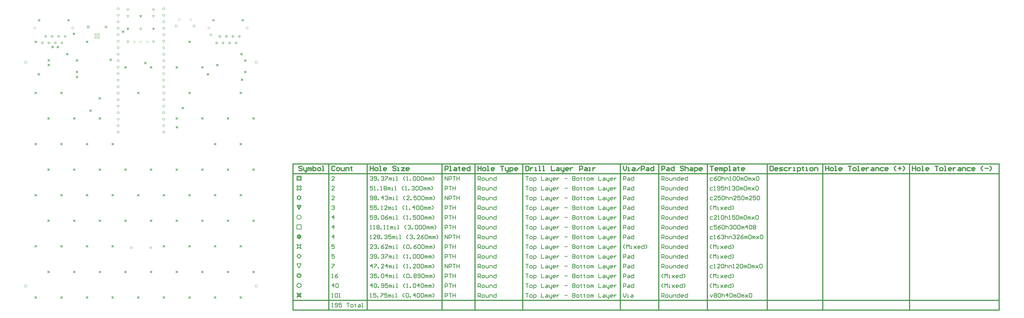
<source format=gbr>
%TF.GenerationSoftware,Altium Limited,Altium Designer,22.10.1 (41)*%
G04 Layer_Color=2752767*
%FSLAX45Y45*%
%MOMM*%
%TF.SameCoordinates,CC01BCFA-2ECF-4BF2-A349-93AF2CE8EC74*%
%TF.FilePolarity,Positive*%
%TF.FileFunction,Drawing*%
%TF.Part,Single*%
G01*
G75*
%TA.AperFunction,NonConductor*%
%ADD85C,0.25400*%
%ADD86C,0.08467*%
%ADD87C,0.38100*%
%ADD88C,0.40640*%
D85*
X6254454Y3689668D02*
G03*
X6254454Y3689668I-84667J0D01*
G01*
X6220588Y1403668D02*
G03*
X6220588Y1403668I-50800J0D01*
G01*
X6254454D02*
G03*
X6254454Y1403668I-84667J0D01*
G01*
X6118988Y5162868D02*
X6220588D01*
Y5264468D01*
X6118988D02*
X6220588D01*
X6118988Y5162868D02*
Y5264468D01*
X6085121Y5129001D02*
X6254454D01*
Y5298334D01*
X6085121D02*
X6254454D01*
X6085121Y5129001D02*
Y5298334D01*
Y4748001D02*
Y4790335D01*
X6127455Y4832668D01*
X6085121Y4875001D02*
X6127455Y4832668D01*
X6085121Y4875001D02*
Y4917334D01*
X6127455D01*
X6169788Y4875001D01*
X6212121Y4917334D01*
X6254454D01*
Y4875001D02*
Y4917334D01*
X6212121Y4832668D02*
X6254454Y4875001D01*
X6212121Y4832668D02*
X6254454Y4790335D01*
Y4748001D02*
Y4790335D01*
X6212121Y4748001D02*
X6254454D01*
X6169788Y4790335D02*
X6212121Y4748001D01*
X6127455D02*
X6169788Y4790335D01*
X6085121Y4748001D02*
X6127455D01*
Y4409335D02*
X6169788Y4367001D01*
X6085121Y4409335D02*
X6127455D01*
X6085121D02*
X6127455Y4451668D01*
X6085121Y4494001D02*
X6127455Y4451668D01*
X6085121Y4494001D02*
X6127455D01*
X6169788Y4536334D01*
X6212121Y4494001D01*
X6254454D01*
X6212121Y4451668D02*
X6254454Y4494001D01*
X6212121Y4451668D02*
X6254454Y4409335D01*
X6212121D02*
X6254454D01*
X6169788Y4367001D02*
X6212121Y4409335D01*
X6169788Y4019868D02*
X6220588Y4121468D01*
X6118988D02*
X6220588D01*
X6118988D02*
X6169788Y4019868D01*
Y3986001D02*
X6254454Y4155334D01*
X6085121D02*
X6254454D01*
X6085121D02*
X6169788Y3986001D01*
X6085121Y3224001D02*
X6254454D01*
Y3393334D01*
X6085121D02*
X6254454D01*
X6085121Y3224001D02*
Y3393334D01*
X6144388Y2902268D02*
X6169788Y2876868D01*
X6118988Y2902268D02*
X6144388D01*
X6118988D02*
X6144388Y2927668D01*
X6118988Y2953068D02*
X6144388Y2927668D01*
X6118988Y2953068D02*
X6144388D01*
X6169788Y2978468D01*
X6195188Y2953068D01*
X6220588D01*
X6195188Y2927668D02*
X6220588Y2953068D01*
X6195188Y2927668D02*
X6220588Y2902268D01*
X6195188D02*
X6220588D01*
X6169788Y2876868D02*
X6195188Y2902268D01*
X6127455Y2885335D02*
X6169788Y2843001D01*
X6085121Y2885335D02*
X6127455D01*
X6085121D02*
X6127455Y2927668D01*
X6085121Y2970001D02*
X6127455Y2927668D01*
X6085121Y2970001D02*
X6127455D01*
X6169788Y3012334D01*
X6212121Y2970001D01*
X6254454D01*
X6212121Y2927668D02*
X6254454Y2970001D01*
X6212121Y2927668D02*
X6254454Y2885335D01*
X6212121D02*
X6254454D01*
X6169788Y2843001D02*
X6212121Y2885335D01*
X6085121Y2462001D02*
X6169788Y2504335D01*
X6254454Y2462001D01*
X6212121Y2546668D02*
X6254454Y2462001D01*
X6212121Y2546668D02*
X6254454Y2631334D01*
X6169788Y2589001D02*
X6254454Y2631334D01*
X6085121D02*
X6169788Y2589001D01*
X6085121Y2631334D02*
X6127455Y2546668D01*
X6085121Y2462001D02*
X6127455Y2546668D01*
X6085121Y2165668D02*
X6169788Y2081001D01*
X6254454Y2165668D01*
X6169788Y2250334D02*
X6254454Y2165668D01*
X6085121D02*
X6169788Y2250334D01*
Y1700001D02*
X6254454Y1869334D01*
X6085121D02*
X6254454D01*
X6085121D02*
X6169788Y1700001D01*
X6085121Y980335D02*
X6127455D01*
X6085121D02*
Y1065001D01*
X6127455D01*
Y1107334D01*
X6212121D01*
Y1065001D02*
Y1107334D01*
Y1065001D02*
X6254454D01*
Y980335D02*
Y1065001D01*
X6212121Y980335D02*
X6254454D01*
X6212121Y938001D02*
Y980335D01*
X6127455Y938001D02*
X6212121D01*
X6127455D02*
Y980335D01*
X6118988Y590868D02*
X6169788Y616268D01*
X6220588Y590868D01*
X6195188Y641668D02*
X6220588Y590868D01*
X6195188Y641668D02*
X6220588Y692468D01*
X6169788Y667068D02*
X6220588Y692468D01*
X6118988D02*
X6169788Y667068D01*
X6118988Y692468D02*
X6144388Y641668D01*
X6118988Y590868D02*
X6144388Y641668D01*
X6085121Y557001D02*
X6169788Y599335D01*
X6254454Y557001D01*
X6212121Y641668D02*
X6254454Y557001D01*
X6212121Y641668D02*
X6254454Y726334D01*
X6169788Y684001D02*
X6254454Y726334D01*
X6085121D02*
X6169788Y684001D01*
X6085121Y726334D02*
X6127455Y641668D01*
X6085121Y557001D02*
X6127455Y641668D01*
X22316875Y5230568D02*
X22240700D01*
X22215308Y5205177D01*
Y5154393D01*
X22240700Y5129001D01*
X22316875D01*
X22469226Y5281352D02*
X22418442Y5255960D01*
X22367659Y5205177D01*
Y5154393D01*
X22393050Y5129001D01*
X22443834D01*
X22469226Y5154393D01*
Y5179785D01*
X22443834Y5205177D01*
X22367659D01*
X22520009Y5255960D02*
X22545401Y5281352D01*
X22596185D01*
X22621577Y5255960D01*
Y5154393D01*
X22596185Y5129001D01*
X22545401D01*
X22520009Y5154393D01*
Y5255960D01*
X22672360Y5281352D02*
Y5129001D01*
Y5205177D01*
X22697752Y5230568D01*
X22748535D01*
X22773927Y5205177D01*
Y5129001D01*
X22824712D02*
Y5230568D01*
X22900887D01*
X22926279Y5205177D01*
Y5129001D01*
X22977061D02*
X23027844D01*
X23002454D01*
Y5281352D01*
X22977061Y5255960D01*
X23104021D02*
X23129411Y5281352D01*
X23180196D01*
X23205588Y5255960D01*
Y5154393D01*
X23180196Y5129001D01*
X23129411D01*
X23104021Y5154393D01*
Y5255960D01*
X23256371D02*
X23281763Y5281352D01*
X23332545D01*
X23357938Y5255960D01*
Y5154393D01*
X23332545Y5129001D01*
X23281763D01*
X23256371Y5154393D01*
Y5255960D01*
X23408722Y5129001D02*
Y5230568D01*
X23434114D01*
X23459505Y5205177D01*
Y5129001D01*
Y5205177D01*
X23484897Y5230568D01*
X23510289Y5205177D01*
Y5129001D01*
X23561073Y5255960D02*
X23586464Y5281352D01*
X23637248D01*
X23662640Y5255960D01*
Y5154393D01*
X23637248Y5129001D01*
X23586464D01*
X23561073Y5154393D01*
Y5255960D01*
X23713423Y5129001D02*
Y5230568D01*
X23738815D01*
X23764207Y5205177D01*
Y5129001D01*
Y5205177D01*
X23789600Y5230568D01*
X23814990Y5205177D01*
Y5129001D01*
X23865775Y5230568D02*
X23967342Y5129001D01*
X23916557Y5179785D01*
X23967342Y5230568D01*
X23865775Y5129001D01*
X24018124Y5255960D02*
X24043517Y5281352D01*
X24094299D01*
X24119691Y5255960D01*
Y5154393D01*
X24094299Y5129001D01*
X24043517D01*
X24018124Y5154393D01*
Y5255960D01*
X22316875Y4849568D02*
X22240700D01*
X22215308Y4824177D01*
Y4773393D01*
X22240700Y4748001D01*
X22316875D01*
X22367659D02*
X22418442D01*
X22393050D01*
Y4900352D01*
X22367659Y4874960D01*
X22494617Y4773393D02*
X22520009Y4748001D01*
X22570793D01*
X22596185Y4773393D01*
Y4874960D01*
X22570793Y4900352D01*
X22520009D01*
X22494617Y4874960D01*
Y4849568D01*
X22520009Y4824177D01*
X22596185D01*
X22748535Y4900352D02*
X22646968D01*
Y4824177D01*
X22697752Y4849568D01*
X22723145D01*
X22748535Y4824177D01*
Y4773393D01*
X22723145Y4748001D01*
X22672360D01*
X22646968Y4773393D01*
X22799319Y4900352D02*
Y4748001D01*
Y4824177D01*
X22824712Y4849568D01*
X22875494D01*
X22900887Y4824177D01*
Y4748001D01*
X22951669D02*
X23002454D01*
X22977061D01*
Y4900352D01*
X22951669Y4874960D01*
X23078629D02*
X23104021Y4900352D01*
X23154803D01*
X23180196Y4874960D01*
Y4849568D01*
X23154803Y4824177D01*
X23129411D01*
X23154803D01*
X23180196Y4798785D01*
Y4773393D01*
X23154803Y4748001D01*
X23104021D01*
X23078629Y4773393D01*
X23230978Y4874960D02*
X23256371Y4900352D01*
X23307155D01*
X23332545Y4874960D01*
Y4773393D01*
X23307155Y4748001D01*
X23256371D01*
X23230978Y4773393D01*
Y4874960D01*
X23383330Y4748001D02*
Y4849568D01*
X23408722D01*
X23434113Y4824177D01*
Y4748001D01*
Y4824177D01*
X23459505Y4849568D01*
X23484897Y4824177D01*
Y4748001D01*
X23535681Y4874960D02*
X23561073Y4900352D01*
X23611856D01*
X23637248Y4874960D01*
Y4773393D01*
X23611856Y4748001D01*
X23561073D01*
X23535681Y4773393D01*
Y4874960D01*
X23688031Y4748001D02*
Y4849568D01*
X23713423D01*
X23738815Y4824177D01*
Y4748001D01*
Y4824177D01*
X23764207Y4849568D01*
X23789600Y4824177D01*
Y4748001D01*
X23840382Y4849568D02*
X23941949Y4748001D01*
X23891167Y4798785D01*
X23941949Y4849568D01*
X23840382Y4748001D01*
X23992732Y4874960D02*
X24018124Y4900352D01*
X24068909D01*
X24094299Y4874960D01*
Y4773393D01*
X24068909Y4748001D01*
X24018124D01*
X23992732Y4773393D01*
Y4874960D01*
X22316875Y4468568D02*
X22240700D01*
X22215308Y4443177D01*
Y4392393D01*
X22240700Y4367001D01*
X22316875D01*
X22469226D02*
X22367659D01*
X22469226Y4468568D01*
Y4493960D01*
X22443834Y4519352D01*
X22393050D01*
X22367659Y4493960D01*
X22621577Y4519352D02*
X22520009D01*
Y4443177D01*
X22570793Y4468568D01*
X22596185D01*
X22621577Y4443177D01*
Y4392393D01*
X22596185Y4367001D01*
X22545401D01*
X22520009Y4392393D01*
X22672360Y4493960D02*
X22697752Y4519352D01*
X22748535D01*
X22773927Y4493960D01*
Y4392393D01*
X22748535Y4367001D01*
X22697752D01*
X22672360Y4392393D01*
Y4493960D01*
X22824712Y4519352D02*
Y4367001D01*
Y4443177D01*
X22850104Y4468568D01*
X22900887D01*
X22926279Y4443177D01*
Y4367001D01*
X22977061D02*
Y4468568D01*
X23053236D01*
X23078629Y4443177D01*
Y4367001D01*
X23230978D02*
X23129411D01*
X23230978Y4468568D01*
Y4493960D01*
X23205588Y4519352D01*
X23154803D01*
X23129411Y4493960D01*
X23383330Y4519352D02*
X23281763D01*
Y4443177D01*
X23332545Y4468568D01*
X23357938D01*
X23383330Y4443177D01*
Y4392393D01*
X23357938Y4367001D01*
X23307155D01*
X23281763Y4392393D01*
X23434114Y4493960D02*
X23459506Y4519352D01*
X23510289D01*
X23535681Y4493960D01*
Y4392393D01*
X23510289Y4367001D01*
X23459506D01*
X23434114Y4392393D01*
Y4493960D01*
X23586464Y4367001D02*
Y4468568D01*
X23611856D01*
X23637248Y4443177D01*
Y4367001D01*
Y4443177D01*
X23662640Y4468568D01*
X23688033Y4443177D01*
Y4367001D01*
X23840382D02*
X23738815D01*
X23840382Y4468568D01*
Y4493960D01*
X23814990Y4519352D01*
X23764207D01*
X23738815Y4493960D01*
X23992732Y4519352D02*
X23891167D01*
Y4443177D01*
X23941949Y4468568D01*
X23967342D01*
X23992732Y4443177D01*
Y4392393D01*
X23967342Y4367001D01*
X23916557D01*
X23891167Y4392393D01*
X24043517Y4493960D02*
X24068909Y4519352D01*
X24119691D01*
X24145084Y4493960D01*
Y4392393D01*
X24119691Y4367001D01*
X24068909D01*
X24043517Y4392393D01*
Y4493960D01*
X22266090Y3986001D02*
X22215308Y4036785D01*
Y4087568D01*
X22266090Y4138352D01*
X22342267Y3986001D02*
Y4138352D01*
X22393050Y4087568D01*
X22443834Y4138352D01*
Y3986001D01*
X22494617D02*
X22545401D01*
X22520009D01*
Y4087568D01*
X22494617D01*
X22621576D02*
X22723145Y3986001D01*
X22672360Y4036785D01*
X22723145Y4087568D01*
X22621576Y3986001D01*
X22850102D02*
X22799319D01*
X22773927Y4011393D01*
Y4062177D01*
X22799319Y4087568D01*
X22850102D01*
X22875494Y4062177D01*
Y4036785D01*
X22773927D01*
X23027844Y4138352D02*
Y3986001D01*
X22951669D01*
X22926279Y4011393D01*
Y4062177D01*
X22951669Y4087568D01*
X23027844D01*
X23078629Y3986001D02*
X23129411Y4036785D01*
Y4087568D01*
X23078629Y4138352D01*
X22316875Y3706568D02*
X22240700D01*
X22215308Y3681177D01*
Y3630393D01*
X22240700Y3605001D01*
X22316875D01*
X22469226D02*
X22367659D01*
X22469226Y3706568D01*
Y3731960D01*
X22443834Y3757352D01*
X22393050D01*
X22367659Y3731960D01*
X22520009Y3605001D02*
X22570793D01*
X22545401D01*
Y3757352D01*
X22520009Y3731960D01*
X22646968D02*
X22672360Y3757352D01*
X22723145D01*
X22748535Y3731960D01*
Y3630393D01*
X22723145Y3605001D01*
X22672360D01*
X22646968Y3630393D01*
Y3731960D01*
X22799319Y3757352D02*
Y3605001D01*
Y3681177D01*
X22824712Y3706568D01*
X22875494D01*
X22900887Y3681177D01*
Y3605001D01*
X22951669D02*
X23002454D01*
X22977061D01*
Y3757352D01*
X22951669Y3731960D01*
X23180196Y3757352D02*
X23078629D01*
Y3681177D01*
X23129411Y3706568D01*
X23154803D01*
X23180196Y3681177D01*
Y3630393D01*
X23154803Y3605001D01*
X23104021D01*
X23078629Y3630393D01*
X23230978Y3731960D02*
X23256371Y3757352D01*
X23307155D01*
X23332545Y3731960D01*
Y3630393D01*
X23307155Y3605001D01*
X23256371D01*
X23230978Y3630393D01*
Y3731960D01*
X23383330Y3605001D02*
Y3706568D01*
X23408722D01*
X23434113Y3681177D01*
Y3605001D01*
Y3681177D01*
X23459505Y3706568D01*
X23484897Y3681177D01*
Y3605001D01*
X23535681Y3731960D02*
X23561073Y3757352D01*
X23611856D01*
X23637248Y3731960D01*
Y3630393D01*
X23611856Y3605001D01*
X23561073D01*
X23535681Y3630393D01*
Y3731960D01*
X23688031Y3605001D02*
Y3706568D01*
X23713423D01*
X23738815Y3681177D01*
Y3605001D01*
Y3681177D01*
X23764207Y3706568D01*
X23789600Y3681177D01*
Y3605001D01*
X23840382Y3706568D02*
X23941949Y3605001D01*
X23891167Y3655785D01*
X23941949Y3706568D01*
X23840382Y3605001D01*
X23992732Y3731960D02*
X24018124Y3757352D01*
X24068909D01*
X24094299Y3731960D01*
Y3630393D01*
X24068909Y3605001D01*
X24018124D01*
X23992732Y3630393D01*
Y3731960D01*
X22316875Y3325568D02*
X22240700D01*
X22215308Y3300177D01*
Y3249393D01*
X22240700Y3224001D01*
X22316875D01*
X22469226Y3376352D02*
X22367659D01*
Y3300177D01*
X22418442Y3325568D01*
X22443834D01*
X22469226Y3300177D01*
Y3249393D01*
X22443834Y3224001D01*
X22393050D01*
X22367659Y3249393D01*
X22621577Y3376352D02*
X22570793Y3350960D01*
X22520009Y3300177D01*
Y3249393D01*
X22545401Y3224001D01*
X22596185D01*
X22621577Y3249393D01*
Y3274785D01*
X22596185Y3300177D01*
X22520009D01*
X22672360Y3350960D02*
X22697752Y3376352D01*
X22748535D01*
X22773927Y3350960D01*
Y3249393D01*
X22748535Y3224001D01*
X22697752D01*
X22672360Y3249393D01*
Y3350960D01*
X22824712Y3376352D02*
Y3224001D01*
Y3300177D01*
X22850104Y3325568D01*
X22900887D01*
X22926279Y3300177D01*
Y3224001D01*
X22977061Y3350960D02*
X23002454Y3376352D01*
X23053236D01*
X23078629Y3350960D01*
Y3325568D01*
X23053236Y3300177D01*
X23027844D01*
X23053236D01*
X23078629Y3274785D01*
Y3249393D01*
X23053236Y3224001D01*
X23002454D01*
X22977061Y3249393D01*
X23129411Y3350960D02*
X23154803Y3376352D01*
X23205588D01*
X23230978Y3350960D01*
Y3249393D01*
X23205588Y3224001D01*
X23154803D01*
X23129411Y3249393D01*
Y3350960D01*
X23281763D02*
X23307155Y3376352D01*
X23357938D01*
X23383330Y3350960D01*
Y3249393D01*
X23357938Y3224001D01*
X23307155D01*
X23281763Y3249393D01*
Y3350960D01*
X23434114Y3224001D02*
Y3325568D01*
X23459506D01*
X23484897Y3300177D01*
Y3224001D01*
Y3300177D01*
X23510289Y3325568D01*
X23535681Y3300177D01*
Y3224001D01*
X23662640D02*
Y3376352D01*
X23586464Y3300177D01*
X23688033D01*
X23738815Y3350960D02*
X23764207Y3376352D01*
X23814990D01*
X23840382Y3350960D01*
Y3249393D01*
X23814990Y3224001D01*
X23764207D01*
X23738815Y3249393D01*
Y3350960D01*
X23891167D02*
X23916557Y3376352D01*
X23967342D01*
X23992732Y3350960D01*
Y3325568D01*
X23967342Y3300177D01*
X23992732Y3274785D01*
Y3249393D01*
X23967342Y3224001D01*
X23916557D01*
X23891167Y3249393D01*
Y3274785D01*
X23916557Y3300177D01*
X23891167Y3325568D01*
Y3350960D01*
X23916557Y3300177D02*
X23967342D01*
X22316875Y2944568D02*
X22240700D01*
X22215308Y2919177D01*
Y2868393D01*
X22240700Y2843001D01*
X22316875D01*
X22367659D02*
X22418442D01*
X22393050D01*
Y2995352D01*
X22367659Y2969960D01*
X22596185Y2995352D02*
X22545401Y2969960D01*
X22494617Y2919177D01*
Y2868393D01*
X22520009Y2843001D01*
X22570793D01*
X22596185Y2868393D01*
Y2893785D01*
X22570793Y2919177D01*
X22494617D01*
X22646968Y2969960D02*
X22672360Y2995352D01*
X22723145D01*
X22748535Y2969960D01*
Y2944568D01*
X22723145Y2919177D01*
X22697752D01*
X22723145D01*
X22748535Y2893785D01*
Y2868393D01*
X22723145Y2843001D01*
X22672360D01*
X22646968Y2868393D01*
X22799319Y2995352D02*
Y2843001D01*
Y2919177D01*
X22824712Y2944568D01*
X22875494D01*
X22900887Y2919177D01*
Y2843001D01*
X22951669D02*
Y2944568D01*
X23027844D01*
X23053236Y2919177D01*
Y2843001D01*
X23104021Y2969960D02*
X23129411Y2995352D01*
X23180196D01*
X23205588Y2969960D01*
Y2944568D01*
X23180196Y2919177D01*
X23154803D01*
X23180196D01*
X23205588Y2893785D01*
Y2868393D01*
X23180196Y2843001D01*
X23129411D01*
X23104021Y2868393D01*
X23357938Y2843001D02*
X23256371D01*
X23357938Y2944568D01*
Y2969960D01*
X23332545Y2995352D01*
X23281763D01*
X23256371Y2969960D01*
X23510289Y2995352D02*
X23459505Y2969960D01*
X23408722Y2919177D01*
Y2868393D01*
X23434114Y2843001D01*
X23484897D01*
X23510289Y2868393D01*
Y2893785D01*
X23484897Y2919177D01*
X23408722D01*
X23561073Y2843001D02*
Y2944568D01*
X23586464D01*
X23611856Y2919177D01*
Y2843001D01*
Y2919177D01*
X23637248Y2944568D01*
X23662640Y2919177D01*
Y2843001D01*
X23713423Y2969960D02*
X23738815Y2995352D01*
X23789600D01*
X23814990Y2969960D01*
Y2868393D01*
X23789600Y2843001D01*
X23738815D01*
X23713423Y2868393D01*
Y2969960D01*
X23865775Y2843001D02*
Y2944568D01*
X23891167D01*
X23916557Y2919177D01*
Y2843001D01*
Y2919177D01*
X23941949Y2944568D01*
X23967342Y2919177D01*
Y2843001D01*
X24018124Y2944568D02*
X24119691Y2843001D01*
X24068909Y2893785D01*
X24119691Y2944568D01*
X24018124Y2843001D01*
X24170474Y2969960D02*
X24195866Y2995352D01*
X24246651D01*
X24272043Y2969960D01*
Y2868393D01*
X24246651Y2843001D01*
X24195866D01*
X24170474Y2868393D01*
Y2969960D01*
X22266090Y2462001D02*
X22215308Y2512785D01*
Y2563568D01*
X22266090Y2614352D01*
X22342267Y2462001D02*
Y2614352D01*
X22393050Y2563568D01*
X22443834Y2614352D01*
Y2462001D01*
X22494617D02*
X22545401D01*
X22520009D01*
Y2563568D01*
X22494617D01*
X22621576D02*
X22723145Y2462001D01*
X22672360Y2512785D01*
X22723145Y2563568D01*
X22621576Y2462001D01*
X22850102D02*
X22799319D01*
X22773927Y2487393D01*
Y2538177D01*
X22799319Y2563568D01*
X22850102D01*
X22875494Y2538177D01*
Y2512785D01*
X22773927D01*
X23027844Y2614352D02*
Y2462001D01*
X22951669D01*
X22926279Y2487393D01*
Y2538177D01*
X22951669Y2563568D01*
X23027844D01*
X23078629Y2462001D02*
X23129411Y2512785D01*
Y2563568D01*
X23078629Y2614352D01*
X22266090Y2081001D02*
X22215308Y2131785D01*
Y2182568D01*
X22266090Y2233352D01*
X22342267Y2081001D02*
Y2233352D01*
X22393050Y2182568D01*
X22443834Y2233352D01*
Y2081001D01*
X22494617D02*
X22545401D01*
X22520009D01*
Y2182568D01*
X22494617D01*
X22621576D02*
X22723145Y2081001D01*
X22672360Y2131785D01*
X22723145Y2182568D01*
X22621576Y2081001D01*
X22850102D02*
X22799319D01*
X22773927Y2106393D01*
Y2157177D01*
X22799319Y2182568D01*
X22850102D01*
X22875494Y2157177D01*
Y2131785D01*
X22773927D01*
X23027844Y2233352D02*
Y2081001D01*
X22951669D01*
X22926279Y2106393D01*
Y2157177D01*
X22951669Y2182568D01*
X23027844D01*
X23078629Y2081001D02*
X23129411Y2131785D01*
Y2182568D01*
X23078629Y2233352D01*
X22316875Y1801568D02*
X22240700D01*
X22215308Y1776177D01*
Y1725393D01*
X22240700Y1700001D01*
X22316875D01*
X22367659D02*
X22418442D01*
X22393050D01*
Y1852352D01*
X22367659Y1826960D01*
X22596185Y1700001D02*
X22494617D01*
X22596185Y1801568D01*
Y1826960D01*
X22570793Y1852352D01*
X22520009D01*
X22494617Y1826960D01*
X22646968D02*
X22672360Y1852352D01*
X22723145D01*
X22748535Y1826960D01*
Y1725393D01*
X22723145Y1700001D01*
X22672360D01*
X22646968Y1725393D01*
Y1826960D01*
X22799319Y1852352D02*
Y1700001D01*
Y1776177D01*
X22824712Y1801568D01*
X22875494D01*
X22900887Y1776177D01*
Y1700001D01*
X22951669D02*
Y1801568D01*
X23027844D01*
X23053236Y1776177D01*
Y1700001D01*
X23104021D02*
X23154803D01*
X23129411D01*
Y1852352D01*
X23104021Y1826960D01*
X23332545Y1700001D02*
X23230978D01*
X23332545Y1801568D01*
Y1826960D01*
X23307155Y1852352D01*
X23256371D01*
X23230978Y1826960D01*
X23383330D02*
X23408722Y1852352D01*
X23459505D01*
X23484897Y1826960D01*
Y1725393D01*
X23459505Y1700001D01*
X23408722D01*
X23383330Y1725393D01*
Y1826960D01*
X23535681Y1700001D02*
Y1801568D01*
X23561073D01*
X23586464Y1776177D01*
Y1700001D01*
Y1776177D01*
X23611856Y1801568D01*
X23637248Y1776177D01*
Y1700001D01*
X23688031Y1826960D02*
X23713423Y1852352D01*
X23764207D01*
X23789600Y1826960D01*
Y1725393D01*
X23764207Y1700001D01*
X23713423D01*
X23688031Y1725393D01*
Y1826960D01*
X23840382Y1700001D02*
Y1801568D01*
X23865775D01*
X23891167Y1776177D01*
Y1700001D01*
Y1776177D01*
X23916557Y1801568D01*
X23941949Y1776177D01*
Y1700001D01*
X23992732Y1801568D02*
X24094299Y1700001D01*
X24043517Y1750785D01*
X24094299Y1801568D01*
X23992732Y1700001D01*
X24145084Y1826960D02*
X24170474Y1852352D01*
X24221259D01*
X24246651Y1826960D01*
Y1725393D01*
X24221259Y1700001D01*
X24170474D01*
X24145084Y1725393D01*
Y1826960D01*
X22266090Y1319001D02*
X22215308Y1369785D01*
Y1420568D01*
X22266090Y1471352D01*
X22342267Y1319001D02*
Y1471352D01*
X22393050Y1420568D01*
X22443834Y1471352D01*
Y1319001D01*
X22494617D02*
X22545401D01*
X22520009D01*
Y1420568D01*
X22494617D01*
X22621576D02*
X22723145Y1319001D01*
X22672360Y1369785D01*
X22723145Y1420568D01*
X22621576Y1319001D01*
X22850102D02*
X22799319D01*
X22773927Y1344393D01*
Y1395177D01*
X22799319Y1420568D01*
X22850102D01*
X22875494Y1395177D01*
Y1369785D01*
X22773927D01*
X23027844Y1471352D02*
Y1319001D01*
X22951669D01*
X22926279Y1344393D01*
Y1395177D01*
X22951669Y1420568D01*
X23027844D01*
X23078629Y1319001D02*
X23129411Y1369785D01*
Y1420568D01*
X23078629Y1471352D01*
X22266090Y938001D02*
X22215308Y988785D01*
Y1039568D01*
X22266090Y1090352D01*
X22342267Y938001D02*
Y1090352D01*
X22393050Y1039568D01*
X22443834Y1090352D01*
Y938001D01*
X22494617D02*
X22545401D01*
X22520009D01*
Y1039568D01*
X22494617D01*
X22621576D02*
X22723145Y938001D01*
X22672360Y988785D01*
X22723145Y1039568D01*
X22621576Y938001D01*
X22850102D02*
X22799319D01*
X22773927Y963393D01*
Y1014177D01*
X22799319Y1039568D01*
X22850102D01*
X22875494Y1014177D01*
Y988785D01*
X22773927D01*
X23027844Y1090352D02*
Y938001D01*
X22951669D01*
X22926279Y963393D01*
Y1014177D01*
X22951669Y1039568D01*
X23027844D01*
X23078629Y938001D02*
X23129411Y988785D01*
Y1039568D01*
X23078629Y1090352D01*
X22215308Y658568D02*
X22266090Y557001D01*
X22316875Y658568D01*
X22367659Y683960D02*
X22393050Y709352D01*
X22443834D01*
X22469226Y683960D01*
Y658568D01*
X22443834Y633177D01*
X22469226Y607785D01*
Y582393D01*
X22443834Y557001D01*
X22393050D01*
X22367659Y582393D01*
Y607785D01*
X22393050Y633177D01*
X22367659Y658568D01*
Y683960D01*
X22393050Y633177D02*
X22443834D01*
X22520009Y683960D02*
X22545401Y709352D01*
X22596185D01*
X22621577Y683960D01*
Y582393D01*
X22596185Y557001D01*
X22545401D01*
X22520009Y582393D01*
Y683960D01*
X22672360Y709352D02*
Y557001D01*
Y633177D01*
X22697752Y658568D01*
X22748535D01*
X22773927Y633177D01*
Y557001D01*
X22900887D02*
Y709352D01*
X22824712Y633177D01*
X22926279D01*
X22977061Y683960D02*
X23002454Y709352D01*
X23053236D01*
X23078629Y683960D01*
Y582393D01*
X23053236Y557001D01*
X23002454D01*
X22977061Y582393D01*
Y683960D01*
X23129411Y557001D02*
Y658568D01*
X23154803D01*
X23180196Y633177D01*
Y557001D01*
Y633177D01*
X23205588Y658568D01*
X23230978Y633177D01*
Y557001D01*
X23281763Y683960D02*
X23307155Y709352D01*
X23357938D01*
X23383330Y683960D01*
Y582393D01*
X23357938Y557001D01*
X23307155D01*
X23281763Y582393D01*
Y683960D01*
X23434114Y557001D02*
Y658568D01*
X23459506D01*
X23484897Y633177D01*
Y557001D01*
Y633177D01*
X23510289Y658568D01*
X23535681Y633177D01*
Y557001D01*
X23586464Y658568D02*
X23688033Y557001D01*
X23637248Y607785D01*
X23688033Y658568D01*
X23586464Y557001D01*
X23738815Y683960D02*
X23764207Y709352D01*
X23814990D01*
X23840382Y683960D01*
Y582393D01*
X23814990Y557001D01*
X23764207D01*
X23738815Y582393D01*
Y683960D01*
X20320981Y5129001D02*
Y5281352D01*
X20397156D01*
X20422548Y5255960D01*
Y5205177D01*
X20397156Y5179785D01*
X20320981D01*
X20371764D02*
X20422548Y5129001D01*
X20498723D02*
X20549507D01*
X20574899Y5154393D01*
Y5205177D01*
X20549507Y5230568D01*
X20498723D01*
X20473331Y5205177D01*
Y5154393D01*
X20498723Y5129001D01*
X20625682Y5230568D02*
Y5154393D01*
X20651074Y5129001D01*
X20727249D01*
Y5230568D01*
X20778033Y5129001D02*
Y5230568D01*
X20854208D01*
X20879601Y5205177D01*
Y5129001D01*
X21031950Y5281352D02*
Y5129001D01*
X20955775D01*
X20930383Y5154393D01*
Y5205177D01*
X20955775Y5230568D01*
X21031950D01*
X21158910Y5129001D02*
X21108125D01*
X21082735Y5154393D01*
Y5205177D01*
X21108125Y5230568D01*
X21158910D01*
X21184302Y5205177D01*
Y5179785D01*
X21082735D01*
X21336652Y5281352D02*
Y5129001D01*
X21260477D01*
X21235085Y5154393D01*
Y5205177D01*
X21260477Y5230568D01*
X21336652D01*
X20320981Y4748001D02*
Y4900352D01*
X20397156D01*
X20422548Y4874960D01*
Y4824177D01*
X20397156Y4798785D01*
X20320981D01*
X20371764D02*
X20422548Y4748001D01*
X20498723D02*
X20549507D01*
X20574899Y4773393D01*
Y4824177D01*
X20549507Y4849568D01*
X20498723D01*
X20473331Y4824177D01*
Y4773393D01*
X20498723Y4748001D01*
X20625682Y4849568D02*
Y4773393D01*
X20651074Y4748001D01*
X20727249D01*
Y4849568D01*
X20778033Y4748001D02*
Y4849568D01*
X20854208D01*
X20879601Y4824177D01*
Y4748001D01*
X21031950Y4900352D02*
Y4748001D01*
X20955775D01*
X20930383Y4773393D01*
Y4824177D01*
X20955775Y4849568D01*
X21031950D01*
X21158910Y4748001D02*
X21108125D01*
X21082735Y4773393D01*
Y4824177D01*
X21108125Y4849568D01*
X21158910D01*
X21184302Y4824177D01*
Y4798785D01*
X21082735D01*
X21336652Y4900352D02*
Y4748001D01*
X21260477D01*
X21235085Y4773393D01*
Y4824177D01*
X21260477Y4849568D01*
X21336652D01*
X20320981Y4367001D02*
Y4519352D01*
X20397156D01*
X20422548Y4493960D01*
Y4443177D01*
X20397156Y4417785D01*
X20320981D01*
X20371764D02*
X20422548Y4367001D01*
X20498723D02*
X20549507D01*
X20574899Y4392393D01*
Y4443177D01*
X20549507Y4468568D01*
X20498723D01*
X20473331Y4443177D01*
Y4392393D01*
X20498723Y4367001D01*
X20625682Y4468568D02*
Y4392393D01*
X20651074Y4367001D01*
X20727249D01*
Y4468568D01*
X20778033Y4367001D02*
Y4468568D01*
X20854208D01*
X20879601Y4443177D01*
Y4367001D01*
X21031950Y4519352D02*
Y4367001D01*
X20955775D01*
X20930383Y4392393D01*
Y4443177D01*
X20955775Y4468568D01*
X21031950D01*
X21158910Y4367001D02*
X21108125D01*
X21082735Y4392393D01*
Y4443177D01*
X21108125Y4468568D01*
X21158910D01*
X21184302Y4443177D01*
Y4417785D01*
X21082735D01*
X21336652Y4519352D02*
Y4367001D01*
X21260477D01*
X21235085Y4392393D01*
Y4443177D01*
X21260477Y4468568D01*
X21336652D01*
X20320981Y3986001D02*
Y4138352D01*
X20397156D01*
X20422548Y4112960D01*
Y4062177D01*
X20397156Y4036785D01*
X20320981D01*
X20371764D02*
X20422548Y3986001D01*
X20498723D02*
X20549507D01*
X20574899Y4011393D01*
Y4062177D01*
X20549507Y4087568D01*
X20498723D01*
X20473331Y4062177D01*
Y4011393D01*
X20498723Y3986001D01*
X20625682Y4087568D02*
Y4011393D01*
X20651074Y3986001D01*
X20727249D01*
Y4087568D01*
X20778033Y3986001D02*
Y4087568D01*
X20854208D01*
X20879601Y4062177D01*
Y3986001D01*
X21031950Y4138352D02*
Y3986001D01*
X20955775D01*
X20930383Y4011393D01*
Y4062177D01*
X20955775Y4087568D01*
X21031950D01*
X21158910Y3986001D02*
X21108125D01*
X21082735Y4011393D01*
Y4062177D01*
X21108125Y4087568D01*
X21158910D01*
X21184302Y4062177D01*
Y4036785D01*
X21082735D01*
X21336652Y4138352D02*
Y3986001D01*
X21260477D01*
X21235085Y4011393D01*
Y4062177D01*
X21260477Y4087568D01*
X21336652D01*
X20320981Y3605001D02*
Y3757352D01*
X20397156D01*
X20422548Y3731960D01*
Y3681177D01*
X20397156Y3655785D01*
X20320981D01*
X20371764D02*
X20422548Y3605001D01*
X20498723D02*
X20549507D01*
X20574899Y3630393D01*
Y3681177D01*
X20549507Y3706568D01*
X20498723D01*
X20473331Y3681177D01*
Y3630393D01*
X20498723Y3605001D01*
X20625682Y3706568D02*
Y3630393D01*
X20651074Y3605001D01*
X20727249D01*
Y3706568D01*
X20778033Y3605001D02*
Y3706568D01*
X20854208D01*
X20879601Y3681177D01*
Y3605001D01*
X21031950Y3757352D02*
Y3605001D01*
X20955775D01*
X20930383Y3630393D01*
Y3681177D01*
X20955775Y3706568D01*
X21031950D01*
X21158910Y3605001D02*
X21108125D01*
X21082735Y3630393D01*
Y3681177D01*
X21108125Y3706568D01*
X21158910D01*
X21184302Y3681177D01*
Y3655785D01*
X21082735D01*
X21336652Y3757352D02*
Y3605001D01*
X21260477D01*
X21235085Y3630393D01*
Y3681177D01*
X21260477Y3706568D01*
X21336652D01*
X20320981Y3224001D02*
Y3376352D01*
X20397156D01*
X20422548Y3350960D01*
Y3300177D01*
X20397156Y3274785D01*
X20320981D01*
X20371764D02*
X20422548Y3224001D01*
X20498723D02*
X20549507D01*
X20574899Y3249393D01*
Y3300177D01*
X20549507Y3325568D01*
X20498723D01*
X20473331Y3300177D01*
Y3249393D01*
X20498723Y3224001D01*
X20625682Y3325568D02*
Y3249393D01*
X20651074Y3224001D01*
X20727249D01*
Y3325568D01*
X20778033Y3224001D02*
Y3325568D01*
X20854208D01*
X20879601Y3300177D01*
Y3224001D01*
X21031950Y3376352D02*
Y3224001D01*
X20955775D01*
X20930383Y3249393D01*
Y3300177D01*
X20955775Y3325568D01*
X21031950D01*
X21158910Y3224001D02*
X21108125D01*
X21082735Y3249393D01*
Y3300177D01*
X21108125Y3325568D01*
X21158910D01*
X21184302Y3300177D01*
Y3274785D01*
X21082735D01*
X21336652Y3376352D02*
Y3224001D01*
X21260477D01*
X21235085Y3249393D01*
Y3300177D01*
X21260477Y3325568D01*
X21336652D01*
X20320981Y2843001D02*
Y2995352D01*
X20397156D01*
X20422548Y2969960D01*
Y2919177D01*
X20397156Y2893785D01*
X20320981D01*
X20371764D02*
X20422548Y2843001D01*
X20498723D02*
X20549507D01*
X20574899Y2868393D01*
Y2919177D01*
X20549507Y2944568D01*
X20498723D01*
X20473331Y2919177D01*
Y2868393D01*
X20498723Y2843001D01*
X20625682Y2944568D02*
Y2868393D01*
X20651074Y2843001D01*
X20727249D01*
Y2944568D01*
X20778033Y2843001D02*
Y2944568D01*
X20854208D01*
X20879601Y2919177D01*
Y2843001D01*
X21031950Y2995352D02*
Y2843001D01*
X20955775D01*
X20930383Y2868393D01*
Y2919177D01*
X20955775Y2944568D01*
X21031950D01*
X21158910Y2843001D02*
X21108125D01*
X21082735Y2868393D01*
Y2919177D01*
X21108125Y2944568D01*
X21158910D01*
X21184302Y2919177D01*
Y2893785D01*
X21082735D01*
X21336652Y2995352D02*
Y2843001D01*
X21260477D01*
X21235085Y2868393D01*
Y2919177D01*
X21260477Y2944568D01*
X21336652D01*
X20320981Y2462001D02*
Y2614352D01*
X20397156D01*
X20422548Y2588960D01*
Y2538177D01*
X20397156Y2512785D01*
X20320981D01*
X20371764D02*
X20422548Y2462001D01*
X20498723D02*
X20549507D01*
X20574899Y2487393D01*
Y2538177D01*
X20549507Y2563568D01*
X20498723D01*
X20473331Y2538177D01*
Y2487393D01*
X20498723Y2462001D01*
X20625682Y2563568D02*
Y2487393D01*
X20651074Y2462001D01*
X20727249D01*
Y2563568D01*
X20778033Y2462001D02*
Y2563568D01*
X20854208D01*
X20879601Y2538177D01*
Y2462001D01*
X21031950Y2614352D02*
Y2462001D01*
X20955775D01*
X20930383Y2487393D01*
Y2538177D01*
X20955775Y2563568D01*
X21031950D01*
X21158910Y2462001D02*
X21108125D01*
X21082735Y2487393D01*
Y2538177D01*
X21108125Y2563568D01*
X21158910D01*
X21184302Y2538177D01*
Y2512785D01*
X21082735D01*
X21336652Y2614352D02*
Y2462001D01*
X21260477D01*
X21235085Y2487393D01*
Y2538177D01*
X21260477Y2563568D01*
X21336652D01*
X20320981Y2081001D02*
Y2233352D01*
X20397156D01*
X20422548Y2207960D01*
Y2157177D01*
X20397156Y2131785D01*
X20320981D01*
X20371764D02*
X20422548Y2081001D01*
X20498723D02*
X20549507D01*
X20574899Y2106393D01*
Y2157177D01*
X20549507Y2182568D01*
X20498723D01*
X20473331Y2157177D01*
Y2106393D01*
X20498723Y2081001D01*
X20625682Y2182568D02*
Y2106393D01*
X20651074Y2081001D01*
X20727249D01*
Y2182568D01*
X20778033Y2081001D02*
Y2182568D01*
X20854208D01*
X20879601Y2157177D01*
Y2081001D01*
X21031950Y2233352D02*
Y2081001D01*
X20955775D01*
X20930383Y2106393D01*
Y2157177D01*
X20955775Y2182568D01*
X21031950D01*
X21158910Y2081001D02*
X21108125D01*
X21082735Y2106393D01*
Y2157177D01*
X21108125Y2182568D01*
X21158910D01*
X21184302Y2157177D01*
Y2131785D01*
X21082735D01*
X21336652Y2233352D02*
Y2081001D01*
X21260477D01*
X21235085Y2106393D01*
Y2157177D01*
X21260477Y2182568D01*
X21336652D01*
X20320981Y1700001D02*
Y1852352D01*
X20397156D01*
X20422548Y1826960D01*
Y1776177D01*
X20397156Y1750785D01*
X20320981D01*
X20371764D02*
X20422548Y1700001D01*
X20498723D02*
X20549507D01*
X20574899Y1725393D01*
Y1776177D01*
X20549507Y1801568D01*
X20498723D01*
X20473331Y1776177D01*
Y1725393D01*
X20498723Y1700001D01*
X20625682Y1801568D02*
Y1725393D01*
X20651074Y1700001D01*
X20727249D01*
Y1801568D01*
X20778033Y1700001D02*
Y1801568D01*
X20854208D01*
X20879601Y1776177D01*
Y1700001D01*
X21031950Y1852352D02*
Y1700001D01*
X20955775D01*
X20930383Y1725393D01*
Y1776177D01*
X20955775Y1801568D01*
X21031950D01*
X21158910Y1700001D02*
X21108125D01*
X21082735Y1725393D01*
Y1776177D01*
X21108125Y1801568D01*
X21158910D01*
X21184302Y1776177D01*
Y1750785D01*
X21082735D01*
X21336652Y1852352D02*
Y1700001D01*
X21260477D01*
X21235085Y1725393D01*
Y1776177D01*
X21260477Y1801568D01*
X21336652D01*
X20371764Y1319001D02*
X20320981Y1369785D01*
Y1420568D01*
X20371764Y1471352D01*
X20447940Y1319001D02*
Y1471352D01*
X20498723Y1420568D01*
X20549507Y1471352D01*
Y1319001D01*
X20600290D02*
X20651074D01*
X20625682D01*
Y1420568D01*
X20600290D01*
X20727249D02*
X20828816Y1319001D01*
X20778033Y1369785D01*
X20828816Y1420568D01*
X20727249Y1319001D01*
X20955775D02*
X20904993D01*
X20879601Y1344393D01*
Y1395177D01*
X20904993Y1420568D01*
X20955775D01*
X20981168Y1395177D01*
Y1369785D01*
X20879601D01*
X21133517Y1471352D02*
Y1319001D01*
X21057343D01*
X21031950Y1344393D01*
Y1395177D01*
X21057343Y1420568D01*
X21133517D01*
X21184302Y1319001D02*
X21235085Y1369785D01*
Y1420568D01*
X21184302Y1471352D01*
X20371764Y938001D02*
X20320981Y988785D01*
Y1039568D01*
X20371764Y1090352D01*
X20447940Y938001D02*
Y1090352D01*
X20498723Y1039568D01*
X20549507Y1090352D01*
Y938001D01*
X20600290D02*
X20651074D01*
X20625682D01*
Y1039568D01*
X20600290D01*
X20727249D02*
X20828816Y938001D01*
X20778033Y988785D01*
X20828816Y1039568D01*
X20727249Y938001D01*
X20955775D02*
X20904993D01*
X20879601Y963393D01*
Y1014177D01*
X20904993Y1039568D01*
X20955775D01*
X20981168Y1014177D01*
Y988785D01*
X20879601D01*
X21133517Y1090352D02*
Y938001D01*
X21057343D01*
X21031950Y963393D01*
Y1014177D01*
X21057343Y1039568D01*
X21133517D01*
X21184302Y938001D02*
X21235085Y988785D01*
Y1039568D01*
X21184302Y1090352D01*
X20320981Y557001D02*
Y709352D01*
X20397156D01*
X20422548Y683960D01*
Y633177D01*
X20397156Y607785D01*
X20320981D01*
X20371764D02*
X20422548Y557001D01*
X20498723D02*
X20549507D01*
X20574899Y582393D01*
Y633177D01*
X20549507Y658568D01*
X20498723D01*
X20473331Y633177D01*
Y582393D01*
X20498723Y557001D01*
X20625682Y658568D02*
Y582393D01*
X20651074Y557001D01*
X20727249D01*
Y658568D01*
X20778033Y557001D02*
Y658568D01*
X20854208D01*
X20879601Y633177D01*
Y557001D01*
X21031950Y709352D02*
Y557001D01*
X20955775D01*
X20930383Y582393D01*
Y633177D01*
X20955775Y658568D01*
X21031950D01*
X21158910Y557001D02*
X21108125D01*
X21082735Y582393D01*
Y633177D01*
X21108125Y658568D01*
X21158910D01*
X21184302Y633177D01*
Y607785D01*
X21082735D01*
X21336652Y709352D02*
Y557001D01*
X21260477D01*
X21235085Y582393D01*
Y633177D01*
X21260477Y658568D01*
X21336652D01*
X18822765Y5129001D02*
Y5281352D01*
X18898941D01*
X18924332Y5255960D01*
Y5205177D01*
X18898941Y5179785D01*
X18822765D01*
X19000508Y5230568D02*
X19051291D01*
X19076683Y5205177D01*
Y5129001D01*
X19000508D01*
X18975116Y5154393D01*
X19000508Y5179785D01*
X19076683D01*
X19229034Y5281352D02*
Y5129001D01*
X19152859D01*
X19127467Y5154393D01*
Y5205177D01*
X19152859Y5230568D01*
X19229034D01*
X18822765Y4748001D02*
Y4900352D01*
X18898941D01*
X18924332Y4874960D01*
Y4824177D01*
X18898941Y4798785D01*
X18822765D01*
X19000508Y4849568D02*
X19051291D01*
X19076683Y4824177D01*
Y4748001D01*
X19000508D01*
X18975116Y4773393D01*
X19000508Y4798785D01*
X19076683D01*
X19229034Y4900352D02*
Y4748001D01*
X19152859D01*
X19127467Y4773393D01*
Y4824177D01*
X19152859Y4849568D01*
X19229034D01*
X18822765Y4367001D02*
Y4519352D01*
X18898941D01*
X18924332Y4493960D01*
Y4443177D01*
X18898941Y4417785D01*
X18822765D01*
X19000508Y4468568D02*
X19051291D01*
X19076683Y4443177D01*
Y4367001D01*
X19000508D01*
X18975116Y4392393D01*
X19000508Y4417785D01*
X19076683D01*
X19229034Y4519352D02*
Y4367001D01*
X19152859D01*
X19127467Y4392393D01*
Y4443177D01*
X19152859Y4468568D01*
X19229034D01*
X18822765Y3986001D02*
Y4138352D01*
X18898941D01*
X18924332Y4112960D01*
Y4062177D01*
X18898941Y4036785D01*
X18822765D01*
X19000508Y4087568D02*
X19051291D01*
X19076683Y4062177D01*
Y3986001D01*
X19000508D01*
X18975116Y4011393D01*
X19000508Y4036785D01*
X19076683D01*
X19229034Y4138352D02*
Y3986001D01*
X19152859D01*
X19127467Y4011393D01*
Y4062177D01*
X19152859Y4087568D01*
X19229034D01*
X18822765Y3605001D02*
Y3757352D01*
X18898941D01*
X18924332Y3731960D01*
Y3681177D01*
X18898941Y3655785D01*
X18822765D01*
X19000508Y3706568D02*
X19051291D01*
X19076683Y3681177D01*
Y3605001D01*
X19000508D01*
X18975116Y3630393D01*
X19000508Y3655785D01*
X19076683D01*
X19229034Y3757352D02*
Y3605001D01*
X19152859D01*
X19127467Y3630393D01*
Y3681177D01*
X19152859Y3706568D01*
X19229034D01*
X18822765Y3224001D02*
Y3376352D01*
X18898941D01*
X18924332Y3350960D01*
Y3300177D01*
X18898941Y3274785D01*
X18822765D01*
X19000508Y3325568D02*
X19051291D01*
X19076683Y3300177D01*
Y3224001D01*
X19000508D01*
X18975116Y3249393D01*
X19000508Y3274785D01*
X19076683D01*
X19229034Y3376352D02*
Y3224001D01*
X19152859D01*
X19127467Y3249393D01*
Y3300177D01*
X19152859Y3325568D01*
X19229034D01*
X18822765Y2843001D02*
Y2995352D01*
X18898941D01*
X18924332Y2969960D01*
Y2919177D01*
X18898941Y2893785D01*
X18822765D01*
X19000508Y2944568D02*
X19051291D01*
X19076683Y2919177D01*
Y2843001D01*
X19000508D01*
X18975116Y2868393D01*
X19000508Y2893785D01*
X19076683D01*
X19229034Y2995352D02*
Y2843001D01*
X19152859D01*
X19127467Y2868393D01*
Y2919177D01*
X19152859Y2944568D01*
X19229034D01*
X18873549Y2462001D02*
X18822765Y2512785D01*
Y2563568D01*
X18873549Y2614352D01*
X18949724Y2462001D02*
Y2614352D01*
X19000508Y2563568D01*
X19051291Y2614352D01*
Y2462001D01*
X19102075D02*
X19152858D01*
X19127467D01*
Y2563568D01*
X19102075D01*
X19229034D02*
X19330602Y2462001D01*
X19279817Y2512785D01*
X19330602Y2563568D01*
X19229034Y2462001D01*
X19457561D02*
X19406776D01*
X19381384Y2487393D01*
Y2538177D01*
X19406776Y2563568D01*
X19457561D01*
X19482951Y2538177D01*
Y2512785D01*
X19381384D01*
X19635303Y2614352D02*
Y2462001D01*
X19559126D01*
X19533736Y2487393D01*
Y2538177D01*
X19559126Y2563568D01*
X19635303D01*
X19686086Y2462001D02*
X19736868Y2512785D01*
Y2563568D01*
X19686086Y2614352D01*
X18822765Y2081001D02*
Y2233352D01*
X18898941D01*
X18924332Y2207960D01*
Y2157177D01*
X18898941Y2131785D01*
X18822765D01*
X19000508Y2182568D02*
X19051291D01*
X19076683Y2157177D01*
Y2081001D01*
X19000508D01*
X18975116Y2106393D01*
X19000508Y2131785D01*
X19076683D01*
X19229034Y2233352D02*
Y2081001D01*
X19152859D01*
X19127467Y2106393D01*
Y2157177D01*
X19152859Y2182568D01*
X19229034D01*
X18822765Y1700001D02*
Y1852352D01*
X18898941D01*
X18924332Y1826960D01*
Y1776177D01*
X18898941Y1750785D01*
X18822765D01*
X19000508Y1801568D02*
X19051291D01*
X19076683Y1776177D01*
Y1700001D01*
X19000508D01*
X18975116Y1725393D01*
X19000508Y1750785D01*
X19076683D01*
X19229034Y1852352D02*
Y1700001D01*
X19152859D01*
X19127467Y1725393D01*
Y1776177D01*
X19152859Y1801568D01*
X19229034D01*
X18822765Y1319001D02*
Y1471352D01*
X18898941D01*
X18924332Y1445960D01*
Y1395177D01*
X18898941Y1369785D01*
X18822765D01*
X19000508Y1420568D02*
X19051291D01*
X19076683Y1395177D01*
Y1319001D01*
X19000508D01*
X18975116Y1344393D01*
X19000508Y1369785D01*
X19076683D01*
X19229034Y1471352D02*
Y1319001D01*
X19152859D01*
X19127467Y1344393D01*
Y1395177D01*
X19152859Y1420568D01*
X19229034D01*
X18822765Y938001D02*
Y1090352D01*
X18898941D01*
X18924332Y1064960D01*
Y1014177D01*
X18898941Y988785D01*
X18822765D01*
X19000508Y1039568D02*
X19051291D01*
X19076683Y1014177D01*
Y938001D01*
X19000508D01*
X18975116Y963393D01*
X19000508Y988785D01*
X19076683D01*
X19229034Y1090352D02*
Y938001D01*
X19152859D01*
X19127467Y963393D01*
Y1014177D01*
X19152859Y1039568D01*
X19229034D01*
X18822765Y709352D02*
Y607785D01*
X18873549Y557001D01*
X18924332Y607785D01*
Y709352D01*
X18975116Y557001D02*
X19025899D01*
X19000508D01*
Y658568D01*
X18975116D01*
X19127467D02*
X19178250D01*
X19203642Y633177D01*
Y557001D01*
X19127467D01*
X19102075Y582393D01*
X19127467Y607785D01*
X19203642D01*
X15013907Y5281352D02*
X15115474D01*
X15064690D01*
Y5129001D01*
X15191650D02*
X15242433D01*
X15267825Y5154393D01*
Y5205177D01*
X15242433Y5230568D01*
X15191650D01*
X15166258Y5205177D01*
Y5154393D01*
X15191650Y5129001D01*
X15318608Y5078218D02*
Y5230568D01*
X15394785D01*
X15420177Y5205177D01*
Y5154393D01*
X15394785Y5129001D01*
X15318608D01*
X15623309Y5281352D02*
Y5129001D01*
X15724876D01*
X15801051Y5230568D02*
X15851836D01*
X15877228Y5205177D01*
Y5129001D01*
X15801051D01*
X15775661Y5154393D01*
X15801051Y5179785D01*
X15877228D01*
X15928011Y5230568D02*
Y5154393D01*
X15953403Y5129001D01*
X16029579D01*
Y5103609D01*
X16004187Y5078218D01*
X15978795D01*
X16029579Y5129001D02*
Y5230568D01*
X16156537Y5129001D02*
X16105754D01*
X16080362Y5154393D01*
Y5205177D01*
X16105754Y5230568D01*
X16156537D01*
X16181929Y5205177D01*
Y5179785D01*
X16080362D01*
X16232713Y5230568D02*
Y5129001D01*
Y5179785D01*
X16258105Y5205177D01*
X16283496Y5230568D01*
X16308888D01*
X16537415Y5205177D02*
X16638982D01*
X16842116Y5281352D02*
Y5129001D01*
X16918291D01*
X16943683Y5154393D01*
Y5179785D01*
X16918291Y5205177D01*
X16842116D01*
X16918291D01*
X16943683Y5230568D01*
Y5255960D01*
X16918291Y5281352D01*
X16842116D01*
X17019858Y5129001D02*
X17070642D01*
X17096034Y5154393D01*
Y5205177D01*
X17070642Y5230568D01*
X17019858D01*
X16994466Y5205177D01*
Y5154393D01*
X17019858Y5129001D01*
X17172209Y5255960D02*
Y5230568D01*
X17146817D01*
X17197601D01*
X17172209D01*
Y5154393D01*
X17197601Y5129001D01*
X17299168Y5255960D02*
Y5230568D01*
X17273776D01*
X17324559D01*
X17299168D01*
Y5154393D01*
X17324559Y5129001D01*
X17426128D02*
X17476910D01*
X17502303Y5154393D01*
Y5205177D01*
X17476910Y5230568D01*
X17426128D01*
X17400735Y5205177D01*
Y5154393D01*
X17426128Y5129001D01*
X17553085D02*
Y5230568D01*
X17578477D01*
X17603870Y5205177D01*
Y5129001D01*
Y5205177D01*
X17629260Y5230568D01*
X17654652Y5205177D01*
Y5129001D01*
X17857787Y5281352D02*
Y5129001D01*
X17959354D01*
X18035530Y5230568D02*
X18086313D01*
X18111705Y5205177D01*
Y5129001D01*
X18035530D01*
X18010138Y5154393D01*
X18035530Y5179785D01*
X18111705D01*
X18162488Y5230568D02*
Y5154393D01*
X18187880Y5129001D01*
X18264056D01*
Y5103609D01*
X18238664Y5078218D01*
X18213272D01*
X18264056Y5129001D02*
Y5230568D01*
X18391016Y5129001D02*
X18340231D01*
X18314839Y5154393D01*
Y5205177D01*
X18340231Y5230568D01*
X18391016D01*
X18416406Y5205177D01*
Y5179785D01*
X18314839D01*
X18467191Y5230568D02*
Y5129001D01*
Y5179785D01*
X18492583Y5205177D01*
X18517973Y5230568D01*
X18543365D01*
X15013907Y4900352D02*
X15115474D01*
X15064690D01*
Y4748001D01*
X15191650D02*
X15242433D01*
X15267825Y4773393D01*
Y4824177D01*
X15242433Y4849568D01*
X15191650D01*
X15166258Y4824177D01*
Y4773393D01*
X15191650Y4748001D01*
X15318608Y4697218D02*
Y4849568D01*
X15394785D01*
X15420177Y4824177D01*
Y4773393D01*
X15394785Y4748001D01*
X15318608D01*
X15623309Y4900352D02*
Y4748001D01*
X15724876D01*
X15801051Y4849568D02*
X15851836D01*
X15877228Y4824177D01*
Y4748001D01*
X15801051D01*
X15775661Y4773393D01*
X15801051Y4798785D01*
X15877228D01*
X15928011Y4849568D02*
Y4773393D01*
X15953403Y4748001D01*
X16029579D01*
Y4722609D01*
X16004187Y4697218D01*
X15978795D01*
X16029579Y4748001D02*
Y4849568D01*
X16156537Y4748001D02*
X16105754D01*
X16080362Y4773393D01*
Y4824177D01*
X16105754Y4849568D01*
X16156537D01*
X16181929Y4824177D01*
Y4798785D01*
X16080362D01*
X16232713Y4849568D02*
Y4748001D01*
Y4798785D01*
X16258105Y4824177D01*
X16283496Y4849568D01*
X16308888D01*
X16537415Y4824177D02*
X16638982D01*
X16842116Y4900352D02*
Y4748001D01*
X16918291D01*
X16943683Y4773393D01*
Y4798785D01*
X16918291Y4824177D01*
X16842116D01*
X16918291D01*
X16943683Y4849568D01*
Y4874960D01*
X16918291Y4900352D01*
X16842116D01*
X17019858Y4748001D02*
X17070642D01*
X17096034Y4773393D01*
Y4824177D01*
X17070642Y4849568D01*
X17019858D01*
X16994466Y4824177D01*
Y4773393D01*
X17019858Y4748001D01*
X17172209Y4874960D02*
Y4849568D01*
X17146817D01*
X17197601D01*
X17172209D01*
Y4773393D01*
X17197601Y4748001D01*
X17299168Y4874960D02*
Y4849568D01*
X17273776D01*
X17324559D01*
X17299168D01*
Y4773393D01*
X17324559Y4748001D01*
X17426128D02*
X17476910D01*
X17502303Y4773393D01*
Y4824177D01*
X17476910Y4849568D01*
X17426128D01*
X17400735Y4824177D01*
Y4773393D01*
X17426128Y4748001D01*
X17553085D02*
Y4849568D01*
X17578477D01*
X17603870Y4824177D01*
Y4748001D01*
Y4824177D01*
X17629260Y4849568D01*
X17654652Y4824177D01*
Y4748001D01*
X17857787Y4900352D02*
Y4748001D01*
X17959354D01*
X18035530Y4849568D02*
X18086313D01*
X18111705Y4824177D01*
Y4748001D01*
X18035530D01*
X18010138Y4773393D01*
X18035530Y4798785D01*
X18111705D01*
X18162488Y4849568D02*
Y4773393D01*
X18187880Y4748001D01*
X18264056D01*
Y4722609D01*
X18238664Y4697218D01*
X18213272D01*
X18264056Y4748001D02*
Y4849568D01*
X18391016Y4748001D02*
X18340231D01*
X18314839Y4773393D01*
Y4824177D01*
X18340231Y4849568D01*
X18391016D01*
X18416406Y4824177D01*
Y4798785D01*
X18314839D01*
X18467191Y4849568D02*
Y4748001D01*
Y4798785D01*
X18492583Y4824177D01*
X18517973Y4849568D01*
X18543365D01*
X15013907Y4519352D02*
X15115474D01*
X15064690D01*
Y4367001D01*
X15191650D02*
X15242433D01*
X15267825Y4392393D01*
Y4443177D01*
X15242433Y4468568D01*
X15191650D01*
X15166258Y4443177D01*
Y4392393D01*
X15191650Y4367001D01*
X15318608Y4316218D02*
Y4468568D01*
X15394785D01*
X15420177Y4443177D01*
Y4392393D01*
X15394785Y4367001D01*
X15318608D01*
X15623309Y4519352D02*
Y4367001D01*
X15724876D01*
X15801051Y4468568D02*
X15851836D01*
X15877228Y4443177D01*
Y4367001D01*
X15801051D01*
X15775661Y4392393D01*
X15801051Y4417785D01*
X15877228D01*
X15928011Y4468568D02*
Y4392393D01*
X15953403Y4367001D01*
X16029579D01*
Y4341609D01*
X16004187Y4316218D01*
X15978795D01*
X16029579Y4367001D02*
Y4468568D01*
X16156537Y4367001D02*
X16105754D01*
X16080362Y4392393D01*
Y4443177D01*
X16105754Y4468568D01*
X16156537D01*
X16181929Y4443177D01*
Y4417785D01*
X16080362D01*
X16232713Y4468568D02*
Y4367001D01*
Y4417785D01*
X16258105Y4443177D01*
X16283496Y4468568D01*
X16308888D01*
X16537415Y4443177D02*
X16638982D01*
X16842116Y4519352D02*
Y4367001D01*
X16918291D01*
X16943683Y4392393D01*
Y4417785D01*
X16918291Y4443177D01*
X16842116D01*
X16918291D01*
X16943683Y4468568D01*
Y4493960D01*
X16918291Y4519352D01*
X16842116D01*
X17019858Y4367001D02*
X17070642D01*
X17096034Y4392393D01*
Y4443177D01*
X17070642Y4468568D01*
X17019858D01*
X16994466Y4443177D01*
Y4392393D01*
X17019858Y4367001D01*
X17172209Y4493960D02*
Y4468568D01*
X17146817D01*
X17197601D01*
X17172209D01*
Y4392393D01*
X17197601Y4367001D01*
X17299168Y4493960D02*
Y4468568D01*
X17273776D01*
X17324559D01*
X17299168D01*
Y4392393D01*
X17324559Y4367001D01*
X17426128D02*
X17476910D01*
X17502303Y4392393D01*
Y4443177D01*
X17476910Y4468568D01*
X17426128D01*
X17400735Y4443177D01*
Y4392393D01*
X17426128Y4367001D01*
X17553085D02*
Y4468568D01*
X17578477D01*
X17603870Y4443177D01*
Y4367001D01*
Y4443177D01*
X17629260Y4468568D01*
X17654652Y4443177D01*
Y4367001D01*
X17857787Y4519352D02*
Y4367001D01*
X17959354D01*
X18035530Y4468568D02*
X18086313D01*
X18111705Y4443177D01*
Y4367001D01*
X18035530D01*
X18010138Y4392393D01*
X18035530Y4417785D01*
X18111705D01*
X18162488Y4468568D02*
Y4392393D01*
X18187880Y4367001D01*
X18264056D01*
Y4341609D01*
X18238664Y4316218D01*
X18213272D01*
X18264056Y4367001D02*
Y4468568D01*
X18391016Y4367001D02*
X18340231D01*
X18314839Y4392393D01*
Y4443177D01*
X18340231Y4468568D01*
X18391016D01*
X18416406Y4443177D01*
Y4417785D01*
X18314839D01*
X18467191Y4468568D02*
Y4367001D01*
Y4417785D01*
X18492583Y4443177D01*
X18517973Y4468568D01*
X18543365D01*
X15013907Y4138352D02*
X15115474D01*
X15064690D01*
Y3986001D01*
X15191650D02*
X15242433D01*
X15267825Y4011393D01*
Y4062177D01*
X15242433Y4087568D01*
X15191650D01*
X15166258Y4062177D01*
Y4011393D01*
X15191650Y3986001D01*
X15318608Y3935218D02*
Y4087568D01*
X15394785D01*
X15420177Y4062177D01*
Y4011393D01*
X15394785Y3986001D01*
X15318608D01*
X15623309Y4138352D02*
Y3986001D01*
X15724876D01*
X15801051Y4087568D02*
X15851836D01*
X15877228Y4062177D01*
Y3986001D01*
X15801051D01*
X15775661Y4011393D01*
X15801051Y4036785D01*
X15877228D01*
X15928011Y4087568D02*
Y4011393D01*
X15953403Y3986001D01*
X16029579D01*
Y3960609D01*
X16004187Y3935218D01*
X15978795D01*
X16029579Y3986001D02*
Y4087568D01*
X16156537Y3986001D02*
X16105754D01*
X16080362Y4011393D01*
Y4062177D01*
X16105754Y4087568D01*
X16156537D01*
X16181929Y4062177D01*
Y4036785D01*
X16080362D01*
X16232713Y4087568D02*
Y3986001D01*
Y4036785D01*
X16258105Y4062177D01*
X16283496Y4087568D01*
X16308888D01*
X16537415Y4062177D02*
X16638982D01*
X16842116Y4138352D02*
Y3986001D01*
X16918291D01*
X16943683Y4011393D01*
Y4036785D01*
X16918291Y4062177D01*
X16842116D01*
X16918291D01*
X16943683Y4087568D01*
Y4112960D01*
X16918291Y4138352D01*
X16842116D01*
X17019858Y3986001D02*
X17070642D01*
X17096034Y4011393D01*
Y4062177D01*
X17070642Y4087568D01*
X17019858D01*
X16994466Y4062177D01*
Y4011393D01*
X17019858Y3986001D01*
X17172209Y4112960D02*
Y4087568D01*
X17146817D01*
X17197601D01*
X17172209D01*
Y4011393D01*
X17197601Y3986001D01*
X17299168Y4112960D02*
Y4087568D01*
X17273776D01*
X17324559D01*
X17299168D01*
Y4011393D01*
X17324559Y3986001D01*
X17426128D02*
X17476910D01*
X17502303Y4011393D01*
Y4062177D01*
X17476910Y4087568D01*
X17426128D01*
X17400735Y4062177D01*
Y4011393D01*
X17426128Y3986001D01*
X17553085D02*
Y4087568D01*
X17578477D01*
X17603870Y4062177D01*
Y3986001D01*
Y4062177D01*
X17629260Y4087568D01*
X17654652Y4062177D01*
Y3986001D01*
X17857787Y4138352D02*
Y3986001D01*
X17959354D01*
X18035530Y4087568D02*
X18086313D01*
X18111705Y4062177D01*
Y3986001D01*
X18035530D01*
X18010138Y4011393D01*
X18035530Y4036785D01*
X18111705D01*
X18162488Y4087568D02*
Y4011393D01*
X18187880Y3986001D01*
X18264056D01*
Y3960609D01*
X18238664Y3935218D01*
X18213272D01*
X18264056Y3986001D02*
Y4087568D01*
X18391016Y3986001D02*
X18340231D01*
X18314839Y4011393D01*
Y4062177D01*
X18340231Y4087568D01*
X18391016D01*
X18416406Y4062177D01*
Y4036785D01*
X18314839D01*
X18467191Y4087568D02*
Y3986001D01*
Y4036785D01*
X18492583Y4062177D01*
X18517973Y4087568D01*
X18543365D01*
X15013907Y3757352D02*
X15115474D01*
X15064690D01*
Y3605001D01*
X15191650D02*
X15242433D01*
X15267825Y3630393D01*
Y3681177D01*
X15242433Y3706568D01*
X15191650D01*
X15166258Y3681177D01*
Y3630393D01*
X15191650Y3605001D01*
X15318608Y3554218D02*
Y3706568D01*
X15394785D01*
X15420177Y3681177D01*
Y3630393D01*
X15394785Y3605001D01*
X15318608D01*
X15623309Y3757352D02*
Y3605001D01*
X15724876D01*
X15801051Y3706568D02*
X15851836D01*
X15877228Y3681177D01*
Y3605001D01*
X15801051D01*
X15775661Y3630393D01*
X15801051Y3655785D01*
X15877228D01*
X15928011Y3706568D02*
Y3630393D01*
X15953403Y3605001D01*
X16029579D01*
Y3579609D01*
X16004187Y3554218D01*
X15978795D01*
X16029579Y3605001D02*
Y3706568D01*
X16156537Y3605001D02*
X16105754D01*
X16080362Y3630393D01*
Y3681177D01*
X16105754Y3706568D01*
X16156537D01*
X16181929Y3681177D01*
Y3655785D01*
X16080362D01*
X16232713Y3706568D02*
Y3605001D01*
Y3655785D01*
X16258105Y3681177D01*
X16283496Y3706568D01*
X16308888D01*
X16537415Y3681177D02*
X16638982D01*
X16842116Y3757352D02*
Y3605001D01*
X16918291D01*
X16943683Y3630393D01*
Y3655785D01*
X16918291Y3681177D01*
X16842116D01*
X16918291D01*
X16943683Y3706568D01*
Y3731960D01*
X16918291Y3757352D01*
X16842116D01*
X17019858Y3605001D02*
X17070642D01*
X17096034Y3630393D01*
Y3681177D01*
X17070642Y3706568D01*
X17019858D01*
X16994466Y3681177D01*
Y3630393D01*
X17019858Y3605001D01*
X17172209Y3731960D02*
Y3706568D01*
X17146817D01*
X17197601D01*
X17172209D01*
Y3630393D01*
X17197601Y3605001D01*
X17299168Y3731960D02*
Y3706568D01*
X17273776D01*
X17324559D01*
X17299168D01*
Y3630393D01*
X17324559Y3605001D01*
X17426128D02*
X17476910D01*
X17502303Y3630393D01*
Y3681177D01*
X17476910Y3706568D01*
X17426128D01*
X17400735Y3681177D01*
Y3630393D01*
X17426128Y3605001D01*
X17553085D02*
Y3706568D01*
X17578477D01*
X17603870Y3681177D01*
Y3605001D01*
Y3681177D01*
X17629260Y3706568D01*
X17654652Y3681177D01*
Y3605001D01*
X17857787Y3757352D02*
Y3605001D01*
X17959354D01*
X18035530Y3706568D02*
X18086313D01*
X18111705Y3681177D01*
Y3605001D01*
X18035530D01*
X18010138Y3630393D01*
X18035530Y3655785D01*
X18111705D01*
X18162488Y3706568D02*
Y3630393D01*
X18187880Y3605001D01*
X18264056D01*
Y3579609D01*
X18238664Y3554218D01*
X18213272D01*
X18264056Y3605001D02*
Y3706568D01*
X18391016Y3605001D02*
X18340231D01*
X18314839Y3630393D01*
Y3681177D01*
X18340231Y3706568D01*
X18391016D01*
X18416406Y3681177D01*
Y3655785D01*
X18314839D01*
X18467191Y3706568D02*
Y3605001D01*
Y3655785D01*
X18492583Y3681177D01*
X18517973Y3706568D01*
X18543365D01*
X15013907Y3376352D02*
X15115474D01*
X15064690D01*
Y3224001D01*
X15191650D02*
X15242433D01*
X15267825Y3249393D01*
Y3300177D01*
X15242433Y3325568D01*
X15191650D01*
X15166258Y3300177D01*
Y3249393D01*
X15191650Y3224001D01*
X15318608Y3173218D02*
Y3325568D01*
X15394785D01*
X15420177Y3300177D01*
Y3249393D01*
X15394785Y3224001D01*
X15318608D01*
X15623309Y3376352D02*
Y3224001D01*
X15724876D01*
X15801051Y3325568D02*
X15851836D01*
X15877228Y3300177D01*
Y3224001D01*
X15801051D01*
X15775661Y3249393D01*
X15801051Y3274785D01*
X15877228D01*
X15928011Y3325568D02*
Y3249393D01*
X15953403Y3224001D01*
X16029579D01*
Y3198609D01*
X16004187Y3173218D01*
X15978795D01*
X16029579Y3224001D02*
Y3325568D01*
X16156537Y3224001D02*
X16105754D01*
X16080362Y3249393D01*
Y3300177D01*
X16105754Y3325568D01*
X16156537D01*
X16181929Y3300177D01*
Y3274785D01*
X16080362D01*
X16232713Y3325568D02*
Y3224001D01*
Y3274785D01*
X16258105Y3300177D01*
X16283496Y3325568D01*
X16308888D01*
X16537415Y3300177D02*
X16638982D01*
X16842116Y3376352D02*
Y3224001D01*
X16918291D01*
X16943683Y3249393D01*
Y3274785D01*
X16918291Y3300177D01*
X16842116D01*
X16918291D01*
X16943683Y3325568D01*
Y3350960D01*
X16918291Y3376352D01*
X16842116D01*
X17019858Y3224001D02*
X17070642D01*
X17096034Y3249393D01*
Y3300177D01*
X17070642Y3325568D01*
X17019858D01*
X16994466Y3300177D01*
Y3249393D01*
X17019858Y3224001D01*
X17172209Y3350960D02*
Y3325568D01*
X17146817D01*
X17197601D01*
X17172209D01*
Y3249393D01*
X17197601Y3224001D01*
X17299168Y3350960D02*
Y3325568D01*
X17273776D01*
X17324559D01*
X17299168D01*
Y3249393D01*
X17324559Y3224001D01*
X17426128D02*
X17476910D01*
X17502303Y3249393D01*
Y3300177D01*
X17476910Y3325568D01*
X17426128D01*
X17400735Y3300177D01*
Y3249393D01*
X17426128Y3224001D01*
X17553085D02*
Y3325568D01*
X17578477D01*
X17603870Y3300177D01*
Y3224001D01*
Y3300177D01*
X17629260Y3325568D01*
X17654652Y3300177D01*
Y3224001D01*
X17857787Y3376352D02*
Y3224001D01*
X17959354D01*
X18035530Y3325568D02*
X18086313D01*
X18111705Y3300177D01*
Y3224001D01*
X18035530D01*
X18010138Y3249393D01*
X18035530Y3274785D01*
X18111705D01*
X18162488Y3325568D02*
Y3249393D01*
X18187880Y3224001D01*
X18264056D01*
Y3198609D01*
X18238664Y3173218D01*
X18213272D01*
X18264056Y3224001D02*
Y3325568D01*
X18391016Y3224001D02*
X18340231D01*
X18314839Y3249393D01*
Y3300177D01*
X18340231Y3325568D01*
X18391016D01*
X18416406Y3300177D01*
Y3274785D01*
X18314839D01*
X18467191Y3325568D02*
Y3224001D01*
Y3274785D01*
X18492583Y3300177D01*
X18517973Y3325568D01*
X18543365D01*
X15013907Y2995352D02*
X15115474D01*
X15064690D01*
Y2843001D01*
X15191650D02*
X15242433D01*
X15267825Y2868393D01*
Y2919177D01*
X15242433Y2944568D01*
X15191650D01*
X15166258Y2919177D01*
Y2868393D01*
X15191650Y2843001D01*
X15318608Y2792218D02*
Y2944568D01*
X15394785D01*
X15420177Y2919177D01*
Y2868393D01*
X15394785Y2843001D01*
X15318608D01*
X15623309Y2995352D02*
Y2843001D01*
X15724876D01*
X15801051Y2944568D02*
X15851836D01*
X15877228Y2919177D01*
Y2843001D01*
X15801051D01*
X15775661Y2868393D01*
X15801051Y2893785D01*
X15877228D01*
X15928011Y2944568D02*
Y2868393D01*
X15953403Y2843001D01*
X16029579D01*
Y2817609D01*
X16004187Y2792218D01*
X15978795D01*
X16029579Y2843001D02*
Y2944568D01*
X16156537Y2843001D02*
X16105754D01*
X16080362Y2868393D01*
Y2919177D01*
X16105754Y2944568D01*
X16156537D01*
X16181929Y2919177D01*
Y2893785D01*
X16080362D01*
X16232713Y2944568D02*
Y2843001D01*
Y2893785D01*
X16258105Y2919177D01*
X16283496Y2944568D01*
X16308888D01*
X16537415Y2919177D02*
X16638982D01*
X16842116Y2995352D02*
Y2843001D01*
X16918291D01*
X16943683Y2868393D01*
Y2893785D01*
X16918291Y2919177D01*
X16842116D01*
X16918291D01*
X16943683Y2944568D01*
Y2969960D01*
X16918291Y2995352D01*
X16842116D01*
X17019858Y2843001D02*
X17070642D01*
X17096034Y2868393D01*
Y2919177D01*
X17070642Y2944568D01*
X17019858D01*
X16994466Y2919177D01*
Y2868393D01*
X17019858Y2843001D01*
X17172209Y2969960D02*
Y2944568D01*
X17146817D01*
X17197601D01*
X17172209D01*
Y2868393D01*
X17197601Y2843001D01*
X17299168Y2969960D02*
Y2944568D01*
X17273776D01*
X17324559D01*
X17299168D01*
Y2868393D01*
X17324559Y2843001D01*
X17426128D02*
X17476910D01*
X17502303Y2868393D01*
Y2919177D01*
X17476910Y2944568D01*
X17426128D01*
X17400735Y2919177D01*
Y2868393D01*
X17426128Y2843001D01*
X17553085D02*
Y2944568D01*
X17578477D01*
X17603870Y2919177D01*
Y2843001D01*
Y2919177D01*
X17629260Y2944568D01*
X17654652Y2919177D01*
Y2843001D01*
X17857787Y2995352D02*
Y2843001D01*
X17959354D01*
X18035530Y2944568D02*
X18086313D01*
X18111705Y2919177D01*
Y2843001D01*
X18035530D01*
X18010138Y2868393D01*
X18035530Y2893785D01*
X18111705D01*
X18162488Y2944568D02*
Y2868393D01*
X18187880Y2843001D01*
X18264056D01*
Y2817609D01*
X18238664Y2792218D01*
X18213272D01*
X18264056Y2843001D02*
Y2944568D01*
X18391016Y2843001D02*
X18340231D01*
X18314839Y2868393D01*
Y2919177D01*
X18340231Y2944568D01*
X18391016D01*
X18416406Y2919177D01*
Y2893785D01*
X18314839D01*
X18467191Y2944568D02*
Y2843001D01*
Y2893785D01*
X18492583Y2919177D01*
X18517973Y2944568D01*
X18543365D01*
X15013907Y2614352D02*
X15115474D01*
X15064690D01*
Y2462001D01*
X15191650D02*
X15242433D01*
X15267825Y2487393D01*
Y2538177D01*
X15242433Y2563568D01*
X15191650D01*
X15166258Y2538177D01*
Y2487393D01*
X15191650Y2462001D01*
X15318608Y2411218D02*
Y2563568D01*
X15394785D01*
X15420177Y2538177D01*
Y2487393D01*
X15394785Y2462001D01*
X15318608D01*
X15623309Y2614352D02*
Y2462001D01*
X15724876D01*
X15801051Y2563568D02*
X15851836D01*
X15877228Y2538177D01*
Y2462001D01*
X15801051D01*
X15775661Y2487393D01*
X15801051Y2512785D01*
X15877228D01*
X15928011Y2563568D02*
Y2487393D01*
X15953403Y2462001D01*
X16029579D01*
Y2436609D01*
X16004187Y2411218D01*
X15978795D01*
X16029579Y2462001D02*
Y2563568D01*
X16156537Y2462001D02*
X16105754D01*
X16080362Y2487393D01*
Y2538177D01*
X16105754Y2563568D01*
X16156537D01*
X16181929Y2538177D01*
Y2512785D01*
X16080362D01*
X16232713Y2563568D02*
Y2462001D01*
Y2512785D01*
X16258105Y2538177D01*
X16283496Y2563568D01*
X16308888D01*
X16537415Y2538177D02*
X16638982D01*
X16842116Y2614352D02*
Y2462001D01*
X16918291D01*
X16943683Y2487393D01*
Y2512785D01*
X16918291Y2538177D01*
X16842116D01*
X16918291D01*
X16943683Y2563568D01*
Y2588960D01*
X16918291Y2614352D01*
X16842116D01*
X17019858Y2462001D02*
X17070642D01*
X17096034Y2487393D01*
Y2538177D01*
X17070642Y2563568D01*
X17019858D01*
X16994466Y2538177D01*
Y2487393D01*
X17019858Y2462001D01*
X17172209Y2588960D02*
Y2563568D01*
X17146817D01*
X17197601D01*
X17172209D01*
Y2487393D01*
X17197601Y2462001D01*
X17299168Y2588960D02*
Y2563568D01*
X17273776D01*
X17324559D01*
X17299168D01*
Y2487393D01*
X17324559Y2462001D01*
X17426128D02*
X17476910D01*
X17502303Y2487393D01*
Y2538177D01*
X17476910Y2563568D01*
X17426128D01*
X17400735Y2538177D01*
Y2487393D01*
X17426128Y2462001D01*
X17553085D02*
Y2563568D01*
X17578477D01*
X17603870Y2538177D01*
Y2462001D01*
Y2538177D01*
X17629260Y2563568D01*
X17654652Y2538177D01*
Y2462001D01*
X17857787Y2614352D02*
Y2462001D01*
X17959354D01*
X18035530Y2563568D02*
X18086313D01*
X18111705Y2538177D01*
Y2462001D01*
X18035530D01*
X18010138Y2487393D01*
X18035530Y2512785D01*
X18111705D01*
X18162488Y2563568D02*
Y2487393D01*
X18187880Y2462001D01*
X18264056D01*
Y2436609D01*
X18238664Y2411218D01*
X18213272D01*
X18264056Y2462001D02*
Y2563568D01*
X18391016Y2462001D02*
X18340231D01*
X18314839Y2487393D01*
Y2538177D01*
X18340231Y2563568D01*
X18391016D01*
X18416406Y2538177D01*
Y2512785D01*
X18314839D01*
X18467191Y2563568D02*
Y2462001D01*
Y2512785D01*
X18492583Y2538177D01*
X18517973Y2563568D01*
X18543365D01*
X15013907Y2233352D02*
X15115474D01*
X15064690D01*
Y2081001D01*
X15191650D02*
X15242433D01*
X15267825Y2106393D01*
Y2157177D01*
X15242433Y2182568D01*
X15191650D01*
X15166258Y2157177D01*
Y2106393D01*
X15191650Y2081001D01*
X15318608Y2030218D02*
Y2182568D01*
X15394785D01*
X15420177Y2157177D01*
Y2106393D01*
X15394785Y2081001D01*
X15318608D01*
X15623309Y2233352D02*
Y2081001D01*
X15724876D01*
X15801051Y2182568D02*
X15851836D01*
X15877228Y2157177D01*
Y2081001D01*
X15801051D01*
X15775661Y2106393D01*
X15801051Y2131785D01*
X15877228D01*
X15928011Y2182568D02*
Y2106393D01*
X15953403Y2081001D01*
X16029579D01*
Y2055609D01*
X16004187Y2030218D01*
X15978795D01*
X16029579Y2081001D02*
Y2182568D01*
X16156537Y2081001D02*
X16105754D01*
X16080362Y2106393D01*
Y2157177D01*
X16105754Y2182568D01*
X16156537D01*
X16181929Y2157177D01*
Y2131785D01*
X16080362D01*
X16232713Y2182568D02*
Y2081001D01*
Y2131785D01*
X16258105Y2157177D01*
X16283496Y2182568D01*
X16308888D01*
X16537415Y2157177D02*
X16638982D01*
X16842116Y2233352D02*
Y2081001D01*
X16918291D01*
X16943683Y2106393D01*
Y2131785D01*
X16918291Y2157177D01*
X16842116D01*
X16918291D01*
X16943683Y2182568D01*
Y2207960D01*
X16918291Y2233352D01*
X16842116D01*
X17019858Y2081001D02*
X17070642D01*
X17096034Y2106393D01*
Y2157177D01*
X17070642Y2182568D01*
X17019858D01*
X16994466Y2157177D01*
Y2106393D01*
X17019858Y2081001D01*
X17172209Y2207960D02*
Y2182568D01*
X17146817D01*
X17197601D01*
X17172209D01*
Y2106393D01*
X17197601Y2081001D01*
X17299168Y2207960D02*
Y2182568D01*
X17273776D01*
X17324559D01*
X17299168D01*
Y2106393D01*
X17324559Y2081001D01*
X17426128D02*
X17476910D01*
X17502303Y2106393D01*
Y2157177D01*
X17476910Y2182568D01*
X17426128D01*
X17400735Y2157177D01*
Y2106393D01*
X17426128Y2081001D01*
X17553085D02*
Y2182568D01*
X17578477D01*
X17603870Y2157177D01*
Y2081001D01*
Y2157177D01*
X17629260Y2182568D01*
X17654652Y2157177D01*
Y2081001D01*
X17857787Y2233352D02*
Y2081001D01*
X17959354D01*
X18035530Y2182568D02*
X18086313D01*
X18111705Y2157177D01*
Y2081001D01*
X18035530D01*
X18010138Y2106393D01*
X18035530Y2131785D01*
X18111705D01*
X18162488Y2182568D02*
Y2106393D01*
X18187880Y2081001D01*
X18264056D01*
Y2055609D01*
X18238664Y2030218D01*
X18213272D01*
X18264056Y2081001D02*
Y2182568D01*
X18391016Y2081001D02*
X18340231D01*
X18314839Y2106393D01*
Y2157177D01*
X18340231Y2182568D01*
X18391016D01*
X18416406Y2157177D01*
Y2131785D01*
X18314839D01*
X18467191Y2182568D02*
Y2081001D01*
Y2131785D01*
X18492583Y2157177D01*
X18517973Y2182568D01*
X18543365D01*
X15013907Y1852352D02*
X15115474D01*
X15064690D01*
Y1700001D01*
X15191650D02*
X15242433D01*
X15267825Y1725393D01*
Y1776177D01*
X15242433Y1801568D01*
X15191650D01*
X15166258Y1776177D01*
Y1725393D01*
X15191650Y1700001D01*
X15318608Y1649218D02*
Y1801568D01*
X15394785D01*
X15420177Y1776177D01*
Y1725393D01*
X15394785Y1700001D01*
X15318608D01*
X15623309Y1852352D02*
Y1700001D01*
X15724876D01*
X15801051Y1801568D02*
X15851836D01*
X15877228Y1776177D01*
Y1700001D01*
X15801051D01*
X15775661Y1725393D01*
X15801051Y1750785D01*
X15877228D01*
X15928011Y1801568D02*
Y1725393D01*
X15953403Y1700001D01*
X16029579D01*
Y1674609D01*
X16004187Y1649218D01*
X15978795D01*
X16029579Y1700001D02*
Y1801568D01*
X16156537Y1700001D02*
X16105754D01*
X16080362Y1725393D01*
Y1776177D01*
X16105754Y1801568D01*
X16156537D01*
X16181929Y1776177D01*
Y1750785D01*
X16080362D01*
X16232713Y1801568D02*
Y1700001D01*
Y1750785D01*
X16258105Y1776177D01*
X16283496Y1801568D01*
X16308888D01*
X16537415Y1776177D02*
X16638982D01*
X16842116Y1852352D02*
Y1700001D01*
X16918291D01*
X16943683Y1725393D01*
Y1750785D01*
X16918291Y1776177D01*
X16842116D01*
X16918291D01*
X16943683Y1801568D01*
Y1826960D01*
X16918291Y1852352D01*
X16842116D01*
X17019858Y1700001D02*
X17070642D01*
X17096034Y1725393D01*
Y1776177D01*
X17070642Y1801568D01*
X17019858D01*
X16994466Y1776177D01*
Y1725393D01*
X17019858Y1700001D01*
X17172209Y1826960D02*
Y1801568D01*
X17146817D01*
X17197601D01*
X17172209D01*
Y1725393D01*
X17197601Y1700001D01*
X17299168Y1826960D02*
Y1801568D01*
X17273776D01*
X17324559D01*
X17299168D01*
Y1725393D01*
X17324559Y1700001D01*
X17426128D02*
X17476910D01*
X17502303Y1725393D01*
Y1776177D01*
X17476910Y1801568D01*
X17426128D01*
X17400735Y1776177D01*
Y1725393D01*
X17426128Y1700001D01*
X17553085D02*
Y1801568D01*
X17578477D01*
X17603870Y1776177D01*
Y1700001D01*
Y1776177D01*
X17629260Y1801568D01*
X17654652Y1776177D01*
Y1700001D01*
X17857787Y1852352D02*
Y1700001D01*
X17959354D01*
X18035530Y1801568D02*
X18086313D01*
X18111705Y1776177D01*
Y1700001D01*
X18035530D01*
X18010138Y1725393D01*
X18035530Y1750785D01*
X18111705D01*
X18162488Y1801568D02*
Y1725393D01*
X18187880Y1700001D01*
X18264056D01*
Y1674609D01*
X18238664Y1649218D01*
X18213272D01*
X18264056Y1700001D02*
Y1801568D01*
X18391016Y1700001D02*
X18340231D01*
X18314839Y1725393D01*
Y1776177D01*
X18340231Y1801568D01*
X18391016D01*
X18416406Y1776177D01*
Y1750785D01*
X18314839D01*
X18467191Y1801568D02*
Y1700001D01*
Y1750785D01*
X18492583Y1776177D01*
X18517973Y1801568D01*
X18543365D01*
X15013907Y1471352D02*
X15115474D01*
X15064690D01*
Y1319001D01*
X15191650D02*
X15242433D01*
X15267825Y1344393D01*
Y1395177D01*
X15242433Y1420568D01*
X15191650D01*
X15166258Y1395177D01*
Y1344393D01*
X15191650Y1319001D01*
X15318608Y1268218D02*
Y1420568D01*
X15394785D01*
X15420177Y1395177D01*
Y1344393D01*
X15394785Y1319001D01*
X15318608D01*
X15623309Y1471352D02*
Y1319001D01*
X15724876D01*
X15801051Y1420568D02*
X15851836D01*
X15877228Y1395177D01*
Y1319001D01*
X15801051D01*
X15775661Y1344393D01*
X15801051Y1369785D01*
X15877228D01*
X15928011Y1420568D02*
Y1344393D01*
X15953403Y1319001D01*
X16029579D01*
Y1293609D01*
X16004187Y1268218D01*
X15978795D01*
X16029579Y1319001D02*
Y1420568D01*
X16156537Y1319001D02*
X16105754D01*
X16080362Y1344393D01*
Y1395177D01*
X16105754Y1420568D01*
X16156537D01*
X16181929Y1395177D01*
Y1369785D01*
X16080362D01*
X16232713Y1420568D02*
Y1319001D01*
Y1369785D01*
X16258105Y1395177D01*
X16283496Y1420568D01*
X16308888D01*
X16537415Y1395177D02*
X16638982D01*
X16842116Y1471352D02*
Y1319001D01*
X16918291D01*
X16943683Y1344393D01*
Y1369785D01*
X16918291Y1395177D01*
X16842116D01*
X16918291D01*
X16943683Y1420568D01*
Y1445960D01*
X16918291Y1471352D01*
X16842116D01*
X17019858Y1319001D02*
X17070642D01*
X17096034Y1344393D01*
Y1395177D01*
X17070642Y1420568D01*
X17019858D01*
X16994466Y1395177D01*
Y1344393D01*
X17019858Y1319001D01*
X17172209Y1445960D02*
Y1420568D01*
X17146817D01*
X17197601D01*
X17172209D01*
Y1344393D01*
X17197601Y1319001D01*
X17299168Y1445960D02*
Y1420568D01*
X17273776D01*
X17324559D01*
X17299168D01*
Y1344393D01*
X17324559Y1319001D01*
X17426128D02*
X17476910D01*
X17502303Y1344393D01*
Y1395177D01*
X17476910Y1420568D01*
X17426128D01*
X17400735Y1395177D01*
Y1344393D01*
X17426128Y1319001D01*
X17553085D02*
Y1420568D01*
X17578477D01*
X17603870Y1395177D01*
Y1319001D01*
Y1395177D01*
X17629260Y1420568D01*
X17654652Y1395177D01*
Y1319001D01*
X17857787Y1471352D02*
Y1319001D01*
X17959354D01*
X18035530Y1420568D02*
X18086313D01*
X18111705Y1395177D01*
Y1319001D01*
X18035530D01*
X18010138Y1344393D01*
X18035530Y1369785D01*
X18111705D01*
X18162488Y1420568D02*
Y1344393D01*
X18187880Y1319001D01*
X18264056D01*
Y1293609D01*
X18238664Y1268218D01*
X18213272D01*
X18264056Y1319001D02*
Y1420568D01*
X18391016Y1319001D02*
X18340231D01*
X18314839Y1344393D01*
Y1395177D01*
X18340231Y1420568D01*
X18391016D01*
X18416406Y1395177D01*
Y1369785D01*
X18314839D01*
X18467191Y1420568D02*
Y1319001D01*
Y1369785D01*
X18492583Y1395177D01*
X18517973Y1420568D01*
X18543365D01*
X15013907Y1090352D02*
X15115474D01*
X15064690D01*
Y938001D01*
X15191650D02*
X15242433D01*
X15267825Y963393D01*
Y1014177D01*
X15242433Y1039568D01*
X15191650D01*
X15166258Y1014177D01*
Y963393D01*
X15191650Y938001D01*
X15318608Y887218D02*
Y1039568D01*
X15394785D01*
X15420177Y1014177D01*
Y963393D01*
X15394785Y938001D01*
X15318608D01*
X15623309Y1090352D02*
Y938001D01*
X15724876D01*
X15801051Y1039568D02*
X15851836D01*
X15877228Y1014177D01*
Y938001D01*
X15801051D01*
X15775661Y963393D01*
X15801051Y988785D01*
X15877228D01*
X15928011Y1039568D02*
Y963393D01*
X15953403Y938001D01*
X16029579D01*
Y912609D01*
X16004187Y887218D01*
X15978795D01*
X16029579Y938001D02*
Y1039568D01*
X16156537Y938001D02*
X16105754D01*
X16080362Y963393D01*
Y1014177D01*
X16105754Y1039568D01*
X16156537D01*
X16181929Y1014177D01*
Y988785D01*
X16080362D01*
X16232713Y1039568D02*
Y938001D01*
Y988785D01*
X16258105Y1014177D01*
X16283496Y1039568D01*
X16308888D01*
X16537415Y1014177D02*
X16638982D01*
X16842116Y1090352D02*
Y938001D01*
X16918291D01*
X16943683Y963393D01*
Y988785D01*
X16918291Y1014177D01*
X16842116D01*
X16918291D01*
X16943683Y1039568D01*
Y1064960D01*
X16918291Y1090352D01*
X16842116D01*
X17019858Y938001D02*
X17070642D01*
X17096034Y963393D01*
Y1014177D01*
X17070642Y1039568D01*
X17019858D01*
X16994466Y1014177D01*
Y963393D01*
X17019858Y938001D01*
X17172209Y1064960D02*
Y1039568D01*
X17146817D01*
X17197601D01*
X17172209D01*
Y963393D01*
X17197601Y938001D01*
X17299168Y1064960D02*
Y1039568D01*
X17273776D01*
X17324559D01*
X17299168D01*
Y963393D01*
X17324559Y938001D01*
X17426128D02*
X17476910D01*
X17502303Y963393D01*
Y1014177D01*
X17476910Y1039568D01*
X17426128D01*
X17400735Y1014177D01*
Y963393D01*
X17426128Y938001D01*
X17553085D02*
Y1039568D01*
X17578477D01*
X17603870Y1014177D01*
Y938001D01*
Y1014177D01*
X17629260Y1039568D01*
X17654652Y1014177D01*
Y938001D01*
X17857787Y1090352D02*
Y938001D01*
X17959354D01*
X18035530Y1039568D02*
X18086313D01*
X18111705Y1014177D01*
Y938001D01*
X18035530D01*
X18010138Y963393D01*
X18035530Y988785D01*
X18111705D01*
X18162488Y1039568D02*
Y963393D01*
X18187880Y938001D01*
X18264056D01*
Y912609D01*
X18238664Y887218D01*
X18213272D01*
X18264056Y938001D02*
Y1039568D01*
X18391016Y938001D02*
X18340231D01*
X18314839Y963393D01*
Y1014177D01*
X18340231Y1039568D01*
X18391016D01*
X18416406Y1014177D01*
Y988785D01*
X18314839D01*
X18467191Y1039568D02*
Y938001D01*
Y988785D01*
X18492583Y1014177D01*
X18517973Y1039568D01*
X18543365D01*
X15013907Y709352D02*
X15115474D01*
X15064690D01*
Y557001D01*
X15191650D02*
X15242433D01*
X15267825Y582393D01*
Y633177D01*
X15242433Y658568D01*
X15191650D01*
X15166258Y633177D01*
Y582393D01*
X15191650Y557001D01*
X15318608Y506218D02*
Y658568D01*
X15394785D01*
X15420177Y633177D01*
Y582393D01*
X15394785Y557001D01*
X15318608D01*
X15623309Y709352D02*
Y557001D01*
X15724876D01*
X15801051Y658568D02*
X15851836D01*
X15877228Y633177D01*
Y557001D01*
X15801051D01*
X15775661Y582393D01*
X15801051Y607785D01*
X15877228D01*
X15928011Y658568D02*
Y582393D01*
X15953403Y557001D01*
X16029579D01*
Y531609D01*
X16004187Y506218D01*
X15978795D01*
X16029579Y557001D02*
Y658568D01*
X16156537Y557001D02*
X16105754D01*
X16080362Y582393D01*
Y633177D01*
X16105754Y658568D01*
X16156537D01*
X16181929Y633177D01*
Y607785D01*
X16080362D01*
X16232713Y658568D02*
Y557001D01*
Y607785D01*
X16258105Y633177D01*
X16283496Y658568D01*
X16308888D01*
X16537415Y633177D02*
X16638982D01*
X16842116Y709352D02*
Y557001D01*
X16918291D01*
X16943683Y582393D01*
Y607785D01*
X16918291Y633177D01*
X16842116D01*
X16918291D01*
X16943683Y658568D01*
Y683960D01*
X16918291Y709352D01*
X16842116D01*
X17019858Y557001D02*
X17070642D01*
X17096034Y582393D01*
Y633177D01*
X17070642Y658568D01*
X17019858D01*
X16994466Y633177D01*
Y582393D01*
X17019858Y557001D01*
X17172209Y683960D02*
Y658568D01*
X17146817D01*
X17197601D01*
X17172209D01*
Y582393D01*
X17197601Y557001D01*
X17299168Y683960D02*
Y658568D01*
X17273776D01*
X17324559D01*
X17299168D01*
Y582393D01*
X17324559Y557001D01*
X17426128D02*
X17476910D01*
X17502303Y582393D01*
Y633177D01*
X17476910Y658568D01*
X17426128D01*
X17400735Y633177D01*
Y582393D01*
X17426128Y557001D01*
X17553085D02*
Y658568D01*
X17578477D01*
X17603870Y633177D01*
Y557001D01*
Y633177D01*
X17629260Y658568D01*
X17654652Y633177D01*
Y557001D01*
X17857787Y709352D02*
Y557001D01*
X17959354D01*
X18035530Y658568D02*
X18086313D01*
X18111705Y633177D01*
Y557001D01*
X18035530D01*
X18010138Y582393D01*
X18035530Y607785D01*
X18111705D01*
X18162488Y658568D02*
Y582393D01*
X18187880Y557001D01*
X18264056D01*
Y531609D01*
X18238664Y506218D01*
X18213272D01*
X18264056Y557001D02*
Y658568D01*
X18391016Y557001D02*
X18340231D01*
X18314839Y582393D01*
Y633177D01*
X18340231Y658568D01*
X18391016D01*
X18416406Y633177D01*
Y607785D01*
X18314839D01*
X18467191Y658568D02*
Y557001D01*
Y607785D01*
X18492583Y633177D01*
X18517973Y658568D01*
X18543365D01*
X13150050Y5129001D02*
Y5281352D01*
X13226225D01*
X13251617Y5255960D01*
Y5205177D01*
X13226225Y5179785D01*
X13150050D01*
X13200833D02*
X13251617Y5129001D01*
X13327792D02*
X13378577D01*
X13403967Y5154393D01*
Y5205177D01*
X13378577Y5230568D01*
X13327792D01*
X13302402Y5205177D01*
Y5154393D01*
X13327792Y5129001D01*
X13454752Y5230568D02*
Y5154393D01*
X13480144Y5129001D01*
X13556319D01*
Y5230568D01*
X13607101Y5129001D02*
Y5230568D01*
X13683276D01*
X13708669Y5205177D01*
Y5129001D01*
X13861020Y5281352D02*
Y5129001D01*
X13784845D01*
X13759453Y5154393D01*
Y5205177D01*
X13784845Y5230568D01*
X13861020D01*
X13150050Y4748001D02*
Y4900352D01*
X13226225D01*
X13251617Y4874960D01*
Y4824177D01*
X13226225Y4798785D01*
X13150050D01*
X13200833D02*
X13251617Y4748001D01*
X13327792D02*
X13378577D01*
X13403967Y4773393D01*
Y4824177D01*
X13378577Y4849568D01*
X13327792D01*
X13302402Y4824177D01*
Y4773393D01*
X13327792Y4748001D01*
X13454752Y4849568D02*
Y4773393D01*
X13480144Y4748001D01*
X13556319D01*
Y4849568D01*
X13607101Y4748001D02*
Y4849568D01*
X13683276D01*
X13708669Y4824177D01*
Y4748001D01*
X13861020Y4900352D02*
Y4748001D01*
X13784845D01*
X13759453Y4773393D01*
Y4824177D01*
X13784845Y4849568D01*
X13861020D01*
X13150050Y4367001D02*
Y4519352D01*
X13226225D01*
X13251617Y4493960D01*
Y4443177D01*
X13226225Y4417785D01*
X13150050D01*
X13200833D02*
X13251617Y4367001D01*
X13327792D02*
X13378577D01*
X13403967Y4392393D01*
Y4443177D01*
X13378577Y4468568D01*
X13327792D01*
X13302402Y4443177D01*
Y4392393D01*
X13327792Y4367001D01*
X13454752Y4468568D02*
Y4392393D01*
X13480144Y4367001D01*
X13556319D01*
Y4468568D01*
X13607101Y4367001D02*
Y4468568D01*
X13683276D01*
X13708669Y4443177D01*
Y4367001D01*
X13861020Y4519352D02*
Y4367001D01*
X13784845D01*
X13759453Y4392393D01*
Y4443177D01*
X13784845Y4468568D01*
X13861020D01*
X13150050Y3986001D02*
Y4138352D01*
X13226225D01*
X13251617Y4112960D01*
Y4062177D01*
X13226225Y4036785D01*
X13150050D01*
X13200833D02*
X13251617Y3986001D01*
X13327792D02*
X13378577D01*
X13403967Y4011393D01*
Y4062177D01*
X13378577Y4087568D01*
X13327792D01*
X13302402Y4062177D01*
Y4011393D01*
X13327792Y3986001D01*
X13454752Y4087568D02*
Y4011393D01*
X13480144Y3986001D01*
X13556319D01*
Y4087568D01*
X13607101Y3986001D02*
Y4087568D01*
X13683276D01*
X13708669Y4062177D01*
Y3986001D01*
X13861020Y4138352D02*
Y3986001D01*
X13784845D01*
X13759453Y4011393D01*
Y4062177D01*
X13784845Y4087568D01*
X13861020D01*
X13150050Y3605001D02*
Y3757352D01*
X13226225D01*
X13251617Y3731960D01*
Y3681177D01*
X13226225Y3655785D01*
X13150050D01*
X13200833D02*
X13251617Y3605001D01*
X13327792D02*
X13378577D01*
X13403967Y3630393D01*
Y3681177D01*
X13378577Y3706568D01*
X13327792D01*
X13302402Y3681177D01*
Y3630393D01*
X13327792Y3605001D01*
X13454752Y3706568D02*
Y3630393D01*
X13480144Y3605001D01*
X13556319D01*
Y3706568D01*
X13607101Y3605001D02*
Y3706568D01*
X13683276D01*
X13708669Y3681177D01*
Y3605001D01*
X13861020Y3757352D02*
Y3605001D01*
X13784845D01*
X13759453Y3630393D01*
Y3681177D01*
X13784845Y3706568D01*
X13861020D01*
X13150050Y3224001D02*
Y3376352D01*
X13226225D01*
X13251617Y3350960D01*
Y3300177D01*
X13226225Y3274785D01*
X13150050D01*
X13200833D02*
X13251617Y3224001D01*
X13327792D02*
X13378577D01*
X13403967Y3249393D01*
Y3300177D01*
X13378577Y3325568D01*
X13327792D01*
X13302402Y3300177D01*
Y3249393D01*
X13327792Y3224001D01*
X13454752Y3325568D02*
Y3249393D01*
X13480144Y3224001D01*
X13556319D01*
Y3325568D01*
X13607101Y3224001D02*
Y3325568D01*
X13683276D01*
X13708669Y3300177D01*
Y3224001D01*
X13861020Y3376352D02*
Y3224001D01*
X13784845D01*
X13759453Y3249393D01*
Y3300177D01*
X13784845Y3325568D01*
X13861020D01*
X13150050Y2843001D02*
Y2995352D01*
X13226225D01*
X13251617Y2969960D01*
Y2919177D01*
X13226225Y2893785D01*
X13150050D01*
X13200833D02*
X13251617Y2843001D01*
X13327792D02*
X13378577D01*
X13403967Y2868393D01*
Y2919177D01*
X13378577Y2944568D01*
X13327792D01*
X13302402Y2919177D01*
Y2868393D01*
X13327792Y2843001D01*
X13454752Y2944568D02*
Y2868393D01*
X13480144Y2843001D01*
X13556319D01*
Y2944568D01*
X13607101Y2843001D02*
Y2944568D01*
X13683276D01*
X13708669Y2919177D01*
Y2843001D01*
X13861020Y2995352D02*
Y2843001D01*
X13784845D01*
X13759453Y2868393D01*
Y2919177D01*
X13784845Y2944568D01*
X13861020D01*
X13150050Y2462001D02*
Y2614352D01*
X13226225D01*
X13251617Y2588960D01*
Y2538177D01*
X13226225Y2512785D01*
X13150050D01*
X13200833D02*
X13251617Y2462001D01*
X13327792D02*
X13378577D01*
X13403967Y2487393D01*
Y2538177D01*
X13378577Y2563568D01*
X13327792D01*
X13302402Y2538177D01*
Y2487393D01*
X13327792Y2462001D01*
X13454752Y2563568D02*
Y2487393D01*
X13480144Y2462001D01*
X13556319D01*
Y2563568D01*
X13607101Y2462001D02*
Y2563568D01*
X13683276D01*
X13708669Y2538177D01*
Y2462001D01*
X13861020Y2614352D02*
Y2462001D01*
X13784845D01*
X13759453Y2487393D01*
Y2538177D01*
X13784845Y2563568D01*
X13861020D01*
X13150050Y2081001D02*
Y2233352D01*
X13226225D01*
X13251617Y2207960D01*
Y2157177D01*
X13226225Y2131785D01*
X13150050D01*
X13200833D02*
X13251617Y2081001D01*
X13327792D02*
X13378577D01*
X13403967Y2106393D01*
Y2157177D01*
X13378577Y2182568D01*
X13327792D01*
X13302402Y2157177D01*
Y2106393D01*
X13327792Y2081001D01*
X13454752Y2182568D02*
Y2106393D01*
X13480144Y2081001D01*
X13556319D01*
Y2182568D01*
X13607101Y2081001D02*
Y2182568D01*
X13683276D01*
X13708669Y2157177D01*
Y2081001D01*
X13861020Y2233352D02*
Y2081001D01*
X13784845D01*
X13759453Y2106393D01*
Y2157177D01*
X13784845Y2182568D01*
X13861020D01*
X13150050Y1700001D02*
Y1852352D01*
X13226225D01*
X13251617Y1826960D01*
Y1776177D01*
X13226225Y1750785D01*
X13150050D01*
X13200833D02*
X13251617Y1700001D01*
X13327792D02*
X13378577D01*
X13403967Y1725393D01*
Y1776177D01*
X13378577Y1801568D01*
X13327792D01*
X13302402Y1776177D01*
Y1725393D01*
X13327792Y1700001D01*
X13454752Y1801568D02*
Y1725393D01*
X13480144Y1700001D01*
X13556319D01*
Y1801568D01*
X13607101Y1700001D02*
Y1801568D01*
X13683276D01*
X13708669Y1776177D01*
Y1700001D01*
X13861020Y1852352D02*
Y1700001D01*
X13784845D01*
X13759453Y1725393D01*
Y1776177D01*
X13784845Y1801568D01*
X13861020D01*
X13150050Y1319001D02*
Y1471352D01*
X13226225D01*
X13251617Y1445960D01*
Y1395177D01*
X13226225Y1369785D01*
X13150050D01*
X13200833D02*
X13251617Y1319001D01*
X13327792D02*
X13378577D01*
X13403967Y1344393D01*
Y1395177D01*
X13378577Y1420568D01*
X13327792D01*
X13302402Y1395177D01*
Y1344393D01*
X13327792Y1319001D01*
X13454752Y1420568D02*
Y1344393D01*
X13480144Y1319001D01*
X13556319D01*
Y1420568D01*
X13607101Y1319001D02*
Y1420568D01*
X13683276D01*
X13708669Y1395177D01*
Y1319001D01*
X13861020Y1471352D02*
Y1319001D01*
X13784845D01*
X13759453Y1344393D01*
Y1395177D01*
X13784845Y1420568D01*
X13861020D01*
X13150050Y938001D02*
Y1090352D01*
X13226225D01*
X13251617Y1064960D01*
Y1014177D01*
X13226225Y988785D01*
X13150050D01*
X13200833D02*
X13251617Y938001D01*
X13327792D02*
X13378577D01*
X13403967Y963393D01*
Y1014177D01*
X13378577Y1039568D01*
X13327792D01*
X13302402Y1014177D01*
Y963393D01*
X13327792Y938001D01*
X13454752Y1039568D02*
Y963393D01*
X13480144Y938001D01*
X13556319D01*
Y1039568D01*
X13607101Y938001D02*
Y1039568D01*
X13683276D01*
X13708669Y1014177D01*
Y938001D01*
X13861020Y1090352D02*
Y938001D01*
X13784845D01*
X13759453Y963393D01*
Y1014177D01*
X13784845Y1039568D01*
X13861020D01*
X13150050Y557001D02*
Y709352D01*
X13226225D01*
X13251617Y683960D01*
Y633177D01*
X13226225Y607785D01*
X13150050D01*
X13200833D02*
X13251617Y557001D01*
X13327792D02*
X13378577D01*
X13403967Y582393D01*
Y633177D01*
X13378577Y658568D01*
X13327792D01*
X13302402Y633177D01*
Y582393D01*
X13327792Y557001D01*
X13454752Y658568D02*
Y582393D01*
X13480144Y557001D01*
X13556319D01*
Y658568D01*
X13607101Y557001D02*
Y658568D01*
X13683276D01*
X13708669Y633177D01*
Y557001D01*
X13861020Y709352D02*
Y557001D01*
X13784845D01*
X13759453Y582393D01*
Y633177D01*
X13784845Y658568D01*
X13861020D01*
X11865125Y5129001D02*
Y5281352D01*
X11966693Y5129001D01*
Y5281352D01*
X12017476Y5129001D02*
Y5281352D01*
X12093651D01*
X12119043Y5255960D01*
Y5205177D01*
X12093651Y5179785D01*
X12017476D01*
X12169827Y5281352D02*
X12271394D01*
X12220610D01*
Y5129001D01*
X12322178Y5281352D02*
Y5129001D01*
Y5205177D01*
X12423745D01*
Y5281352D01*
Y5129001D01*
X11865125Y4748001D02*
Y4900352D01*
X11941301D01*
X11966693Y4874960D01*
Y4824177D01*
X11941301Y4798785D01*
X11865125D01*
X12017476Y4900352D02*
X12119043D01*
X12068260D01*
Y4748001D01*
X12169827Y4900352D02*
Y4748001D01*
Y4824177D01*
X12271394D01*
Y4900352D01*
Y4748001D01*
X11865125Y4367001D02*
Y4519352D01*
X11966693Y4367001D01*
Y4519352D01*
X12017476Y4367001D02*
Y4519352D01*
X12093651D01*
X12119043Y4493960D01*
Y4443177D01*
X12093651Y4417785D01*
X12017476D01*
X12169827Y4519352D02*
X12271394D01*
X12220610D01*
Y4367001D01*
X12322178Y4519352D02*
Y4367001D01*
Y4443177D01*
X12423745D01*
Y4519352D01*
Y4367001D01*
X11865125Y3986001D02*
Y4138352D01*
X11941301D01*
X11966693Y4112960D01*
Y4062177D01*
X11941301Y4036785D01*
X11865125D01*
X12017476Y4138352D02*
X12119043D01*
X12068260D01*
Y3986001D01*
X12169827Y4138352D02*
Y3986001D01*
Y4062177D01*
X12271394D01*
Y4138352D01*
Y3986001D01*
X11865125Y3605001D02*
Y3757352D01*
X11941301D01*
X11966693Y3731960D01*
Y3681177D01*
X11941301Y3655785D01*
X11865125D01*
X12017476Y3757352D02*
X12119043D01*
X12068260D01*
Y3605001D01*
X12169827Y3757352D02*
Y3605001D01*
Y3681177D01*
X12271394D01*
Y3757352D01*
Y3605001D01*
X11865125Y3224001D02*
Y3376352D01*
X11941301D01*
X11966693Y3350960D01*
Y3300177D01*
X11941301Y3274785D01*
X11865125D01*
X12017476Y3376352D02*
X12119043D01*
X12068260D01*
Y3224001D01*
X12169827Y3376352D02*
Y3224001D01*
Y3300177D01*
X12271394D01*
Y3376352D01*
Y3224001D01*
X11865125Y2843001D02*
Y2995352D01*
X11966693Y2843001D01*
Y2995352D01*
X12017476Y2843001D02*
Y2995352D01*
X12093651D01*
X12119043Y2969960D01*
Y2919177D01*
X12093651Y2893785D01*
X12017476D01*
X12169827Y2995352D02*
X12271394D01*
X12220610D01*
Y2843001D01*
X12322178Y2995352D02*
Y2843001D01*
Y2919177D01*
X12423745D01*
Y2995352D01*
Y2843001D01*
X11865125Y2462001D02*
Y2614352D01*
X11941301D01*
X11966693Y2588960D01*
Y2538177D01*
X11941301Y2512785D01*
X11865125D01*
X12017476Y2614352D02*
X12119043D01*
X12068260D01*
Y2462001D01*
X12169827Y2614352D02*
Y2462001D01*
Y2538177D01*
X12271394D01*
Y2614352D01*
Y2462001D01*
X11865125Y2081001D02*
Y2233352D01*
X11941301D01*
X11966693Y2207960D01*
Y2157177D01*
X11941301Y2131785D01*
X11865125D01*
X12017476Y2233352D02*
X12119043D01*
X12068260D01*
Y2081001D01*
X12169827Y2233352D02*
Y2081001D01*
Y2157177D01*
X12271394D01*
Y2233352D01*
Y2081001D01*
X11865125Y1700001D02*
Y1852352D01*
X11966693Y1700001D01*
Y1852352D01*
X12017476Y1700001D02*
Y1852352D01*
X12093651D01*
X12119043Y1826960D01*
Y1776177D01*
X12093651Y1750785D01*
X12017476D01*
X12169827Y1852352D02*
X12271394D01*
X12220610D01*
Y1700001D01*
X12322178Y1852352D02*
Y1700001D01*
Y1776177D01*
X12423745D01*
Y1852352D01*
Y1700001D01*
X11865125Y1319001D02*
Y1471352D01*
X11941301D01*
X11966693Y1445960D01*
Y1395177D01*
X11941301Y1369785D01*
X11865125D01*
X12017476Y1471352D02*
X12119043D01*
X12068260D01*
Y1319001D01*
X12169827Y1471352D02*
Y1319001D01*
Y1395177D01*
X12271394D01*
Y1471352D01*
Y1319001D01*
X11865125Y938001D02*
Y1090352D01*
X11941301D01*
X11966693Y1064960D01*
Y1014177D01*
X11941301Y988785D01*
X11865125D01*
X12017476Y1090352D02*
X12119043D01*
X12068260D01*
Y938001D01*
X12169827Y1090352D02*
Y938001D01*
Y1014177D01*
X12271394D01*
Y1090352D01*
Y938001D01*
X11865125Y557001D02*
Y709352D01*
X11941301D01*
X11966693Y683960D01*
Y633177D01*
X11941301Y607785D01*
X11865125D01*
X12017476Y709352D02*
X12119043D01*
X12068260D01*
Y557001D01*
X12169827Y709352D02*
Y557001D01*
Y633177D01*
X12271394D01*
Y709352D01*
Y557001D01*
X8944980Y5255960D02*
X8970372Y5281352D01*
X9021155D01*
X9046547Y5255960D01*
Y5230568D01*
X9021155Y5205177D01*
X8995764D01*
X9021155D01*
X9046547Y5179785D01*
Y5154393D01*
X9021155Y5129001D01*
X8970372D01*
X8944980Y5154393D01*
X9097331D02*
X9122723Y5129001D01*
X9173506D01*
X9198898Y5154393D01*
Y5255960D01*
X9173506Y5281352D01*
X9122723D01*
X9097331Y5255960D01*
Y5230568D01*
X9122723Y5205177D01*
X9198898D01*
X9249682Y5129001D02*
Y5154393D01*
X9275073D01*
Y5129001D01*
X9249682D01*
X9376640Y5255960D02*
X9402032Y5281352D01*
X9452816D01*
X9478208Y5255960D01*
Y5230568D01*
X9452816Y5205177D01*
X9427424D01*
X9452816D01*
X9478208Y5179785D01*
Y5154393D01*
X9452816Y5129001D01*
X9402032D01*
X9376640Y5154393D01*
X9528991Y5281352D02*
X9630558D01*
Y5255960D01*
X9528991Y5154393D01*
Y5129001D01*
X9681342D02*
Y5230568D01*
X9706734D01*
X9732125Y5205177D01*
Y5129001D01*
Y5205177D01*
X9757517Y5230568D01*
X9782909Y5205177D01*
Y5129001D01*
X9833693D02*
X9884476D01*
X9859084D01*
Y5230568D01*
X9833693D01*
X9960651Y5129001D02*
X10011435D01*
X9986043D01*
Y5281352D01*
X9960651D01*
X10290744Y5129001D02*
X10239961Y5179785D01*
Y5230568D01*
X10290744Y5281352D01*
X10366920Y5129001D02*
X10417703D01*
X10392312D01*
Y5281352D01*
X10366920Y5255960D01*
X10493879Y5129001D02*
Y5154393D01*
X10519271D01*
Y5129001D01*
X10493879D01*
X10620838Y5255960D02*
X10646229Y5281352D01*
X10697013D01*
X10722405Y5255960D01*
Y5154393D01*
X10697013Y5129001D01*
X10646229D01*
X10620838Y5154393D01*
Y5255960D01*
X10773188D02*
X10798580Y5281352D01*
X10849364D01*
X10874755Y5255960D01*
Y5154393D01*
X10849364Y5129001D01*
X10798580D01*
X10773188Y5154393D01*
Y5255960D01*
X10925539D02*
X10950931Y5281352D01*
X11001714D01*
X11027106Y5255960D01*
Y5154393D01*
X11001714Y5129001D01*
X10950931D01*
X10925539Y5154393D01*
Y5255960D01*
X11077890Y5129001D02*
Y5230568D01*
X11103282D01*
X11128673Y5205177D01*
Y5129001D01*
Y5205177D01*
X11154065Y5230568D01*
X11179457Y5205177D01*
Y5129001D01*
X11230240D02*
Y5230568D01*
X11255632D01*
X11281024Y5205177D01*
Y5129001D01*
Y5205177D01*
X11306416Y5230568D01*
X11331808Y5205177D01*
Y5129001D01*
X11382591D02*
X11433375Y5179785D01*
Y5230568D01*
X11382591Y5281352D01*
X9046547Y4900352D02*
X8944980D01*
Y4824177D01*
X8995764Y4849568D01*
X9021155D01*
X9046547Y4824177D01*
Y4773393D01*
X9021155Y4748001D01*
X8970372D01*
X8944980Y4773393D01*
X9097331Y4748001D02*
X9148114D01*
X9122723D01*
Y4900352D01*
X9097331Y4874960D01*
X9224290Y4748001D02*
Y4773393D01*
X9249682D01*
Y4748001D01*
X9224290D01*
X9351249D02*
X9402032D01*
X9376640D01*
Y4900352D01*
X9351249Y4874960D01*
X9478207D02*
X9503599Y4900352D01*
X9554383D01*
X9579775Y4874960D01*
Y4849568D01*
X9554383Y4824177D01*
X9579775Y4798785D01*
Y4773393D01*
X9554383Y4748001D01*
X9503599D01*
X9478207Y4773393D01*
Y4798785D01*
X9503599Y4824177D01*
X9478207Y4849568D01*
Y4874960D01*
X9503599Y4824177D02*
X9554383D01*
X9630558Y4748001D02*
Y4849568D01*
X9655950D01*
X9681342Y4824177D01*
Y4748001D01*
Y4824177D01*
X9706733Y4849568D01*
X9732125Y4824177D01*
Y4748001D01*
X9782909D02*
X9833692D01*
X9808301D01*
Y4849568D01*
X9782909D01*
X9909868Y4748001D02*
X9960651D01*
X9935260D01*
Y4900352D01*
X9909868D01*
X10239961Y4748001D02*
X10189177Y4798785D01*
Y4849568D01*
X10239961Y4900352D01*
X10316136Y4748001D02*
X10366920D01*
X10341528D01*
Y4900352D01*
X10316136Y4874960D01*
X10443095Y4748001D02*
Y4773393D01*
X10468487D01*
Y4748001D01*
X10443095D01*
X10570054Y4874960D02*
X10595446Y4900352D01*
X10646229D01*
X10671621Y4874960D01*
Y4849568D01*
X10646229Y4824177D01*
X10620837D01*
X10646229D01*
X10671621Y4798785D01*
Y4773393D01*
X10646229Y4748001D01*
X10595446D01*
X10570054Y4773393D01*
X10722405Y4874960D02*
X10747796Y4900352D01*
X10798580D01*
X10823972Y4874960D01*
Y4773393D01*
X10798580Y4748001D01*
X10747796D01*
X10722405Y4773393D01*
Y4874960D01*
X10874755D02*
X10900147Y4900352D01*
X10950931D01*
X10976322Y4874960D01*
Y4773393D01*
X10950931Y4748001D01*
X10900147D01*
X10874755Y4773393D01*
Y4874960D01*
X11027106Y4748001D02*
Y4849568D01*
X11052498D01*
X11077889Y4824177D01*
Y4748001D01*
Y4824177D01*
X11103281Y4849568D01*
X11128673Y4824177D01*
Y4748001D01*
X11179457D02*
Y4849568D01*
X11204849D01*
X11230240Y4824177D01*
Y4748001D01*
Y4824177D01*
X11255632Y4849568D01*
X11281024Y4824177D01*
Y4748001D01*
X11331807D02*
X11382591Y4798785D01*
Y4849568D01*
X11331807Y4900352D01*
X8944980Y4392393D02*
X8970372Y4367001D01*
X9021155D01*
X9046547Y4392393D01*
Y4493960D01*
X9021155Y4519352D01*
X8970372D01*
X8944980Y4493960D01*
Y4468568D01*
X8970372Y4443177D01*
X9046547D01*
X9097331Y4493960D02*
X9122723Y4519352D01*
X9173506D01*
X9198898Y4493960D01*
Y4468568D01*
X9173506Y4443177D01*
X9198898Y4417785D01*
Y4392393D01*
X9173506Y4367001D01*
X9122723D01*
X9097331Y4392393D01*
Y4417785D01*
X9122723Y4443177D01*
X9097331Y4468568D01*
Y4493960D01*
X9122723Y4443177D02*
X9173506D01*
X9249682Y4367001D02*
Y4392393D01*
X9275073D01*
Y4367001D01*
X9249682D01*
X9452816D02*
Y4519352D01*
X9376640Y4443177D01*
X9478208D01*
X9528991Y4493960D02*
X9554383Y4519352D01*
X9605166D01*
X9630558Y4493960D01*
Y4468568D01*
X9605166Y4443177D01*
X9579775D01*
X9605166D01*
X9630558Y4417785D01*
Y4392393D01*
X9605166Y4367001D01*
X9554383D01*
X9528991Y4392393D01*
X9681342Y4367001D02*
Y4468568D01*
X9706734D01*
X9732125Y4443177D01*
Y4367001D01*
Y4443177D01*
X9757517Y4468568D01*
X9782909Y4443177D01*
Y4367001D01*
X9833693D02*
X9884476D01*
X9859084D01*
Y4468568D01*
X9833693D01*
X9960651Y4367001D02*
X10011435D01*
X9986043D01*
Y4519352D01*
X9960651D01*
X10290744Y4367001D02*
X10239961Y4417785D01*
Y4468568D01*
X10290744Y4519352D01*
X10468487Y4367001D02*
X10366920D01*
X10468487Y4468568D01*
Y4493960D01*
X10443095Y4519352D01*
X10392312D01*
X10366920Y4493960D01*
X10519271Y4367001D02*
Y4392393D01*
X10544662D01*
Y4367001D01*
X10519271D01*
X10747797Y4519352D02*
X10646229D01*
Y4443177D01*
X10697013Y4468568D01*
X10722405D01*
X10747797Y4443177D01*
Y4392393D01*
X10722405Y4367001D01*
X10671621D01*
X10646229Y4392393D01*
X10798580Y4493960D02*
X10823972Y4519352D01*
X10874755D01*
X10900147Y4493960D01*
Y4392393D01*
X10874755Y4367001D01*
X10823972D01*
X10798580Y4392393D01*
Y4493960D01*
X10950931D02*
X10976323Y4519352D01*
X11027106D01*
X11052498Y4493960D01*
Y4392393D01*
X11027106Y4367001D01*
X10976323D01*
X10950931Y4392393D01*
Y4493960D01*
X11103282Y4367001D02*
Y4468568D01*
X11128673D01*
X11154065Y4443177D01*
Y4367001D01*
Y4443177D01*
X11179457Y4468568D01*
X11204849Y4443177D01*
Y4367001D01*
X11255632D02*
Y4468568D01*
X11281024D01*
X11306416Y4443177D01*
Y4367001D01*
Y4443177D01*
X11331808Y4468568D01*
X11357200Y4443177D01*
Y4367001D01*
X11407983D02*
X11458767Y4417785D01*
Y4468568D01*
X11407983Y4519352D01*
X9046547Y4138352D02*
X8944980D01*
Y4062177D01*
X8995764Y4087568D01*
X9021155D01*
X9046547Y4062177D01*
Y4011393D01*
X9021155Y3986001D01*
X8970372D01*
X8944980Y4011393D01*
X9198898Y4138352D02*
X9097331D01*
Y4062177D01*
X9148114Y4087568D01*
X9173506D01*
X9198898Y4062177D01*
Y4011393D01*
X9173506Y3986001D01*
X9122723D01*
X9097331Y4011393D01*
X9249682Y3986001D02*
Y4011393D01*
X9275073D01*
Y3986001D01*
X9249682D01*
X9376640D02*
X9427424D01*
X9402032D01*
Y4138352D01*
X9376640Y4112960D01*
X9605166Y3986001D02*
X9503599D01*
X9605166Y4087568D01*
Y4112960D01*
X9579775Y4138352D01*
X9528991D01*
X9503599Y4112960D01*
X9655950Y3986001D02*
Y4087568D01*
X9681342D01*
X9706733Y4062177D01*
Y3986001D01*
Y4062177D01*
X9732125Y4087568D01*
X9757517Y4062177D01*
Y3986001D01*
X9808301D02*
X9859084D01*
X9833693D01*
Y4087568D01*
X9808301D01*
X9935260Y3986001D02*
X9986043D01*
X9960651D01*
Y4138352D01*
X9935260D01*
X10265353Y3986001D02*
X10214569Y4036785D01*
Y4087568D01*
X10265353Y4138352D01*
X10341528Y3986001D02*
X10392311D01*
X10366920D01*
Y4138352D01*
X10341528Y4112960D01*
X10468487Y3986001D02*
Y4011393D01*
X10493879D01*
Y3986001D01*
X10468487D01*
X10671621D02*
Y4138352D01*
X10595446Y4062177D01*
X10697013D01*
X10747796Y4112960D02*
X10773188Y4138352D01*
X10823972D01*
X10849364Y4112960D01*
Y4011393D01*
X10823972Y3986001D01*
X10773188D01*
X10747796Y4011393D01*
Y4112960D01*
X10900147D02*
X10925539Y4138352D01*
X10976322D01*
X11001714Y4112960D01*
Y4011393D01*
X10976322Y3986001D01*
X10925539D01*
X10900147Y4011393D01*
Y4112960D01*
X11052498Y3986001D02*
Y4087568D01*
X11077890D01*
X11103281Y4062177D01*
Y3986001D01*
Y4062177D01*
X11128673Y4087568D01*
X11154065Y4062177D01*
Y3986001D01*
X11204849D02*
Y4087568D01*
X11230240D01*
X11255632Y4062177D01*
Y3986001D01*
Y4062177D01*
X11281024Y4087568D01*
X11306416Y4062177D01*
Y3986001D01*
X11357199D02*
X11407983Y4036785D01*
Y4087568D01*
X11357199Y4138352D01*
X9046547Y3757352D02*
X8944980D01*
Y3681177D01*
X8995764Y3706568D01*
X9021155D01*
X9046547Y3681177D01*
Y3630393D01*
X9021155Y3605001D01*
X8970372D01*
X8944980Y3630393D01*
X9097331D02*
X9122723Y3605001D01*
X9173506D01*
X9198898Y3630393D01*
Y3731960D01*
X9173506Y3757352D01*
X9122723D01*
X9097331Y3731960D01*
Y3706568D01*
X9122723Y3681177D01*
X9198898D01*
X9249682Y3605001D02*
Y3630393D01*
X9275073D01*
Y3605001D01*
X9249682D01*
X9376640Y3731960D02*
X9402032Y3757352D01*
X9452816D01*
X9478208Y3731960D01*
Y3630393D01*
X9452816Y3605001D01*
X9402032D01*
X9376640Y3630393D01*
Y3731960D01*
X9630558Y3757352D02*
X9579775Y3731960D01*
X9528991Y3681177D01*
Y3630393D01*
X9554383Y3605001D01*
X9605166D01*
X9630558Y3630393D01*
Y3655785D01*
X9605166Y3681177D01*
X9528991D01*
X9681342Y3605001D02*
Y3706568D01*
X9706734D01*
X9732125Y3681177D01*
Y3605001D01*
Y3681177D01*
X9757517Y3706568D01*
X9782909Y3681177D01*
Y3605001D01*
X9833693D02*
X9884476D01*
X9859084D01*
Y3706568D01*
X9833693D01*
X9960651Y3605001D02*
X10011435D01*
X9986043D01*
Y3757352D01*
X9960651D01*
X10290744Y3605001D02*
X10239961Y3655785D01*
Y3706568D01*
X10290744Y3757352D01*
X10366920Y3605001D02*
X10417703D01*
X10392312D01*
Y3757352D01*
X10366920Y3731960D01*
X10493879Y3605001D02*
Y3630393D01*
X10519271D01*
Y3605001D01*
X10493879D01*
X10722405Y3757352D02*
X10620838D01*
Y3681177D01*
X10671621Y3706568D01*
X10697013D01*
X10722405Y3681177D01*
Y3630393D01*
X10697013Y3605001D01*
X10646229D01*
X10620838Y3630393D01*
X10773188Y3731960D02*
X10798580Y3757352D01*
X10849364D01*
X10874755Y3731960D01*
Y3630393D01*
X10849364Y3605001D01*
X10798580D01*
X10773188Y3630393D01*
Y3731960D01*
X10925539D02*
X10950931Y3757352D01*
X11001714D01*
X11027106Y3731960D01*
Y3630393D01*
X11001714Y3605001D01*
X10950931D01*
X10925539Y3630393D01*
Y3731960D01*
X11077890Y3605001D02*
Y3706568D01*
X11103282D01*
X11128673Y3681177D01*
Y3605001D01*
Y3681177D01*
X11154065Y3706568D01*
X11179457Y3681177D01*
Y3605001D01*
X11230240D02*
Y3706568D01*
X11255632D01*
X11281024Y3681177D01*
Y3605001D01*
Y3681177D01*
X11306416Y3706568D01*
X11331808Y3681177D01*
Y3605001D01*
X11382591D02*
X11433375Y3655785D01*
Y3706568D01*
X11382591Y3757352D01*
X8944980Y3224001D02*
X8995764D01*
X8970372D01*
Y3376352D01*
X8944980Y3350960D01*
X9071939Y3224001D02*
X9122722D01*
X9097331D01*
Y3376352D01*
X9071939Y3350960D01*
X9198898D02*
X9224290Y3376352D01*
X9275073D01*
X9300465Y3350960D01*
Y3325568D01*
X9275073Y3300177D01*
X9300465Y3274785D01*
Y3249393D01*
X9275073Y3224001D01*
X9224290D01*
X9198898Y3249393D01*
Y3274785D01*
X9224290Y3300177D01*
X9198898Y3325568D01*
Y3350960D01*
X9224290Y3300177D02*
X9275073D01*
X9351249Y3224001D02*
Y3249393D01*
X9376640D01*
Y3224001D01*
X9351249D01*
X9478207D02*
X9528991D01*
X9503599D01*
Y3376352D01*
X9478207Y3350960D01*
X9605166Y3224001D02*
X9655950D01*
X9630558D01*
Y3376352D01*
X9605166Y3350960D01*
X9732125Y3224001D02*
Y3325568D01*
X9757517D01*
X9782909Y3300177D01*
Y3224001D01*
Y3300177D01*
X9808300Y3325568D01*
X9833692Y3300177D01*
Y3224001D01*
X9884476D02*
X9935259D01*
X9909868D01*
Y3325568D01*
X9884476D01*
X10011435Y3224001D02*
X10062218D01*
X10036827D01*
Y3376352D01*
X10011435D01*
X10341528Y3224001D02*
X10290744Y3274785D01*
Y3325568D01*
X10341528Y3376352D01*
X10417703Y3350960D02*
X10443095Y3376352D01*
X10493878D01*
X10519270Y3350960D01*
Y3325568D01*
X10493878Y3300177D01*
X10468487D01*
X10493878D01*
X10519270Y3274785D01*
Y3249393D01*
X10493878Y3224001D01*
X10443095D01*
X10417703Y3249393D01*
X10570054Y3224001D02*
Y3249393D01*
X10595446D01*
Y3224001D01*
X10570054D01*
X10697013Y3350960D02*
X10722405Y3376352D01*
X10773188D01*
X10798580Y3350960D01*
Y3249393D01*
X10773188Y3224001D01*
X10722405D01*
X10697013Y3249393D01*
Y3350960D01*
X10849363D02*
X10874755Y3376352D01*
X10925539D01*
X10950931Y3350960D01*
Y3249393D01*
X10925539Y3224001D01*
X10874755D01*
X10849363Y3249393D01*
Y3350960D01*
X11001714D02*
X11027106Y3376352D01*
X11077889D01*
X11103281Y3350960D01*
Y3249393D01*
X11077889Y3224001D01*
X11027106D01*
X11001714Y3249393D01*
Y3350960D01*
X11154065Y3224001D02*
Y3325568D01*
X11179457D01*
X11204848Y3300177D01*
Y3224001D01*
Y3300177D01*
X11230240Y3325568D01*
X11255632Y3300177D01*
Y3224001D01*
X11306416D02*
Y3325568D01*
X11331807D01*
X11357199Y3300177D01*
Y3224001D01*
Y3300177D01*
X11382591Y3325568D01*
X11407983Y3300177D01*
Y3224001D01*
X11458766D02*
X11509550Y3274785D01*
Y3325568D01*
X11458766Y3376352D01*
X8944980Y2843001D02*
X8995764D01*
X8970372D01*
Y2995352D01*
X8944980Y2969960D01*
X9173506Y2843001D02*
X9071939D01*
X9173506Y2944568D01*
Y2969960D01*
X9148114Y2995352D01*
X9097331D01*
X9071939Y2969960D01*
X9224290D02*
X9249682Y2995352D01*
X9300465D01*
X9325857Y2969960D01*
Y2944568D01*
X9300465Y2919177D01*
X9325857Y2893785D01*
Y2868393D01*
X9300465Y2843001D01*
X9249682D01*
X9224290Y2868393D01*
Y2893785D01*
X9249682Y2919177D01*
X9224290Y2944568D01*
Y2969960D01*
X9249682Y2919177D02*
X9300465D01*
X9376640Y2843001D02*
Y2868393D01*
X9402032D01*
Y2843001D01*
X9376640D01*
X9503599Y2969960D02*
X9528991Y2995352D01*
X9579775D01*
X9605166Y2969960D01*
Y2944568D01*
X9579775Y2919177D01*
X9554383D01*
X9579775D01*
X9605166Y2893785D01*
Y2868393D01*
X9579775Y2843001D01*
X9528991D01*
X9503599Y2868393D01*
X9757517Y2995352D02*
X9655950D01*
Y2919177D01*
X9706733Y2944568D01*
X9732125D01*
X9757517Y2919177D01*
Y2868393D01*
X9732125Y2843001D01*
X9681342D01*
X9655950Y2868393D01*
X9808301Y2843001D02*
Y2944568D01*
X9833693D01*
X9859084Y2919177D01*
Y2843001D01*
Y2919177D01*
X9884476Y2944568D01*
X9909868Y2919177D01*
Y2843001D01*
X9960651D02*
X10011435D01*
X9986043D01*
Y2944568D01*
X9960651D01*
X10087610Y2843001D02*
X10138394D01*
X10113002D01*
Y2995352D01*
X10087610D01*
X10417703Y2843001D02*
X10366920Y2893785D01*
Y2944568D01*
X10417703Y2995352D01*
X10493879Y2969960D02*
X10519271Y2995352D01*
X10570054D01*
X10595446Y2969960D01*
Y2944568D01*
X10570054Y2919177D01*
X10544662D01*
X10570054D01*
X10595446Y2893785D01*
Y2868393D01*
X10570054Y2843001D01*
X10519271D01*
X10493879Y2868393D01*
X10646229Y2843001D02*
Y2868393D01*
X10671621D01*
Y2843001D01*
X10646229D01*
X10874755D02*
X10773188D01*
X10874755Y2944568D01*
Y2969960D01*
X10849364Y2995352D01*
X10798580D01*
X10773188Y2969960D01*
X11027106Y2995352D02*
X10976322Y2969960D01*
X10925539Y2919177D01*
Y2868393D01*
X10950931Y2843001D01*
X11001714D01*
X11027106Y2868393D01*
Y2893785D01*
X11001714Y2919177D01*
X10925539D01*
X11077890Y2969960D02*
X11103282Y2995352D01*
X11154065D01*
X11179457Y2969960D01*
Y2868393D01*
X11154065Y2843001D01*
X11103282D01*
X11077890Y2868393D01*
Y2969960D01*
X11230240Y2843001D02*
Y2944568D01*
X11255632D01*
X11281024Y2919177D01*
Y2843001D01*
Y2919177D01*
X11306416Y2944568D01*
X11331808Y2919177D01*
Y2843001D01*
X11382591D02*
Y2944568D01*
X11407983D01*
X11433375Y2919177D01*
Y2843001D01*
Y2919177D01*
X11458767Y2944568D01*
X11484158Y2919177D01*
Y2843001D01*
X11534942D02*
X11585725Y2893785D01*
Y2944568D01*
X11534942Y2995352D01*
X9046547Y2462001D02*
X8944980D01*
X9046547Y2563568D01*
Y2588960D01*
X9021155Y2614352D01*
X8970372D01*
X8944980Y2588960D01*
X9097331D02*
X9122723Y2614352D01*
X9173506D01*
X9198898Y2588960D01*
Y2563568D01*
X9173506Y2538177D01*
X9148114D01*
X9173506D01*
X9198898Y2512785D01*
Y2487393D01*
X9173506Y2462001D01*
X9122723D01*
X9097331Y2487393D01*
X9249682Y2462001D02*
Y2487393D01*
X9275073D01*
Y2462001D01*
X9249682D01*
X9478208Y2614352D02*
X9427424Y2588960D01*
X9376640Y2538177D01*
Y2487393D01*
X9402032Y2462001D01*
X9452816D01*
X9478208Y2487393D01*
Y2512785D01*
X9452816Y2538177D01*
X9376640D01*
X9630558Y2462001D02*
X9528991D01*
X9630558Y2563568D01*
Y2588960D01*
X9605166Y2614352D01*
X9554383D01*
X9528991Y2588960D01*
X9681342Y2462001D02*
Y2563568D01*
X9706734D01*
X9732125Y2538177D01*
Y2462001D01*
Y2538177D01*
X9757517Y2563568D01*
X9782909Y2538177D01*
Y2462001D01*
X9833693D02*
X9884476D01*
X9859084D01*
Y2563568D01*
X9833693D01*
X9960651Y2462001D02*
X10011435D01*
X9986043D01*
Y2614352D01*
X9960651D01*
X10290744Y2462001D02*
X10239961Y2512785D01*
Y2563568D01*
X10290744Y2614352D01*
X10366920Y2588960D02*
X10392312Y2614352D01*
X10443095D01*
X10468487Y2588960D01*
Y2487393D01*
X10443095Y2462001D01*
X10392312D01*
X10366920Y2487393D01*
Y2588960D01*
X10519271Y2462001D02*
Y2487393D01*
X10544662D01*
Y2462001D01*
X10519271D01*
X10747797Y2614352D02*
X10697013Y2588960D01*
X10646229Y2538177D01*
Y2487393D01*
X10671621Y2462001D01*
X10722405D01*
X10747797Y2487393D01*
Y2512785D01*
X10722405Y2538177D01*
X10646229D01*
X10798580Y2588960D02*
X10823972Y2614352D01*
X10874755D01*
X10900147Y2588960D01*
Y2487393D01*
X10874755Y2462001D01*
X10823972D01*
X10798580Y2487393D01*
Y2588960D01*
X10950931D02*
X10976323Y2614352D01*
X11027106D01*
X11052498Y2588960D01*
Y2487393D01*
X11027106Y2462001D01*
X10976323D01*
X10950931Y2487393D01*
Y2588960D01*
X11103282Y2462001D02*
Y2563568D01*
X11128673D01*
X11154065Y2538177D01*
Y2462001D01*
Y2538177D01*
X11179457Y2563568D01*
X11204849Y2538177D01*
Y2462001D01*
X11255632D02*
Y2563568D01*
X11281024D01*
X11306416Y2538177D01*
Y2462001D01*
Y2538177D01*
X11331808Y2563568D01*
X11357200Y2538177D01*
Y2462001D01*
X11407983D02*
X11458767Y2512785D01*
Y2563568D01*
X11407983Y2614352D01*
X8944980Y2207960D02*
X8970372Y2233352D01*
X9021155D01*
X9046547Y2207960D01*
Y2182568D01*
X9021155Y2157177D01*
X8995764D01*
X9021155D01*
X9046547Y2131785D01*
Y2106393D01*
X9021155Y2081001D01*
X8970372D01*
X8944980Y2106393D01*
X9097331D02*
X9122723Y2081001D01*
X9173506D01*
X9198898Y2106393D01*
Y2207960D01*
X9173506Y2233352D01*
X9122723D01*
X9097331Y2207960D01*
Y2182568D01*
X9122723Y2157177D01*
X9198898D01*
X9249682Y2081001D02*
Y2106393D01*
X9275073D01*
Y2081001D01*
X9249682D01*
X9376640Y2207960D02*
X9402032Y2233352D01*
X9452816D01*
X9478208Y2207960D01*
Y2182568D01*
X9452816Y2157177D01*
X9427424D01*
X9452816D01*
X9478208Y2131785D01*
Y2106393D01*
X9452816Y2081001D01*
X9402032D01*
X9376640Y2106393D01*
X9528991Y2233352D02*
X9630558D01*
Y2207960D01*
X9528991Y2106393D01*
Y2081001D01*
X9681342D02*
Y2182568D01*
X9706734D01*
X9732125Y2157177D01*
Y2081001D01*
Y2157177D01*
X9757517Y2182568D01*
X9782909Y2157177D01*
Y2081001D01*
X9833693D02*
X9884476D01*
X9859084D01*
Y2182568D01*
X9833693D01*
X9960651Y2081001D02*
X10011435D01*
X9986043D01*
Y2233352D01*
X9960651D01*
X10290744Y2081001D02*
X10239961Y2131785D01*
Y2182568D01*
X10290744Y2233352D01*
X10366920Y2081001D02*
X10417703D01*
X10392312D01*
Y2233352D01*
X10366920Y2207960D01*
X10493879Y2081001D02*
Y2106393D01*
X10519271D01*
Y2081001D01*
X10493879D01*
X10620838Y2207960D02*
X10646229Y2233352D01*
X10697013D01*
X10722405Y2207960D01*
Y2106393D01*
X10697013Y2081001D01*
X10646229D01*
X10620838Y2106393D01*
Y2207960D01*
X10773188D02*
X10798580Y2233352D01*
X10849364D01*
X10874755Y2207960D01*
Y2106393D01*
X10849364Y2081001D01*
X10798580D01*
X10773188Y2106393D01*
Y2207960D01*
X10925539D02*
X10950931Y2233352D01*
X11001714D01*
X11027106Y2207960D01*
Y2106393D01*
X11001714Y2081001D01*
X10950931D01*
X10925539Y2106393D01*
Y2207960D01*
X11077890Y2081001D02*
Y2182568D01*
X11103282D01*
X11128673Y2157177D01*
Y2081001D01*
Y2157177D01*
X11154065Y2182568D01*
X11179457Y2157177D01*
Y2081001D01*
X11230240D02*
Y2182568D01*
X11255632D01*
X11281024Y2157177D01*
Y2081001D01*
Y2157177D01*
X11306416Y2182568D01*
X11331808Y2157177D01*
Y2081001D01*
X11382591D02*
X11433375Y2131785D01*
Y2182568D01*
X11382591Y2233352D01*
X9021155Y1700001D02*
Y1852352D01*
X8944980Y1776177D01*
X9046547D01*
X9097331Y1852352D02*
X9198898D01*
Y1826960D01*
X9097331Y1725393D01*
Y1700001D01*
X9249682D02*
Y1725393D01*
X9275073D01*
Y1700001D01*
X9249682D01*
X9478208D02*
X9376640D01*
X9478208Y1801568D01*
Y1826960D01*
X9452816Y1852352D01*
X9402032D01*
X9376640Y1826960D01*
X9605166Y1700001D02*
Y1852352D01*
X9528991Y1776177D01*
X9630558D01*
X9681342Y1700001D02*
Y1801568D01*
X9706734D01*
X9732125Y1776177D01*
Y1700001D01*
Y1776177D01*
X9757517Y1801568D01*
X9782909Y1776177D01*
Y1700001D01*
X9833693D02*
X9884476D01*
X9859084D01*
Y1801568D01*
X9833693D01*
X9960651Y1700001D02*
X10011435D01*
X9986043D01*
Y1852352D01*
X9960651D01*
X10290744Y1700001D02*
X10239961Y1750785D01*
Y1801568D01*
X10290744Y1852352D01*
X10366920Y1700001D02*
X10417703D01*
X10392312D01*
Y1852352D01*
X10366920Y1826960D01*
X10493879Y1700001D02*
Y1725393D01*
X10519271D01*
Y1700001D01*
X10493879D01*
X10722405D02*
X10620838D01*
X10722405Y1801568D01*
Y1826960D01*
X10697013Y1852352D01*
X10646229D01*
X10620838Y1826960D01*
X10773188D02*
X10798580Y1852352D01*
X10849364D01*
X10874755Y1826960D01*
Y1725393D01*
X10849364Y1700001D01*
X10798580D01*
X10773188Y1725393D01*
Y1826960D01*
X10925539D02*
X10950931Y1852352D01*
X11001714D01*
X11027106Y1826960D01*
Y1725393D01*
X11001714Y1700001D01*
X10950931D01*
X10925539Y1725393D01*
Y1826960D01*
X11077890Y1700001D02*
Y1801568D01*
X11103282D01*
X11128673Y1776177D01*
Y1700001D01*
Y1776177D01*
X11154065Y1801568D01*
X11179457Y1776177D01*
Y1700001D01*
X11230240D02*
Y1801568D01*
X11255632D01*
X11281024Y1776177D01*
Y1700001D01*
Y1776177D01*
X11306416Y1801568D01*
X11331808Y1776177D01*
Y1700001D01*
X11382591D02*
X11433375Y1750785D01*
Y1801568D01*
X11382591Y1852352D01*
X8944980Y1445960D02*
X8970372Y1471352D01*
X9021155D01*
X9046547Y1445960D01*
Y1420568D01*
X9021155Y1395177D01*
X8995764D01*
X9021155D01*
X9046547Y1369785D01*
Y1344393D01*
X9021155Y1319001D01*
X8970372D01*
X8944980Y1344393D01*
X9198898Y1471352D02*
X9097331D01*
Y1395177D01*
X9148114Y1420568D01*
X9173506D01*
X9198898Y1395177D01*
Y1344393D01*
X9173506Y1319001D01*
X9122723D01*
X9097331Y1344393D01*
X9249682Y1319001D02*
Y1344393D01*
X9275073D01*
Y1319001D01*
X9249682D01*
X9376640Y1445960D02*
X9402032Y1471352D01*
X9452816D01*
X9478208Y1445960D01*
Y1344393D01*
X9452816Y1319001D01*
X9402032D01*
X9376640Y1344393D01*
Y1445960D01*
X9605166Y1319001D02*
Y1471352D01*
X9528991Y1395177D01*
X9630558D01*
X9681342Y1319001D02*
Y1420568D01*
X9706734D01*
X9732125Y1395177D01*
Y1319001D01*
Y1395177D01*
X9757517Y1420568D01*
X9782909Y1395177D01*
Y1319001D01*
X9833693D02*
X9884476D01*
X9859084D01*
Y1420568D01*
X9833693D01*
X9960651Y1319001D02*
X10011435D01*
X9986043D01*
Y1471352D01*
X9960651D01*
X10290744Y1319001D02*
X10239961Y1369785D01*
Y1420568D01*
X10290744Y1471352D01*
X10366920Y1445960D02*
X10392312Y1471352D01*
X10443095D01*
X10468487Y1445960D01*
Y1344393D01*
X10443095Y1319001D01*
X10392312D01*
X10366920Y1344393D01*
Y1445960D01*
X10519271Y1319001D02*
Y1344393D01*
X10544662D01*
Y1319001D01*
X10519271D01*
X10646229Y1445960D02*
X10671621Y1471352D01*
X10722405D01*
X10747797Y1445960D01*
Y1420568D01*
X10722405Y1395177D01*
X10747797Y1369785D01*
Y1344393D01*
X10722405Y1319001D01*
X10671621D01*
X10646229Y1344393D01*
Y1369785D01*
X10671621Y1395177D01*
X10646229Y1420568D01*
Y1445960D01*
X10671621Y1395177D02*
X10722405D01*
X10798580Y1344393D02*
X10823972Y1319001D01*
X10874755D01*
X10900147Y1344393D01*
Y1445960D01*
X10874755Y1471352D01*
X10823972D01*
X10798580Y1445960D01*
Y1420568D01*
X10823972Y1395177D01*
X10900147D01*
X10950931Y1445960D02*
X10976323Y1471352D01*
X11027106D01*
X11052498Y1445960D01*
Y1344393D01*
X11027106Y1319001D01*
X10976323D01*
X10950931Y1344393D01*
Y1445960D01*
X11103282Y1319001D02*
Y1420568D01*
X11128673D01*
X11154065Y1395177D01*
Y1319001D01*
Y1395177D01*
X11179457Y1420568D01*
X11204849Y1395177D01*
Y1319001D01*
X11255632D02*
Y1420568D01*
X11281024D01*
X11306416Y1395177D01*
Y1319001D01*
Y1395177D01*
X11331808Y1420568D01*
X11357200Y1395177D01*
Y1319001D01*
X11407983D02*
X11458767Y1369785D01*
Y1420568D01*
X11407983Y1471352D01*
X9021155Y938001D02*
Y1090352D01*
X8944980Y1014177D01*
X9046547D01*
X9097331Y1064960D02*
X9122723Y1090352D01*
X9173506D01*
X9198898Y1064960D01*
Y963393D01*
X9173506Y938001D01*
X9122723D01*
X9097331Y963393D01*
Y1064960D01*
X9249682Y938001D02*
Y963393D01*
X9275073D01*
Y938001D01*
X9249682D01*
X9376640Y963393D02*
X9402032Y938001D01*
X9452816D01*
X9478208Y963393D01*
Y1064960D01*
X9452816Y1090352D01*
X9402032D01*
X9376640Y1064960D01*
Y1039568D01*
X9402032Y1014177D01*
X9478208D01*
X9630558Y1090352D02*
X9528991D01*
Y1014177D01*
X9579775Y1039568D01*
X9605166D01*
X9630558Y1014177D01*
Y963393D01*
X9605166Y938001D01*
X9554383D01*
X9528991Y963393D01*
X9681342Y938001D02*
Y1039568D01*
X9706734D01*
X9732125Y1014177D01*
Y938001D01*
Y1014177D01*
X9757517Y1039568D01*
X9782909Y1014177D01*
Y938001D01*
X9833693D02*
X9884476D01*
X9859084D01*
Y1039568D01*
X9833693D01*
X9960651Y938001D02*
X10011435D01*
X9986043D01*
Y1090352D01*
X9960651D01*
X10290744Y938001D02*
X10239961Y988785D01*
Y1039568D01*
X10290744Y1090352D01*
X10366920Y938001D02*
X10417703D01*
X10392312D01*
Y1090352D01*
X10366920Y1064960D01*
X10493879Y938001D02*
Y963393D01*
X10519271D01*
Y938001D01*
X10493879D01*
X10620838Y1064960D02*
X10646229Y1090352D01*
X10697013D01*
X10722405Y1064960D01*
Y963393D01*
X10697013Y938001D01*
X10646229D01*
X10620838Y963393D01*
Y1064960D01*
X10849364Y938001D02*
Y1090352D01*
X10773188Y1014177D01*
X10874755D01*
X10925539Y1064960D02*
X10950931Y1090352D01*
X11001714D01*
X11027106Y1064960D01*
Y963393D01*
X11001714Y938001D01*
X10950931D01*
X10925539Y963393D01*
Y1064960D01*
X11077890Y938001D02*
Y1039568D01*
X11103282D01*
X11128673Y1014177D01*
Y938001D01*
Y1014177D01*
X11154065Y1039568D01*
X11179457Y1014177D01*
Y938001D01*
X11230240D02*
Y1039568D01*
X11255632D01*
X11281024Y1014177D01*
Y938001D01*
Y1014177D01*
X11306416Y1039568D01*
X11331808Y1014177D01*
Y938001D01*
X11382591D02*
X11433375Y988785D01*
Y1039568D01*
X11382591Y1090352D01*
X8944980Y557001D02*
X8995764D01*
X8970372D01*
Y709352D01*
X8944980Y683960D01*
X9173506Y709352D02*
X9071939D01*
Y633177D01*
X9122722Y658568D01*
X9148114D01*
X9173506Y633177D01*
Y582393D01*
X9148114Y557001D01*
X9097331D01*
X9071939Y582393D01*
X9224290Y557001D02*
Y582393D01*
X9249682D01*
Y557001D01*
X9224290D01*
X9351249Y709352D02*
X9452816D01*
Y683960D01*
X9351249Y582393D01*
Y557001D01*
X9605166Y709352D02*
X9503599D01*
Y633177D01*
X9554383Y658568D01*
X9579775D01*
X9605166Y633177D01*
Y582393D01*
X9579775Y557001D01*
X9528991D01*
X9503599Y582393D01*
X9655950Y557001D02*
Y658568D01*
X9681342D01*
X9706733Y633177D01*
Y557001D01*
Y633177D01*
X9732125Y658568D01*
X9757517Y633177D01*
Y557001D01*
X9808301D02*
X9859084D01*
X9833693D01*
Y658568D01*
X9808301D01*
X9935260Y557001D02*
X9986043D01*
X9960651D01*
Y709352D01*
X9935260D01*
X10265353Y557001D02*
X10214569Y607785D01*
Y658568D01*
X10265353Y709352D01*
X10341528Y683960D02*
X10366920Y709352D01*
X10417703D01*
X10443095Y683960D01*
Y582393D01*
X10417703Y557001D01*
X10366920D01*
X10341528Y582393D01*
Y683960D01*
X10493879Y557001D02*
Y582393D01*
X10519271D01*
Y557001D01*
X10493879D01*
X10697013D02*
Y709352D01*
X10620838Y633177D01*
X10722405D01*
X10773188Y683960D02*
X10798580Y709352D01*
X10849364D01*
X10874755Y683960D01*
Y582393D01*
X10849364Y557001D01*
X10798580D01*
X10773188Y582393D01*
Y683960D01*
X10925539D02*
X10950931Y709352D01*
X11001714D01*
X11027106Y683960D01*
Y582393D01*
X11001714Y557001D01*
X10950931D01*
X10925539Y582393D01*
Y683960D01*
X11077890Y557001D02*
Y658568D01*
X11103282D01*
X11128673Y633177D01*
Y557001D01*
Y633177D01*
X11154065Y658568D01*
X11179457Y633177D01*
Y557001D01*
X11230240D02*
Y658568D01*
X11255632D01*
X11281024Y633177D01*
Y557001D01*
Y633177D01*
X11306416Y658568D01*
X11331808Y633177D01*
Y557001D01*
X11382591D02*
X11433375Y607785D01*
Y658568D01*
X11382591Y709352D01*
X7446775Y176001D02*
X7497558D01*
X7472166D01*
Y328352D01*
X7446775Y302960D01*
X7573733Y201393D02*
X7599125Y176001D01*
X7649909D01*
X7675301Y201393D01*
Y302960D01*
X7649909Y328352D01*
X7599125D01*
X7573733Y302960D01*
Y277568D01*
X7599125Y252177D01*
X7675301D01*
X7827651Y328352D02*
X7726084D01*
Y252177D01*
X7776868Y277568D01*
X7802259D01*
X7827651Y252177D01*
Y201393D01*
X7802259Y176001D01*
X7751476D01*
X7726084Y201393D01*
X8030786Y328352D02*
X8132353D01*
X8081569D01*
Y176001D01*
X8208528D02*
X8259312D01*
X8284704Y201393D01*
Y252177D01*
X8259312Y277568D01*
X8208528D01*
X8183136Y252177D01*
Y201393D01*
X8208528Y176001D01*
X8360879Y302960D02*
Y277568D01*
X8335487D01*
X8386271D01*
X8360879D01*
Y201393D01*
X8386271Y176001D01*
X8487838Y277568D02*
X8538621D01*
X8564013Y252177D01*
Y176001D01*
X8487838D01*
X8462446Y201393D01*
X8487838Y226785D01*
X8564013D01*
X8614797Y176001D02*
X8665580D01*
X8640188D01*
Y328352D01*
X8614797D01*
X7548342Y5129001D02*
X7446775D01*
X7548342Y5230568D01*
Y5255960D01*
X7522950Y5281352D01*
X7472166D01*
X7446775Y5255960D01*
X7548342Y4748001D02*
X7446775D01*
X7548342Y4849568D01*
Y4874960D01*
X7522950Y4900352D01*
X7472166D01*
X7446775Y4874960D01*
X7548342Y4367001D02*
X7446775D01*
X7548342Y4468568D01*
Y4493960D01*
X7522950Y4519352D01*
X7472166D01*
X7446775Y4493960D01*
Y4112960D02*
X7472166Y4138352D01*
X7522950D01*
X7548342Y4112960D01*
Y4087568D01*
X7522950Y4062177D01*
X7497558D01*
X7522950D01*
X7548342Y4036785D01*
Y4011393D01*
X7522950Y3986001D01*
X7472166D01*
X7446775Y4011393D01*
X7522950Y3605001D02*
Y3757352D01*
X7446775Y3681177D01*
X7548342D01*
X7522950Y3224001D02*
Y3376352D01*
X7446775Y3300177D01*
X7548342D01*
X7522950Y2843001D02*
Y2995352D01*
X7446775Y2919177D01*
X7548342D01*
Y2614352D02*
X7446775D01*
Y2538177D01*
X7497558Y2563568D01*
X7522950D01*
X7548342Y2538177D01*
Y2487393D01*
X7522950Y2462001D01*
X7472166D01*
X7446775Y2487393D01*
X7548342Y2233352D02*
X7446775D01*
Y2157177D01*
X7497558Y2182568D01*
X7522950D01*
X7548342Y2157177D01*
Y2106393D01*
X7522950Y2081001D01*
X7472166D01*
X7446775Y2106393D01*
Y1852352D02*
X7548342D01*
Y1826960D01*
X7446775Y1725393D01*
Y1700001D01*
Y1319001D02*
X7497558D01*
X7472166D01*
Y1471352D01*
X7446775Y1445960D01*
X7675301Y1471352D02*
X7624517Y1445960D01*
X7573733Y1395177D01*
Y1344393D01*
X7599125Y1319001D01*
X7649909D01*
X7675301Y1344393D01*
Y1369785D01*
X7649909Y1395177D01*
X7573733D01*
X7522950Y938001D02*
Y1090352D01*
X7446775Y1014177D01*
X7548342D01*
X7599125Y1064960D02*
X7624517Y1090352D01*
X7675301D01*
X7700692Y1064960D01*
Y963393D01*
X7675301Y938001D01*
X7624517D01*
X7599125Y963393D01*
Y1064960D01*
X7446775Y557001D02*
X7497558D01*
X7472166D01*
Y709352D01*
X7446775Y683960D01*
X7573733D02*
X7599125Y709352D01*
X7649909D01*
X7675301Y683960D01*
Y582393D01*
X7649909Y557001D01*
X7599125D01*
X7573733Y582393D01*
Y683960D01*
X7726084Y557001D02*
X7776868D01*
X7751476D01*
Y709352D01*
X7726084Y683960D01*
D86*
X3869900Y10761100D02*
G03*
X3869900Y10761100I-25400J0D01*
G01*
X3886833D02*
G03*
X3886833Y10761100I-42333J0D01*
G01*
X3742900Y10507100D02*
G03*
X3742900Y10507100I-25400J0D01*
G01*
X3759833D02*
G03*
X3759833Y10507100I-42333J0D01*
G01*
X3615900Y10761100D02*
G03*
X3615900Y10761100I-25400J0D01*
G01*
X3632833D02*
G03*
X3632833Y10761100I-42333J0D01*
G01*
X3488900Y10507100D02*
G03*
X3488900Y10507100I-25400J0D01*
G01*
X3505833D02*
G03*
X3505833Y10507100I-42333J0D01*
G01*
X3361900Y10761100D02*
G03*
X3361900Y10761100I-25400J0D01*
G01*
X3378833D02*
G03*
X3378833Y10761100I-42333J0D01*
G01*
X3234900Y10507100D02*
G03*
X3234900Y10507100I-25400J0D01*
G01*
X3251833D02*
G03*
X3251833Y10507100I-42333J0D01*
G01*
X3107900Y10761100D02*
G03*
X3107900Y10761100I-25400J0D01*
G01*
X3124833D02*
G03*
X3124833Y10761100I-42333J0D01*
G01*
X2980900Y10507100D02*
G03*
X2980900Y10507100I-25400J0D01*
G01*
X2997833D02*
G03*
X2997833Y10507100I-42333J0D01*
G01*
X4186333Y11091100D02*
G03*
X4186333Y11091100I-42333J0D01*
G01*
X2698333D02*
G03*
X2698333Y11091100I-42333J0D01*
G01*
X-2930100Y10761100D02*
G03*
X-2930100Y10761100I-25400J0D01*
G01*
X-2913167D02*
G03*
X-2913167Y10761100I-42333J0D01*
G01*
X-3057100Y10507100D02*
G03*
X-3057100Y10507100I-25400J0D01*
G01*
X-3040167D02*
G03*
X-3040167Y10507100I-42333J0D01*
G01*
X-3184100Y10761100D02*
G03*
X-3184100Y10761100I-25400J0D01*
G01*
X-3167167D02*
G03*
X-3167167Y10761100I-42333J0D01*
G01*
X-3311100Y10507100D02*
G03*
X-3311100Y10507100I-25400J0D01*
G01*
X-3294167D02*
G03*
X-3294167Y10507100I-42333J0D01*
G01*
X-3438100Y10761100D02*
G03*
X-3438100Y10761100I-25400J0D01*
G01*
X-3421167D02*
G03*
X-3421167Y10761100I-42333J0D01*
G01*
X-3565100Y10507100D02*
G03*
X-3565100Y10507100I-25400J0D01*
G01*
X-3548167D02*
G03*
X-3548167Y10507100I-42333J0D01*
G01*
X-3692100Y10761100D02*
G03*
X-3692100Y10761100I-25400J0D01*
G01*
X-3675167D02*
G03*
X-3675167Y10761100I-42333J0D01*
G01*
X-3819100Y10507100D02*
G03*
X-3819100Y10507100I-25400J0D01*
G01*
X-3802167D02*
G03*
X-3802167Y10507100I-42333J0D01*
G01*
X-2613667Y11091100D02*
G03*
X-2613667Y11091100I-42333J0D01*
G01*
X-4101667D02*
G03*
X-4101667Y11091100I-42333J0D01*
G01*
X-3626091Y9619600D02*
X-3600691Y9632300D01*
X-3575291Y9619600D01*
X-3587991Y9645000D02*
X-3575291Y9619600D01*
X-3587991Y9645000D02*
X-3575291Y9670400D01*
X-3600691Y9657700D02*
X-3575291Y9670400D01*
X-3626091D02*
X-3600691Y9657700D01*
X-3626091Y9670400D02*
X-3613391Y9645000D01*
X-3626091Y9619600D02*
X-3613391Y9645000D01*
X-3643024Y9602667D02*
X-3600691Y9623833D01*
X-3558358Y9602667D01*
X-3579525Y9645000D02*
X-3558358Y9602667D01*
X-3579525Y9645000D02*
X-3558358Y9687333D01*
X-3600691Y9666167D02*
X-3558358Y9687333D01*
X-3643024D02*
X-3600691Y9666167D01*
X-3643024Y9687333D02*
X-3621858Y9645000D01*
X-3643024Y9602667D02*
X-3621858Y9645000D01*
X-2905400Y10044600D02*
X-2880000Y10057300D01*
X-2854600Y10044600D01*
X-2867300Y10070000D02*
X-2854600Y10044600D01*
X-2867300Y10070000D02*
X-2854600Y10095400D01*
X-2880000Y10082700D02*
X-2854600Y10095400D01*
X-2905400D02*
X-2880000Y10082700D01*
X-2905400Y10095400D02*
X-2892700Y10070000D01*
X-2905400Y10044600D02*
X-2892700Y10070000D01*
X-2922333Y10027667D02*
X-2880000Y10048833D01*
X-2837667Y10027667D01*
X-2858833Y10070000D02*
X-2837667Y10027667D01*
X-2858833Y10070000D02*
X-2837667Y10112333D01*
X-2880000Y10091167D02*
X-2837667Y10112333D01*
X-2922333D02*
X-2880000Y10091167D01*
X-2922333Y10112333D02*
X-2901167Y10070000D01*
X-2922333Y10027667D02*
X-2901167Y10070000D01*
X3894799Y10044799D02*
X3920199Y10057499D01*
X3945599Y10044799D01*
X3932899Y10070199D02*
X3945599Y10044799D01*
X3932899Y10070199D02*
X3945599Y10095599D01*
X3920199Y10082899D02*
X3945599Y10095599D01*
X3894799D02*
X3920199Y10082899D01*
X3894799Y10095599D02*
X3907499Y10070199D01*
X3894799Y10044799D02*
X3907499Y10070199D01*
X3877866Y10027866D02*
X3920199Y10049033D01*
X3962533Y10027866D01*
X3941366Y10070199D02*
X3962533Y10027866D01*
X3941366Y10070199D02*
X3962533Y10112532D01*
X3920199Y10091366D02*
X3962533Y10112532D01*
X3877866D02*
X3920199Y10091366D01*
X3877866Y10112532D02*
X3899033Y10070199D01*
X3877866Y10027866D02*
X3899033Y10070199D01*
X3914600Y9044600D02*
X3940000Y9057300D01*
X3965400Y9044600D01*
X3952700Y9070000D02*
X3965400Y9044600D01*
X3952700Y9070000D02*
X3965400Y9095400D01*
X3940000Y9082700D02*
X3965400Y9095400D01*
X3914600D02*
X3940000Y9082700D01*
X3914600Y9095400D02*
X3927300Y9070000D01*
X3914600Y9044600D02*
X3927300Y9070000D01*
X3897667Y9027667D02*
X3940000Y9048833D01*
X3982333Y9027667D01*
X3961167Y9070000D02*
X3982333Y9027667D01*
X3961167Y9070000D02*
X3982333Y9112333D01*
X3940000Y9091166D02*
X3982333Y9112333D01*
X3897667D02*
X3940000Y9091166D01*
X3897667Y9112333D02*
X3918833Y9070000D01*
X3897667Y9027667D02*
X3918833Y9070000D01*
X4044600Y9344600D02*
X4070000Y9357300D01*
X4095400Y9344600D01*
X4082700Y9370000D02*
X4095400Y9344600D01*
X4082700Y9370000D02*
X4095400Y9395400D01*
X4070000Y9382700D02*
X4095400Y9395400D01*
X4044600D02*
X4070000Y9382700D01*
X4044600Y9395400D02*
X4057300Y9370000D01*
X4044600Y9344600D02*
X4057300Y9370000D01*
X4027667Y9327667D02*
X4070000Y9348833D01*
X4112333Y9327667D01*
X4091167Y9370000D02*
X4112333Y9327667D01*
X4091167Y9370000D02*
X4112333Y9412333D01*
X4070000Y9391167D02*
X4112333Y9412333D01*
X4027667D02*
X4070000Y9391167D01*
X4027667Y9412333D02*
X4048833Y9370000D01*
X4027667Y9327667D02*
X4048833Y9370000D01*
X4044600Y9794600D02*
X4070000Y9807300D01*
X4095400Y9794600D01*
X4082700Y9820000D02*
X4095400Y9794600D01*
X4082700Y9820000D02*
X4095400Y9845400D01*
X4070000Y9832700D02*
X4095400Y9845400D01*
X4044600D02*
X4070000Y9832700D01*
X4044600Y9845400D02*
X4057300Y9820000D01*
X4044600Y9794600D02*
X4057300Y9820000D01*
X4027667Y9777667D02*
X4070000Y9798833D01*
X4112333Y9777667D01*
X4091167Y9820000D02*
X4112333Y9777667D01*
X4091167Y9820000D02*
X4112333Y9862333D01*
X4070000Y9841166D02*
X4112333Y9862333D01*
X4027667D02*
X4070000Y9841166D01*
X4027667Y9862333D02*
X4048833Y9820000D01*
X4027667Y9777667D02*
X4048833Y9820000D01*
X2584600Y9254600D02*
X2610000Y9267300D01*
X2635400Y9254600D01*
X2622700Y9280000D02*
X2635400Y9254600D01*
X2622700Y9280000D02*
X2635400Y9305400D01*
X2610000Y9292700D02*
X2635400Y9305400D01*
X2584600D02*
X2610000Y9292700D01*
X2584600Y9305400D02*
X2597300Y9280000D01*
X2584600Y9254600D02*
X2597300Y9280000D01*
X2567667Y9237667D02*
X2610000Y9258833D01*
X2652333Y9237667D01*
X2631167Y9280000D02*
X2652333Y9237667D01*
X2631167Y9280000D02*
X2652333Y9322333D01*
X2610000Y9301167D02*
X2652333Y9322333D01*
X2567667D02*
X2610000Y9301167D01*
X2567667Y9322333D02*
X2588834Y9280000D01*
X2567667Y9237667D02*
X2588834Y9280000D01*
X2954600Y9614600D02*
X2980000Y9627300D01*
X3005400Y9614600D01*
X2992700Y9640000D02*
X3005400Y9614600D01*
X2992700Y9640000D02*
X3005400Y9665400D01*
X2980000Y9652700D02*
X3005400Y9665400D01*
X2954600D02*
X2980000Y9652700D01*
X2954600Y9665400D02*
X2967300Y9640000D01*
X2954600Y9614600D02*
X2967300Y9640000D01*
X2937667Y9597667D02*
X2980000Y9618833D01*
X3022333Y9597667D01*
X3001166Y9640000D02*
X3022333Y9597667D01*
X3001166Y9640000D02*
X3022333Y9682333D01*
X2980000Y9661167D02*
X3022333Y9682333D01*
X2937667D02*
X2980000Y9661167D01*
X2937667Y9682333D02*
X2958833Y9640000D01*
X2937667Y9597667D02*
X2958833Y9640000D01*
X-4015400Y9254600D02*
X-3990000Y9267300D01*
X-3964600Y9254600D01*
X-3977300Y9280000D02*
X-3964600Y9254600D01*
X-3977300Y9280000D02*
X-3964600Y9305400D01*
X-3990000Y9292700D02*
X-3964600Y9305400D01*
X-4015400D02*
X-3990000Y9292700D01*
X-4015400Y9305400D02*
X-4002700Y9280000D01*
X-4015400Y9254600D02*
X-4002700Y9280000D01*
X-4032333Y9237667D02*
X-3990000Y9258833D01*
X-3947667Y9237667D01*
X-3968833Y9280000D02*
X-3947667Y9237667D01*
X-3968833Y9280000D02*
X-3947667Y9322333D01*
X-3990000Y9301167D02*
X-3947667Y9322333D01*
X-4032333D02*
X-3990000Y9301167D01*
X-4032333Y9322333D02*
X-4011166Y9280000D01*
X-4032333Y9237667D02*
X-4011166Y9280000D01*
X-2525400Y9799600D02*
X-2500000Y9812300D01*
X-2474600Y9799600D01*
X-2487300Y9825000D02*
X-2474600Y9799600D01*
X-2487300Y9825000D02*
X-2474600Y9850400D01*
X-2500000Y9837700D02*
X-2474600Y9850400D01*
X-2525400D02*
X-2500000Y9837700D01*
X-2525400Y9850400D02*
X-2512700Y9825000D01*
X-2525400Y9799600D02*
X-2512700Y9825000D01*
X-2542333Y9782667D02*
X-2500000Y9803833D01*
X-2457667Y9782667D01*
X-2478833Y9825000D02*
X-2457667Y9782667D01*
X-2478833Y9825000D02*
X-2457667Y9867333D01*
X-2500000Y9846166D02*
X-2457667Y9867333D01*
X-2542333D02*
X-2500000Y9846166D01*
X-2542333Y9867333D02*
X-2521167Y9825000D01*
X-2542333Y9782667D02*
X-2521167Y9825000D01*
X-2525400Y9349600D02*
X-2500000Y9362300D01*
X-2474600Y9349600D01*
X-2487300Y9375000D02*
X-2474600Y9349600D01*
X-2487300Y9375000D02*
X-2474600Y9400400D01*
X-2500000Y9387700D02*
X-2474600Y9400400D01*
X-2525400D02*
X-2500000Y9387700D01*
X-2525400Y9400400D02*
X-2512700Y9375000D01*
X-2525400Y9349600D02*
X-2512700Y9375000D01*
X-2542333Y9332667D02*
X-2500000Y9353833D01*
X-2457667Y9332667D01*
X-2478833Y9375000D02*
X-2457667Y9332667D01*
X-2478833Y9375000D02*
X-2457667Y9417333D01*
X-2500000Y9396167D02*
X-2457667Y9417333D01*
X-2542333D02*
X-2500000Y9396167D01*
X-2542333Y9417333D02*
X-2521167Y9375000D01*
X-2542333Y9332667D02*
X-2521167Y9375000D01*
X-2525400Y9149600D02*
X-2500000Y9162300D01*
X-2474600Y9149600D01*
X-2487300Y9175000D02*
X-2474600Y9149600D01*
X-2487300Y9175000D02*
X-2474600Y9200400D01*
X-2500000Y9187700D02*
X-2474600Y9200400D01*
X-2525400D02*
X-2500000Y9187700D01*
X-2525400Y9200400D02*
X-2512700Y9175000D01*
X-2525400Y9149600D02*
X-2512700Y9175000D01*
X-2542333Y9132667D02*
X-2500000Y9153833D01*
X-2457667Y9132667D01*
X-2478833Y9175000D02*
X-2457667Y9132667D01*
X-2478833Y9175000D02*
X-2457667Y9217333D01*
X-2500000Y9196167D02*
X-2457667Y9217333D01*
X-2542333D02*
X-2500000Y9196167D01*
X-2542333Y9217333D02*
X-2521167Y9175000D01*
X-2542333Y9132667D02*
X-2521167Y9175000D01*
X2682667Y10782667D02*
X2725000Y10803833D01*
X2767333Y10782667D01*
X2746166Y10825000D02*
X2767333Y10782667D01*
X2746166Y10825000D02*
X2767333Y10867333D01*
X2725000Y10846167D02*
X2767333Y10867333D01*
X2682667D02*
X2725000Y10846167D01*
X2682667Y10867333D02*
X2703833Y10825000D01*
X2682667Y10782667D02*
X2703833Y10825000D01*
X-725400Y10924600D02*
X-700000Y10937300D01*
X-674600Y10924600D01*
X-687300Y10950000D02*
X-674600Y10924600D01*
X-687300Y10950000D02*
X-674600Y10975400D01*
X-700000Y10962700D02*
X-674600Y10975400D01*
X-725400D02*
X-700000Y10962700D01*
X-725400Y10975400D02*
X-712700Y10950000D01*
X-725400Y10924600D02*
X-712700Y10950000D01*
X-742333Y10907667D02*
X-700000Y10928833D01*
X-657667Y10907667D01*
X-678834Y10950000D02*
X-657667Y10907667D01*
X-678834Y10950000D02*
X-657667Y10992333D01*
X-700000Y10971167D02*
X-657667Y10992333D01*
X-742333D02*
X-700000Y10971167D01*
X-742333Y10992333D02*
X-721167Y10950000D01*
X-742333Y10907667D02*
X-721167Y10950000D01*
X-3275400Y10324600D02*
X-3250000Y10337300D01*
X-3224600Y10324600D01*
X-3237300Y10350000D02*
X-3224600Y10324600D01*
X-3237300Y10350000D02*
X-3224600Y10375400D01*
X-3250000Y10362700D02*
X-3224600Y10375400D01*
X-3275400D02*
X-3250000Y10362700D01*
X-3275400Y10375400D02*
X-3262700Y10350000D01*
X-3275400Y10324600D02*
X-3262700Y10350000D01*
X-3292333Y10307667D02*
X-3250000Y10328833D01*
X-3207667Y10307667D01*
X-3228834Y10350000D02*
X-3207667Y10307667D01*
X-3228834Y10350000D02*
X-3207667Y10392333D01*
X-3250000Y10371166D02*
X-3207667Y10392333D01*
X-3292333D02*
X-3250000Y10371166D01*
X-3292333Y10392333D02*
X-3271167Y10350000D01*
X-3292333Y10307667D02*
X-3271167Y10350000D01*
X-3475400Y10324600D02*
X-3450000Y10337300D01*
X-3424600Y10324600D01*
X-3437300Y10350000D02*
X-3424600Y10324600D01*
X-3437300Y10350000D02*
X-3424600Y10375400D01*
X-3450000Y10362700D02*
X-3424600Y10375400D01*
X-3475400D02*
X-3450000Y10362700D01*
X-3475400Y10375400D02*
X-3462700Y10350000D01*
X-3475400Y10324600D02*
X-3462700Y10350000D01*
X-3492333Y10307667D02*
X-3450000Y10328833D01*
X-3407667Y10307667D01*
X-3428833Y10350000D02*
X-3407667Y10307667D01*
X-3428833Y10350000D02*
X-3407667Y10392333D01*
X-3450000Y10371166D02*
X-3407667Y10392333D01*
X-3492333D02*
X-3450000Y10371166D01*
X-3492333Y10392333D02*
X-3471167Y10350000D01*
X-3492333Y10307667D02*
X-3471167Y10350000D01*
X-4131400Y528100D02*
X-4106000Y540800D01*
X-4080600Y528100D01*
X-4093300Y553500D02*
X-4080600Y528100D01*
X-4093300Y553500D02*
X-4080600Y578900D01*
X-4106000Y566200D02*
X-4080600Y578900D01*
X-4131400D02*
X-4106000Y566200D01*
X-4131400Y578900D02*
X-4118700Y553500D01*
X-4131400Y528100D02*
X-4118700Y553500D01*
X-4148333Y511167D02*
X-4106000Y532333D01*
X-4063667Y511167D01*
X-4084833Y553500D02*
X-4063667Y511167D01*
X-4084833Y553500D02*
X-4063667Y595833D01*
X-4106000Y574667D02*
X-4063667Y595833D01*
X-4148333D02*
X-4106000Y574667D01*
X-4148333Y595833D02*
X-4127166Y553500D01*
X-4148333Y511167D02*
X-4127166Y553500D01*
X-3631400Y1528100D02*
X-3606000Y1540800D01*
X-3580600Y1528100D01*
X-3593300Y1553500D02*
X-3580600Y1528100D01*
X-3593300Y1553500D02*
X-3580600Y1578900D01*
X-3606000Y1566200D02*
X-3580600Y1578900D01*
X-3631400D02*
X-3606000Y1566200D01*
X-3631400Y1578900D02*
X-3618700Y1553500D01*
X-3631400Y1528100D02*
X-3618700Y1553500D01*
X-3648333Y1511167D02*
X-3606000Y1532333D01*
X-3563667Y1511167D01*
X-3584833Y1553500D02*
X-3563667Y1511167D01*
X-3584833Y1553500D02*
X-3563667Y1595833D01*
X-3606000Y1574667D02*
X-3563667Y1595833D01*
X-3648333D02*
X-3606000Y1574667D01*
X-3648333Y1595833D02*
X-3627166Y1553500D01*
X-3648333Y1511167D02*
X-3627166Y1553500D01*
X-4131400Y2528100D02*
X-4106000Y2540800D01*
X-4080600Y2528100D01*
X-4093300Y2553500D02*
X-4080600Y2528100D01*
X-4093300Y2553500D02*
X-4080600Y2578900D01*
X-4106000Y2566200D02*
X-4080600Y2578900D01*
X-4131400D02*
X-4106000Y2566200D01*
X-4131400Y2578900D02*
X-4118700Y2553500D01*
X-4131400Y2528100D02*
X-4118700Y2553500D01*
X-4148333Y2511167D02*
X-4106000Y2532334D01*
X-4063667Y2511167D01*
X-4084833Y2553500D02*
X-4063667Y2511167D01*
X-4084833Y2553500D02*
X-4063667Y2595833D01*
X-4106000Y2574667D02*
X-4063667Y2595833D01*
X-4148333D02*
X-4106000Y2574667D01*
X-4148333Y2595833D02*
X-4127166Y2553500D01*
X-4148333Y2511167D02*
X-4127166Y2553500D01*
X-3631400Y3528100D02*
X-3606000Y3540800D01*
X-3580600Y3528100D01*
X-3593300Y3553500D02*
X-3580600Y3528100D01*
X-3593300Y3553500D02*
X-3580600Y3578900D01*
X-3606000Y3566200D02*
X-3580600Y3578900D01*
X-3631400D02*
X-3606000Y3566200D01*
X-3631400Y3578900D02*
X-3618700Y3553500D01*
X-3631400Y3528100D02*
X-3618700Y3553500D01*
X-3648333Y3511167D02*
X-3606000Y3532334D01*
X-3563667Y3511167D01*
X-3584833Y3553500D02*
X-3563667Y3511167D01*
X-3584833Y3553500D02*
X-3563667Y3595833D01*
X-3606000Y3574667D02*
X-3563667Y3595833D01*
X-3648333D02*
X-3606000Y3574667D01*
X-3648333Y3595833D02*
X-3627166Y3553500D01*
X-3648333Y3511167D02*
X-3627166Y3553500D01*
X-4131400Y4528100D02*
X-4106000Y4540800D01*
X-4080600Y4528100D01*
X-4093300Y4553500D02*
X-4080600Y4528100D01*
X-4093300Y4553500D02*
X-4080600Y4578900D01*
X-4106000Y4566200D02*
X-4080600Y4578900D01*
X-4131400D02*
X-4106000Y4566200D01*
X-4131400Y4578900D02*
X-4118700Y4553500D01*
X-4131400Y4528100D02*
X-4118700Y4553500D01*
X-4148333Y4511167D02*
X-4106000Y4532334D01*
X-4063667Y4511167D01*
X-4084833Y4553500D02*
X-4063667Y4511167D01*
X-4084833Y4553500D02*
X-4063667Y4595833D01*
X-4106000Y4574667D02*
X-4063667Y4595833D01*
X-4148333D02*
X-4106000Y4574667D01*
X-4148333Y4595833D02*
X-4127166Y4553500D01*
X-4148333Y4511167D02*
X-4127166Y4553500D01*
X-3631400Y5528100D02*
X-3606000Y5540800D01*
X-3580600Y5528100D01*
X-3593300Y5553500D02*
X-3580600Y5528100D01*
X-3593300Y5553500D02*
X-3580600Y5578900D01*
X-3606000Y5566200D02*
X-3580600Y5578900D01*
X-3631400D02*
X-3606000Y5566200D01*
X-3631400Y5578900D02*
X-3618700Y5553500D01*
X-3631400Y5528100D02*
X-3618700Y5553500D01*
X-3648333Y5511167D02*
X-3606000Y5532334D01*
X-3563667Y5511167D01*
X-3584833Y5553500D02*
X-3563667Y5511167D01*
X-3584833Y5553500D02*
X-3563667Y5595833D01*
X-3606000Y5574667D02*
X-3563667Y5595833D01*
X-3648333D02*
X-3606000Y5574667D01*
X-3648333Y5595833D02*
X-3627166Y5553500D01*
X-3648333Y5511167D02*
X-3627166Y5553500D01*
X-4131400Y6528100D02*
X-4106000Y6540800D01*
X-4080600Y6528100D01*
X-4093300Y6553500D02*
X-4080600Y6528100D01*
X-4093300Y6553500D02*
X-4080600Y6578900D01*
X-4106000Y6566200D02*
X-4080600Y6578900D01*
X-4131400D02*
X-4106000Y6566200D01*
X-4131400Y6578900D02*
X-4118700Y6553500D01*
X-4131400Y6528100D02*
X-4118700Y6553500D01*
X-4148333Y6511167D02*
X-4106000Y6532334D01*
X-4063667Y6511167D01*
X-4084833Y6553500D02*
X-4063667Y6511167D01*
X-4084833Y6553500D02*
X-4063667Y6595833D01*
X-4106000Y6574667D02*
X-4063667Y6595833D01*
X-4148333D02*
X-4106000Y6574667D01*
X-4148333Y6595833D02*
X-4127166Y6553500D01*
X-4148333Y6511167D02*
X-4127166Y6553500D01*
X-3631400Y7528100D02*
X-3606000Y7540800D01*
X-3580600Y7528100D01*
X-3593300Y7553500D02*
X-3580600Y7528100D01*
X-3593300Y7553500D02*
X-3580600Y7578900D01*
X-3606000Y7566200D02*
X-3580600Y7578900D01*
X-3631400D02*
X-3606000Y7566200D01*
X-3631400Y7578900D02*
X-3618700Y7553500D01*
X-3631400Y7528100D02*
X-3618700Y7553500D01*
X-3648333Y7511167D02*
X-3606000Y7532334D01*
X-3563667Y7511167D01*
X-3584833Y7553500D02*
X-3563667Y7511167D01*
X-3584833Y7553500D02*
X-3563667Y7595833D01*
X-3606000Y7574667D02*
X-3563667Y7595833D01*
X-3648333D02*
X-3606000Y7574667D01*
X-3648333Y7595833D02*
X-3627166Y7553500D01*
X-3648333Y7511167D02*
X-3627166Y7553500D01*
X-4131400Y8528100D02*
X-4106000Y8540800D01*
X-4080600Y8528100D01*
X-4093300Y8553500D02*
X-4080600Y8528100D01*
X-4093300Y8553500D02*
X-4080600Y8578900D01*
X-4106000Y8566200D02*
X-4080600Y8578900D01*
X-4131400D02*
X-4106000Y8566200D01*
X-4131400Y8578900D02*
X-4118700Y8553500D01*
X-4131400Y8528100D02*
X-4118700Y8553500D01*
X-4148333Y8511167D02*
X-4106000Y8532334D01*
X-4063667Y8511167D01*
X-4084833Y8553500D02*
X-4063667Y8511167D01*
X-4084833Y8553500D02*
X-4063667Y8595833D01*
X-4106000Y8574667D02*
X-4063667Y8595833D01*
X-4148333D02*
X-4106000Y8574667D01*
X-4148333Y8595833D02*
X-4127166Y8553500D01*
X-4148333Y8511167D02*
X-4127166Y8553500D01*
X-4131400Y10528100D02*
X-4106000Y10540800D01*
X-4080600Y10528100D01*
X-4093300Y10553500D02*
X-4080600Y10528100D01*
X-4093300Y10553500D02*
X-4080600Y10578900D01*
X-4106000Y10566200D02*
X-4080600Y10578900D01*
X-4131400D02*
X-4106000Y10566200D01*
X-4131400Y10578900D02*
X-4118700Y10553500D01*
X-4131400Y10528100D02*
X-4118700Y10553500D01*
X-4148333Y10511167D02*
X-4106000Y10532334D01*
X-4063667Y10511167D01*
X-4084833Y10553500D02*
X-4063667Y10511167D01*
X-4084833Y10553500D02*
X-4063667Y10595834D01*
X-4106000Y10574667D02*
X-4063667Y10595834D01*
X-4148333D02*
X-4106000Y10574667D01*
X-4148333Y10595834D02*
X-4127166Y10553500D01*
X-4148333Y10511167D02*
X-4127166Y10553500D01*
X-3131400Y528100D02*
X-3106000Y540800D01*
X-3080600Y528100D01*
X-3093300Y553500D02*
X-3080600Y528100D01*
X-3093300Y553500D02*
X-3080600Y578900D01*
X-3106000Y566200D02*
X-3080600Y578900D01*
X-3131400D02*
X-3106000Y566200D01*
X-3131400Y578900D02*
X-3118700Y553500D01*
X-3131400Y528100D02*
X-3118700Y553500D01*
X-3148333Y511167D02*
X-3106000Y532333D01*
X-3063667Y511167D01*
X-3084833Y553500D02*
X-3063667Y511167D01*
X-3084833Y553500D02*
X-3063667Y595833D01*
X-3106000Y574667D02*
X-3063667Y595833D01*
X-3148333D02*
X-3106000Y574667D01*
X-3148333Y595833D02*
X-3127166Y553500D01*
X-3148333Y511167D02*
X-3127166Y553500D01*
X-2631400Y1528100D02*
X-2606000Y1540800D01*
X-2580600Y1528100D01*
X-2593300Y1553500D02*
X-2580600Y1528100D01*
X-2593300Y1553500D02*
X-2580600Y1578900D01*
X-2606000Y1566200D02*
X-2580600Y1578900D01*
X-2631400D02*
X-2606000Y1566200D01*
X-2631400Y1578900D02*
X-2618700Y1553500D01*
X-2631400Y1528100D02*
X-2618700Y1553500D01*
X-2648333Y1511167D02*
X-2606000Y1532333D01*
X-2563667Y1511167D01*
X-2584833Y1553500D02*
X-2563667Y1511167D01*
X-2584833Y1553500D02*
X-2563667Y1595833D01*
X-2606000Y1574667D02*
X-2563667Y1595833D01*
X-2648333D02*
X-2606000Y1574667D01*
X-2648333Y1595833D02*
X-2627166Y1553500D01*
X-2648333Y1511167D02*
X-2627166Y1553500D01*
X-3131400Y2528100D02*
X-3106000Y2540800D01*
X-3080600Y2528100D01*
X-3093300Y2553500D02*
X-3080600Y2528100D01*
X-3093300Y2553500D02*
X-3080600Y2578900D01*
X-3106000Y2566200D02*
X-3080600Y2578900D01*
X-3131400D02*
X-3106000Y2566200D01*
X-3131400Y2578900D02*
X-3118700Y2553500D01*
X-3131400Y2528100D02*
X-3118700Y2553500D01*
X-3148333Y2511167D02*
X-3106000Y2532334D01*
X-3063667Y2511167D01*
X-3084833Y2553500D02*
X-3063667Y2511167D01*
X-3084833Y2553500D02*
X-3063667Y2595833D01*
X-3106000Y2574667D02*
X-3063667Y2595833D01*
X-3148333D02*
X-3106000Y2574667D01*
X-3148333Y2595833D02*
X-3127166Y2553500D01*
X-3148333Y2511167D02*
X-3127166Y2553500D01*
X-2631400Y3528100D02*
X-2606000Y3540800D01*
X-2580600Y3528100D01*
X-2593300Y3553500D02*
X-2580600Y3528100D01*
X-2593300Y3553500D02*
X-2580600Y3578900D01*
X-2606000Y3566200D02*
X-2580600Y3578900D01*
X-2631400D02*
X-2606000Y3566200D01*
X-2631400Y3578900D02*
X-2618700Y3553500D01*
X-2631400Y3528100D02*
X-2618700Y3553500D01*
X-2648333Y3511167D02*
X-2606000Y3532334D01*
X-2563667Y3511167D01*
X-2584833Y3553500D02*
X-2563667Y3511167D01*
X-2584833Y3553500D02*
X-2563667Y3595833D01*
X-2606000Y3574667D02*
X-2563667Y3595833D01*
X-2648333D02*
X-2606000Y3574667D01*
X-2648333Y3595833D02*
X-2627166Y3553500D01*
X-2648333Y3511167D02*
X-2627166Y3553500D01*
X-3131400Y4528100D02*
X-3106000Y4540800D01*
X-3080600Y4528100D01*
X-3093300Y4553500D02*
X-3080600Y4528100D01*
X-3093300Y4553500D02*
X-3080600Y4578900D01*
X-3106000Y4566200D02*
X-3080600Y4578900D01*
X-3131400D02*
X-3106000Y4566200D01*
X-3131400Y4578900D02*
X-3118700Y4553500D01*
X-3131400Y4528100D02*
X-3118700Y4553500D01*
X-3148333Y4511167D02*
X-3106000Y4532334D01*
X-3063667Y4511167D01*
X-3084833Y4553500D02*
X-3063667Y4511167D01*
X-3084833Y4553500D02*
X-3063667Y4595833D01*
X-3106000Y4574667D02*
X-3063667Y4595833D01*
X-3148333D02*
X-3106000Y4574667D01*
X-3148333Y4595833D02*
X-3127166Y4553500D01*
X-3148333Y4511167D02*
X-3127166Y4553500D01*
X-2631400Y5528100D02*
X-2606000Y5540800D01*
X-2580600Y5528100D01*
X-2593300Y5553500D02*
X-2580600Y5528100D01*
X-2593300Y5553500D02*
X-2580600Y5578900D01*
X-2606000Y5566200D02*
X-2580600Y5578900D01*
X-2631400D02*
X-2606000Y5566200D01*
X-2631400Y5578900D02*
X-2618700Y5553500D01*
X-2631400Y5528100D02*
X-2618700Y5553500D01*
X-2648333Y5511167D02*
X-2606000Y5532334D01*
X-2563667Y5511167D01*
X-2584833Y5553500D02*
X-2563667Y5511167D01*
X-2584833Y5553500D02*
X-2563667Y5595833D01*
X-2606000Y5574667D02*
X-2563667Y5595833D01*
X-2648333D02*
X-2606000Y5574667D01*
X-2648333Y5595833D02*
X-2627166Y5553500D01*
X-2648333Y5511167D02*
X-2627166Y5553500D01*
X-3131400Y6528100D02*
X-3106000Y6540800D01*
X-3080600Y6528100D01*
X-3093300Y6553500D02*
X-3080600Y6528100D01*
X-3093300Y6553500D02*
X-3080600Y6578900D01*
X-3106000Y6566200D02*
X-3080600Y6578900D01*
X-3131400D02*
X-3106000Y6566200D01*
X-3131400Y6578900D02*
X-3118700Y6553500D01*
X-3131400Y6528100D02*
X-3118700Y6553500D01*
X-3148333Y6511167D02*
X-3106000Y6532334D01*
X-3063667Y6511167D01*
X-3084833Y6553500D02*
X-3063667Y6511167D01*
X-3084833Y6553500D02*
X-3063667Y6595833D01*
X-3106000Y6574667D02*
X-3063667Y6595833D01*
X-3148333D02*
X-3106000Y6574667D01*
X-3148333Y6595833D02*
X-3127166Y6553500D01*
X-3148333Y6511167D02*
X-3127166Y6553500D01*
X-2631400Y7528100D02*
X-2606000Y7540800D01*
X-2580600Y7528100D01*
X-2593300Y7553500D02*
X-2580600Y7528100D01*
X-2593300Y7553500D02*
X-2580600Y7578900D01*
X-2606000Y7566200D02*
X-2580600Y7578900D01*
X-2631400D02*
X-2606000Y7566200D01*
X-2631400Y7578900D02*
X-2618700Y7553500D01*
X-2631400Y7528100D02*
X-2618700Y7553500D01*
X-2648333Y7511167D02*
X-2606000Y7532334D01*
X-2563667Y7511167D01*
X-2584833Y7553500D02*
X-2563667Y7511167D01*
X-2584833Y7553500D02*
X-2563667Y7595833D01*
X-2606000Y7574667D02*
X-2563667Y7595833D01*
X-2648333D02*
X-2606000Y7574667D01*
X-2648333Y7595833D02*
X-2627166Y7553500D01*
X-2648333Y7511167D02*
X-2627166Y7553500D01*
X-3131400Y8528100D02*
X-3106000Y8540800D01*
X-3080600Y8528100D01*
X-3093300Y8553500D02*
X-3080600Y8528100D01*
X-3093300Y8553500D02*
X-3080600Y8578900D01*
X-3106000Y8566200D02*
X-3080600Y8578900D01*
X-3131400D02*
X-3106000Y8566200D01*
X-3131400Y8578900D02*
X-3118700Y8553500D01*
X-3131400Y8528100D02*
X-3118700Y8553500D01*
X-3148333Y8511167D02*
X-3106000Y8532334D01*
X-3063667Y8511167D01*
X-3084833Y8553500D02*
X-3063667Y8511167D01*
X-3084833Y8553500D02*
X-3063667Y8595833D01*
X-3106000Y8574667D02*
X-3063667Y8595833D01*
X-3148333D02*
X-3106000Y8574667D01*
X-3148333Y8595833D02*
X-3127166Y8553500D01*
X-3148333Y8511167D02*
X-3127166Y8553500D01*
X-2131400Y528100D02*
X-2106000Y540800D01*
X-2080600Y528100D01*
X-2093300Y553500D02*
X-2080600Y528100D01*
X-2093300Y553500D02*
X-2080600Y578900D01*
X-2106000Y566200D02*
X-2080600Y578900D01*
X-2131400D02*
X-2106000Y566200D01*
X-2131400Y578900D02*
X-2118700Y553500D01*
X-2131400Y528100D02*
X-2118700Y553500D01*
X-2148333Y511167D02*
X-2106000Y532333D01*
X-2063667Y511167D01*
X-2084833Y553500D02*
X-2063667Y511167D01*
X-2084833Y553500D02*
X-2063667Y595833D01*
X-2106000Y574667D02*
X-2063667Y595833D01*
X-2148333D02*
X-2106000Y574667D01*
X-2148333Y595833D02*
X-2127166Y553500D01*
X-2148333Y511167D02*
X-2127166Y553500D01*
X-1631400Y1528100D02*
X-1606000Y1540800D01*
X-1580600Y1528100D01*
X-1593300Y1553500D02*
X-1580600Y1528100D01*
X-1593300Y1553500D02*
X-1580600Y1578900D01*
X-1606000Y1566200D02*
X-1580600Y1578900D01*
X-1631400D02*
X-1606000Y1566200D01*
X-1631400Y1578900D02*
X-1618700Y1553500D01*
X-1631400Y1528100D02*
X-1618700Y1553500D01*
X-1648333Y1511167D02*
X-1606000Y1532333D01*
X-1563667Y1511167D01*
X-1584833Y1553500D02*
X-1563667Y1511167D01*
X-1584833Y1553500D02*
X-1563667Y1595833D01*
X-1606000Y1574667D02*
X-1563667Y1595833D01*
X-1648333D02*
X-1606000Y1574667D01*
X-1648333Y1595833D02*
X-1627166Y1553500D01*
X-1648333Y1511167D02*
X-1627166Y1553500D01*
X-2131400Y2528100D02*
X-2106000Y2540800D01*
X-2080600Y2528100D01*
X-2093300Y2553500D02*
X-2080600Y2528100D01*
X-2093300Y2553500D02*
X-2080600Y2578900D01*
X-2106000Y2566200D02*
X-2080600Y2578900D01*
X-2131400D02*
X-2106000Y2566200D01*
X-2131400Y2578900D02*
X-2118700Y2553500D01*
X-2131400Y2528100D02*
X-2118700Y2553500D01*
X-2148333Y2511167D02*
X-2106000Y2532334D01*
X-2063667Y2511167D01*
X-2084833Y2553500D02*
X-2063667Y2511167D01*
X-2084833Y2553500D02*
X-2063667Y2595833D01*
X-2106000Y2574667D02*
X-2063667Y2595833D01*
X-2148333D02*
X-2106000Y2574667D01*
X-2148333Y2595833D02*
X-2127166Y2553500D01*
X-2148333Y2511167D02*
X-2127166Y2553500D01*
X-1631400Y3528100D02*
X-1606000Y3540800D01*
X-1580600Y3528100D01*
X-1593300Y3553500D02*
X-1580600Y3528100D01*
X-1593300Y3553500D02*
X-1580600Y3578900D01*
X-1606000Y3566200D02*
X-1580600Y3578900D01*
X-1631400D02*
X-1606000Y3566200D01*
X-1631400Y3578900D02*
X-1618700Y3553500D01*
X-1631400Y3528100D02*
X-1618700Y3553500D01*
X-1648333Y3511167D02*
X-1606000Y3532334D01*
X-1563667Y3511167D01*
X-1584833Y3553500D02*
X-1563667Y3511167D01*
X-1584833Y3553500D02*
X-1563667Y3595833D01*
X-1606000Y3574667D02*
X-1563667Y3595833D01*
X-1648333D02*
X-1606000Y3574667D01*
X-1648333Y3595833D02*
X-1627166Y3553500D01*
X-1648333Y3511167D02*
X-1627166Y3553500D01*
X-2131400Y4528100D02*
X-2106000Y4540800D01*
X-2080600Y4528100D01*
X-2093300Y4553500D02*
X-2080600Y4528100D01*
X-2093300Y4553500D02*
X-2080600Y4578900D01*
X-2106000Y4566200D02*
X-2080600Y4578900D01*
X-2131400D02*
X-2106000Y4566200D01*
X-2131400Y4578900D02*
X-2118700Y4553500D01*
X-2131400Y4528100D02*
X-2118700Y4553500D01*
X-2148333Y4511167D02*
X-2106000Y4532334D01*
X-2063667Y4511167D01*
X-2084833Y4553500D02*
X-2063667Y4511167D01*
X-2084833Y4553500D02*
X-2063667Y4595833D01*
X-2106000Y4574667D02*
X-2063667Y4595833D01*
X-2148333D02*
X-2106000Y4574667D01*
X-2148333Y4595833D02*
X-2127166Y4553500D01*
X-2148333Y4511167D02*
X-2127166Y4553500D01*
X-1631400Y5528100D02*
X-1606000Y5540800D01*
X-1580600Y5528100D01*
X-1593300Y5553500D02*
X-1580600Y5528100D01*
X-1593300Y5553500D02*
X-1580600Y5578900D01*
X-1606000Y5566200D02*
X-1580600Y5578900D01*
X-1631400D02*
X-1606000Y5566200D01*
X-1631400Y5578900D02*
X-1618700Y5553500D01*
X-1631400Y5528100D02*
X-1618700Y5553500D01*
X-1648333Y5511167D02*
X-1606000Y5532334D01*
X-1563667Y5511167D01*
X-1584833Y5553500D02*
X-1563667Y5511167D01*
X-1584833Y5553500D02*
X-1563667Y5595833D01*
X-1606000Y5574667D02*
X-1563667Y5595833D01*
X-1648333D02*
X-1606000Y5574667D01*
X-1648333Y5595833D02*
X-1627166Y5553500D01*
X-1648333Y5511167D02*
X-1627166Y5553500D01*
X-2131400Y6528100D02*
X-2106000Y6540800D01*
X-2080600Y6528100D01*
X-2093300Y6553500D02*
X-2080600Y6528100D01*
X-2093300Y6553500D02*
X-2080600Y6578900D01*
X-2106000Y6566200D02*
X-2080600Y6578900D01*
X-2131400D02*
X-2106000Y6566200D01*
X-2131400Y6578900D02*
X-2118700Y6553500D01*
X-2131400Y6528100D02*
X-2118700Y6553500D01*
X-2148333Y6511167D02*
X-2106000Y6532334D01*
X-2063667Y6511167D01*
X-2084833Y6553500D02*
X-2063667Y6511167D01*
X-2084833Y6553500D02*
X-2063667Y6595833D01*
X-2106000Y6574667D02*
X-2063667Y6595833D01*
X-2148333D02*
X-2106000Y6574667D01*
X-2148333Y6595833D02*
X-2127166Y6553500D01*
X-2148333Y6511167D02*
X-2127166Y6553500D01*
X-1631400Y7528100D02*
X-1606000Y7540800D01*
X-1580600Y7528100D01*
X-1593300Y7553500D02*
X-1580600Y7528100D01*
X-1593300Y7553500D02*
X-1580600Y7578900D01*
X-1606000Y7566200D02*
X-1580600Y7578900D01*
X-1631400D02*
X-1606000Y7566200D01*
X-1631400Y7578900D02*
X-1618700Y7553500D01*
X-1631400Y7528100D02*
X-1618700Y7553500D01*
X-1648333Y7511167D02*
X-1606000Y7532334D01*
X-1563667Y7511167D01*
X-1584833Y7553500D02*
X-1563667Y7511167D01*
X-1584833Y7553500D02*
X-1563667Y7595833D01*
X-1606000Y7574667D02*
X-1563667Y7595833D01*
X-1648333D02*
X-1606000Y7574667D01*
X-1648333Y7595833D02*
X-1627166Y7553500D01*
X-1648333Y7511167D02*
X-1627166Y7553500D01*
X-2131400Y10528100D02*
X-2106000Y10540800D01*
X-2080600Y10528100D01*
X-2093300Y10553500D02*
X-2080600Y10528100D01*
X-2093300Y10553500D02*
X-2080600Y10578900D01*
X-2106000Y10566200D02*
X-2080600Y10578900D01*
X-2131400D02*
X-2106000Y10566200D01*
X-2131400Y10578900D02*
X-2118700Y10553500D01*
X-2131400Y10528100D02*
X-2118700Y10553500D01*
X-2148333Y10511167D02*
X-2106000Y10532334D01*
X-2063667Y10511167D01*
X-2084833Y10553500D02*
X-2063667Y10511167D01*
X-2084833Y10553500D02*
X-2063667Y10595834D01*
X-2106000Y10574667D02*
X-2063667Y10595834D01*
X-2148333D02*
X-2106000Y10574667D01*
X-2148333Y10595834D02*
X-2127166Y10553500D01*
X-2148333Y10511167D02*
X-2127166Y10553500D01*
X-1131400Y528100D02*
X-1106000Y540800D01*
X-1080600Y528100D01*
X-1093300Y553500D02*
X-1080600Y528100D01*
X-1093300Y553500D02*
X-1080600Y578900D01*
X-1106000Y566200D02*
X-1080600Y578900D01*
X-1131400D02*
X-1106000Y566200D01*
X-1131400Y578900D02*
X-1118700Y553500D01*
X-1131400Y528100D02*
X-1118700Y553500D01*
X-1148333Y511167D02*
X-1106000Y532333D01*
X-1063667Y511167D01*
X-1084833Y553500D02*
X-1063667Y511167D01*
X-1084833Y553500D02*
X-1063667Y595833D01*
X-1106000Y574667D02*
X-1063667Y595833D01*
X-1148333D02*
X-1106000Y574667D01*
X-1148333Y595833D02*
X-1127166Y553500D01*
X-1148333Y511167D02*
X-1127166Y553500D01*
X-631400Y1528100D02*
X-606000Y1540800D01*
X-580600Y1528100D01*
X-593300Y1553500D02*
X-580600Y1528100D01*
X-593300Y1553500D02*
X-580600Y1578900D01*
X-606000Y1566200D02*
X-580600Y1578900D01*
X-631400D02*
X-606000Y1566200D01*
X-631400Y1578900D02*
X-618700Y1553500D01*
X-631400Y1528100D02*
X-618700Y1553500D01*
X-648333Y1511167D02*
X-606000Y1532333D01*
X-563667Y1511167D01*
X-584833Y1553500D02*
X-563667Y1511167D01*
X-584833Y1553500D02*
X-563667Y1595833D01*
X-606000Y1574667D02*
X-563667Y1595833D01*
X-648333D02*
X-606000Y1574667D01*
X-648333Y1595833D02*
X-627166Y1553500D01*
X-648333Y1511167D02*
X-627166Y1553500D01*
X-1131400Y2528100D02*
X-1106000Y2540800D01*
X-1080600Y2528100D01*
X-1093300Y2553500D02*
X-1080600Y2528100D01*
X-1093300Y2553500D02*
X-1080600Y2578900D01*
X-1106000Y2566200D02*
X-1080600Y2578900D01*
X-1131400D02*
X-1106000Y2566200D01*
X-1131400Y2578900D02*
X-1118700Y2553500D01*
X-1131400Y2528100D02*
X-1118700Y2553500D01*
X-1148333Y2511167D02*
X-1106000Y2532334D01*
X-1063667Y2511167D01*
X-1084833Y2553500D02*
X-1063667Y2511167D01*
X-1084833Y2553500D02*
X-1063667Y2595833D01*
X-1106000Y2574667D02*
X-1063667Y2595833D01*
X-1148333D02*
X-1106000Y2574667D01*
X-1148333Y2595833D02*
X-1127166Y2553500D01*
X-1148333Y2511167D02*
X-1127166Y2553500D01*
X-631400Y3528100D02*
X-606000Y3540800D01*
X-580600Y3528100D01*
X-593300Y3553500D02*
X-580600Y3528100D01*
X-593300Y3553500D02*
X-580600Y3578900D01*
X-606000Y3566200D02*
X-580600Y3578900D01*
X-631400D02*
X-606000Y3566200D01*
X-631400Y3578900D02*
X-618700Y3553500D01*
X-631400Y3528100D02*
X-618700Y3553500D01*
X-648333Y3511167D02*
X-606000Y3532334D01*
X-563667Y3511167D01*
X-584833Y3553500D02*
X-563667Y3511167D01*
X-584833Y3553500D02*
X-563667Y3595833D01*
X-606000Y3574667D02*
X-563667Y3595833D01*
X-648333D02*
X-606000Y3574667D01*
X-648333Y3595833D02*
X-627166Y3553500D01*
X-648333Y3511167D02*
X-627166Y3553500D01*
X-1131400Y4528100D02*
X-1106000Y4540800D01*
X-1080600Y4528100D01*
X-1093300Y4553500D02*
X-1080600Y4528100D01*
X-1093300Y4553500D02*
X-1080600Y4578900D01*
X-1106000Y4566200D02*
X-1080600Y4578900D01*
X-1131400D02*
X-1106000Y4566200D01*
X-1131400Y4578900D02*
X-1118700Y4553500D01*
X-1131400Y4528100D02*
X-1118700Y4553500D01*
X-1148333Y4511167D02*
X-1106000Y4532334D01*
X-1063667Y4511167D01*
X-1084833Y4553500D02*
X-1063667Y4511167D01*
X-1084833Y4553500D02*
X-1063667Y4595833D01*
X-1106000Y4574667D02*
X-1063667Y4595833D01*
X-1148333D02*
X-1106000Y4574667D01*
X-1148333Y4595833D02*
X-1127166Y4553500D01*
X-1148333Y4511167D02*
X-1127166Y4553500D01*
X-631400Y5528100D02*
X-606000Y5540800D01*
X-580600Y5528100D01*
X-593300Y5553500D02*
X-580600Y5528100D01*
X-593300Y5553500D02*
X-580600Y5578900D01*
X-606000Y5566200D02*
X-580600Y5578900D01*
X-631400D02*
X-606000Y5566200D01*
X-631400Y5578900D02*
X-618700Y5553500D01*
X-631400Y5528100D02*
X-618700Y5553500D01*
X-648333Y5511167D02*
X-606000Y5532334D01*
X-563667Y5511167D01*
X-584833Y5553500D02*
X-563667Y5511167D01*
X-584833Y5553500D02*
X-563667Y5595833D01*
X-606000Y5574667D02*
X-563667Y5595833D01*
X-648333D02*
X-606000Y5574667D01*
X-648333Y5595833D02*
X-627166Y5553500D01*
X-648333Y5511167D02*
X-627166Y5553500D01*
X-1131400Y6528100D02*
X-1106000Y6540800D01*
X-1080600Y6528100D01*
X-1093300Y6553500D02*
X-1080600Y6528100D01*
X-1093300Y6553500D02*
X-1080600Y6578900D01*
X-1106000Y6566200D02*
X-1080600Y6578900D01*
X-1131400D02*
X-1106000Y6566200D01*
X-1131400Y6578900D02*
X-1118700Y6553500D01*
X-1131400Y6528100D02*
X-1118700Y6553500D01*
X-1148333Y6511167D02*
X-1106000Y6532334D01*
X-1063667Y6511167D01*
X-1084833Y6553500D02*
X-1063667Y6511167D01*
X-1084833Y6553500D02*
X-1063667Y6595833D01*
X-1106000Y6574667D02*
X-1063667Y6595833D01*
X-1148333D02*
X-1106000Y6574667D01*
X-1148333Y6595833D02*
X-1127166Y6553500D01*
X-1148333Y6511167D02*
X-1127166Y6553500D01*
X-631400Y9528100D02*
X-606000Y9540800D01*
X-580600Y9528100D01*
X-593300Y9553500D02*
X-580600Y9528100D01*
X-593300Y9553500D02*
X-580600Y9578900D01*
X-606000Y9566200D02*
X-580600Y9578900D01*
X-631400D02*
X-606000Y9566200D01*
X-631400Y9578900D02*
X-618700Y9553500D01*
X-631400Y9528100D02*
X-618700Y9553500D01*
X-648333Y9511167D02*
X-606000Y9532334D01*
X-563667Y9511167D01*
X-584833Y9553500D02*
X-563667Y9511167D01*
X-584833Y9553500D02*
X-563667Y9595833D01*
X-606000Y9574667D02*
X-563667Y9595833D01*
X-648333D02*
X-606000Y9574667D01*
X-648333Y9595833D02*
X-627166Y9553500D01*
X-648333Y9511167D02*
X-627166Y9553500D01*
X-131400Y528100D02*
X-106000Y540800D01*
X-80600Y528100D01*
X-93300Y553500D02*
X-80600Y528100D01*
X-93300Y553500D02*
X-80600Y578900D01*
X-106000Y566200D02*
X-80600Y578900D01*
X-131400D02*
X-106000Y566200D01*
X-131400Y578900D02*
X-118700Y553500D01*
X-131400Y528100D02*
X-118700Y553500D01*
X-148333Y511167D02*
X-106000Y532333D01*
X-63667Y511167D01*
X-84833Y553500D02*
X-63667Y511167D01*
X-84833Y553500D02*
X-63667Y595833D01*
X-106000Y574667D02*
X-63667Y595833D01*
X-148333D02*
X-106000Y574667D01*
X-148333Y595833D02*
X-127166Y553500D01*
X-148333Y511167D02*
X-127166Y553500D01*
X368600Y1528100D02*
X394000Y1540800D01*
X419400Y1528100D01*
X406700Y1553500D02*
X419400Y1528100D01*
X406700Y1553500D02*
X419400Y1578900D01*
X394000Y1566200D02*
X419400Y1578900D01*
X368600D02*
X394000Y1566200D01*
X368600Y1578900D02*
X381300Y1553500D01*
X368600Y1528100D02*
X381300Y1553500D01*
X351667Y1511167D02*
X394000Y1532333D01*
X436333Y1511167D01*
X415167Y1553500D02*
X436333Y1511167D01*
X415167Y1553500D02*
X436333Y1595833D01*
X394000Y1574667D02*
X436333Y1595833D01*
X351667D02*
X394000Y1574667D01*
X351667Y1595833D02*
X372834Y1553500D01*
X351667Y1511167D02*
X372834Y1553500D01*
X368600Y3528100D02*
X394000Y3540800D01*
X419400Y3528100D01*
X406700Y3553500D02*
X419400Y3528100D01*
X406700Y3553500D02*
X419400Y3578900D01*
X394000Y3566200D02*
X419400Y3578900D01*
X368600D02*
X394000Y3566200D01*
X368600Y3578900D02*
X381300Y3553500D01*
X368600Y3528100D02*
X381300Y3553500D01*
X351667Y3511167D02*
X394000Y3532334D01*
X436333Y3511167D01*
X415167Y3553500D02*
X436333Y3511167D01*
X415167Y3553500D02*
X436333Y3595833D01*
X394000Y3574667D02*
X436333Y3595833D01*
X351667D02*
X394000Y3574667D01*
X351667Y3595833D02*
X372834Y3553500D01*
X351667Y3511167D02*
X372834Y3553500D01*
X-131400Y4528100D02*
X-106000Y4540800D01*
X-80600Y4528100D01*
X-93300Y4553500D02*
X-80600Y4528100D01*
X-93300Y4553500D02*
X-80600Y4578900D01*
X-106000Y4566200D02*
X-80600Y4578900D01*
X-131400D02*
X-106000Y4566200D01*
X-131400Y4578900D02*
X-118700Y4553500D01*
X-131400Y4528100D02*
X-118700Y4553500D01*
X-148333Y4511167D02*
X-106000Y4532334D01*
X-63667Y4511167D01*
X-84833Y4553500D02*
X-63667Y4511167D01*
X-84833Y4553500D02*
X-63667Y4595833D01*
X-106000Y4574667D02*
X-63667Y4595833D01*
X-148333D02*
X-106000Y4574667D01*
X-148333Y4595833D02*
X-127166Y4553500D01*
X-148333Y4511167D02*
X-127166Y4553500D01*
X368600Y5528100D02*
X394000Y5540800D01*
X419400Y5528100D01*
X406700Y5553500D02*
X419400Y5528100D01*
X406700Y5553500D02*
X419400Y5578900D01*
X394000Y5566200D02*
X419400Y5578900D01*
X368600D02*
X394000Y5566200D01*
X368600Y5578900D02*
X381300Y5553500D01*
X368600Y5528100D02*
X381300Y5553500D01*
X351667Y5511167D02*
X394000Y5532334D01*
X436333Y5511167D01*
X415167Y5553500D02*
X436333Y5511167D01*
X415167Y5553500D02*
X436333Y5595833D01*
X394000Y5574667D02*
X436333Y5595833D01*
X351667D02*
X394000Y5574667D01*
X351667Y5595833D02*
X372834Y5553500D01*
X351667Y5511167D02*
X372834Y5553500D01*
X-131400Y8528100D02*
X-106000Y8540800D01*
X-80600Y8528100D01*
X-93300Y8553500D02*
X-80600Y8528100D01*
X-93300Y8553500D02*
X-80600Y8578900D01*
X-106000Y8566200D02*
X-80600Y8578900D01*
X-131400D02*
X-106000Y8566200D01*
X-131400Y8578900D02*
X-118700Y8553500D01*
X-131400Y8528100D02*
X-118700Y8553500D01*
X-148333Y8511167D02*
X-106000Y8532334D01*
X-63667Y8511167D01*
X-84833Y8553500D02*
X-63667Y8511167D01*
X-84833Y8553500D02*
X-63667Y8595833D01*
X-106000Y8574667D02*
X-63667Y8595833D01*
X-148333D02*
X-106000Y8574667D01*
X-148333Y8595833D02*
X-127166Y8553500D01*
X-148333Y8511167D02*
X-127166Y8553500D01*
X368600Y9528100D02*
X394000Y9540800D01*
X419400Y9528100D01*
X406700Y9553500D02*
X419400Y9528100D01*
X406700Y9553500D02*
X419400Y9578900D01*
X394000Y9566200D02*
X419400Y9578900D01*
X368600D02*
X394000Y9566200D01*
X368600Y9578900D02*
X381300Y9553500D01*
X368600Y9528100D02*
X381300Y9553500D01*
X351667Y9511167D02*
X394000Y9532334D01*
X436333Y9511167D01*
X415167Y9553500D02*
X436333Y9511167D01*
X415167Y9553500D02*
X436333Y9595833D01*
X394000Y9574667D02*
X436333Y9595833D01*
X351667D02*
X394000Y9574667D01*
X351667Y9595833D02*
X372834Y9553500D01*
X351667Y9511167D02*
X372834Y9553500D01*
X868600Y528100D02*
X894000Y540800D01*
X919400Y528100D01*
X906700Y553500D02*
X919400Y528100D01*
X906700Y553500D02*
X919400Y578900D01*
X894000Y566200D02*
X919400Y578900D01*
X868600D02*
X894000Y566200D01*
X868600Y578900D02*
X881300Y553500D01*
X868600Y528100D02*
X881300Y553500D01*
X851667Y511167D02*
X894000Y532333D01*
X936333Y511167D01*
X915167Y553500D02*
X936333Y511167D01*
X915167Y553500D02*
X936333Y595833D01*
X894000Y574667D02*
X936333Y595833D01*
X851667D02*
X894000Y574667D01*
X851667Y595833D02*
X872834Y553500D01*
X851667Y511167D02*
X872834Y553500D01*
X1368600Y1528100D02*
X1394000Y1540800D01*
X1419400Y1528100D01*
X1406700Y1553500D02*
X1419400Y1528100D01*
X1406700Y1553500D02*
X1419400Y1578900D01*
X1394000Y1566200D02*
X1419400Y1578900D01*
X1368600D02*
X1394000Y1566200D01*
X1368600Y1578900D02*
X1381300Y1553500D01*
X1368600Y1528100D02*
X1381300Y1553500D01*
X1351667Y1511167D02*
X1394000Y1532333D01*
X1436333Y1511167D01*
X1415167Y1553500D02*
X1436333Y1511167D01*
X1415167Y1553500D02*
X1436333Y1595833D01*
X1394000Y1574667D02*
X1436333Y1595833D01*
X1351667D02*
X1394000Y1574667D01*
X1351667Y1595833D02*
X1372834Y1553500D01*
X1351667Y1511167D02*
X1372834Y1553500D01*
X868600Y2528100D02*
X894000Y2540800D01*
X919400Y2528100D01*
X906700Y2553500D02*
X919400Y2528100D01*
X906700Y2553500D02*
X919400Y2578900D01*
X894000Y2566200D02*
X919400Y2578900D01*
X868600D02*
X894000Y2566200D01*
X868600Y2578900D02*
X881300Y2553500D01*
X868600Y2528100D02*
X881300Y2553500D01*
X851667Y2511167D02*
X894000Y2532334D01*
X936333Y2511167D01*
X915167Y2553500D02*
X936333Y2511167D01*
X915167Y2553500D02*
X936333Y2595833D01*
X894000Y2574667D02*
X936333Y2595833D01*
X851667D02*
X894000Y2574667D01*
X851667Y2595833D02*
X872834Y2553500D01*
X851667Y2511167D02*
X872834Y2553500D01*
X1368600Y3528100D02*
X1394000Y3540800D01*
X1419400Y3528100D01*
X1406700Y3553500D02*
X1419400Y3528100D01*
X1406700Y3553500D02*
X1419400Y3578900D01*
X1394000Y3566200D02*
X1419400Y3578900D01*
X1368600D02*
X1394000Y3566200D01*
X1368600Y3578900D02*
X1381300Y3553500D01*
X1368600Y3528100D02*
X1381300Y3553500D01*
X1351667Y3511167D02*
X1394000Y3532334D01*
X1436333Y3511167D01*
X1415167Y3553500D02*
X1436333Y3511167D01*
X1415167Y3553500D02*
X1436333Y3595833D01*
X1394000Y3574667D02*
X1436333Y3595833D01*
X1351667D02*
X1394000Y3574667D01*
X1351667Y3595833D02*
X1372834Y3553500D01*
X1351667Y3511167D02*
X1372834Y3553500D01*
X868600Y4528100D02*
X894000Y4540800D01*
X919400Y4528100D01*
X906700Y4553500D02*
X919400Y4528100D01*
X906700Y4553500D02*
X919400Y4578900D01*
X894000Y4566200D02*
X919400Y4578900D01*
X868600D02*
X894000Y4566200D01*
X868600Y4578900D02*
X881300Y4553500D01*
X868600Y4528100D02*
X881300Y4553500D01*
X851667Y4511167D02*
X894000Y4532334D01*
X936333Y4511167D01*
X915167Y4553500D02*
X936333Y4511167D01*
X915167Y4553500D02*
X936333Y4595833D01*
X894000Y4574667D02*
X936333Y4595833D01*
X851667D02*
X894000Y4574667D01*
X851667Y4595833D02*
X872834Y4553500D01*
X851667Y4511167D02*
X872834Y4553500D01*
X1368600Y5528100D02*
X1394000Y5540800D01*
X1419400Y5528100D01*
X1406700Y5553500D02*
X1419400Y5528100D01*
X1406700Y5553500D02*
X1419400Y5578900D01*
X1394000Y5566200D02*
X1419400Y5578900D01*
X1368600D02*
X1394000Y5566200D01*
X1368600Y5578900D02*
X1381300Y5553500D01*
X1368600Y5528100D02*
X1381300Y5553500D01*
X1351667Y5511167D02*
X1394000Y5532334D01*
X1436333Y5511167D01*
X1415167Y5553500D02*
X1436333Y5511167D01*
X1415167Y5553500D02*
X1436333Y5595833D01*
X1394000Y5574667D02*
X1436333Y5595833D01*
X1351667D02*
X1394000Y5574667D01*
X1351667Y5595833D02*
X1372834Y5553500D01*
X1351667Y5511167D02*
X1372834Y5553500D01*
X1368600Y7528100D02*
X1394000Y7540800D01*
X1419400Y7528100D01*
X1406700Y7553500D02*
X1419400Y7528100D01*
X1406700Y7553500D02*
X1419400Y7578900D01*
X1394000Y7566200D02*
X1419400Y7578900D01*
X1368600D02*
X1394000Y7566200D01*
X1368600Y7578900D02*
X1381300Y7553500D01*
X1368600Y7528100D02*
X1381300Y7553500D01*
X1351667Y7511167D02*
X1394000Y7532334D01*
X1436333Y7511167D01*
X1415167Y7553500D02*
X1436333Y7511167D01*
X1415167Y7553500D02*
X1436333Y7595833D01*
X1394000Y7574667D02*
X1436333Y7595833D01*
X1351667D02*
X1394000Y7574667D01*
X1351667Y7595833D02*
X1372834Y7553500D01*
X1351667Y7511167D02*
X1372834Y7553500D01*
X1368600Y9528100D02*
X1394000Y9540800D01*
X1419400Y9528100D01*
X1406700Y9553500D02*
X1419400Y9528100D01*
X1406700Y9553500D02*
X1419400Y9578900D01*
X1394000Y9566200D02*
X1419400Y9578900D01*
X1368600D02*
X1394000Y9566200D01*
X1368600Y9578900D02*
X1381300Y9553500D01*
X1368600Y9528100D02*
X1381300Y9553500D01*
X1351667Y9511167D02*
X1394000Y9532334D01*
X1436333Y9511167D01*
X1415167Y9553500D02*
X1436333Y9511167D01*
X1415167Y9553500D02*
X1436333Y9595833D01*
X1394000Y9574667D02*
X1436333Y9595833D01*
X1351667D02*
X1394000Y9574667D01*
X1351667Y9595833D02*
X1372834Y9553500D01*
X1351667Y9511167D02*
X1372834Y9553500D01*
X1868600Y528100D02*
X1894000Y540800D01*
X1919400Y528100D01*
X1906700Y553500D02*
X1919400Y528100D01*
X1906700Y553500D02*
X1919400Y578900D01*
X1894000Y566200D02*
X1919400Y578900D01*
X1868600D02*
X1894000Y566200D01*
X1868600Y578900D02*
X1881300Y553500D01*
X1868600Y528100D02*
X1881300Y553500D01*
X1851667Y511167D02*
X1894000Y532333D01*
X1936333Y511167D01*
X1915167Y553500D02*
X1936333Y511167D01*
X1915167Y553500D02*
X1936333Y595833D01*
X1894000Y574667D02*
X1936333Y595833D01*
X1851667D02*
X1894000Y574667D01*
X1851667Y595833D02*
X1872834Y553500D01*
X1851667Y511167D02*
X1872834Y553500D01*
X2368600Y1528100D02*
X2394000Y1540800D01*
X2419400Y1528100D01*
X2406700Y1553500D02*
X2419400Y1528100D01*
X2406700Y1553500D02*
X2419400Y1578900D01*
X2394000Y1566200D02*
X2419400Y1578900D01*
X2368600D02*
X2394000Y1566200D01*
X2368600Y1578900D02*
X2381300Y1553500D01*
X2368600Y1528100D02*
X2381300Y1553500D01*
X2351667Y1511167D02*
X2394000Y1532333D01*
X2436333Y1511167D01*
X2415167Y1553500D02*
X2436333Y1511167D01*
X2415167Y1553500D02*
X2436333Y1595833D01*
X2394000Y1574667D02*
X2436333Y1595833D01*
X2351667D02*
X2394000Y1574667D01*
X2351667Y1595833D02*
X2372834Y1553500D01*
X2351667Y1511167D02*
X2372834Y1553500D01*
X1868600Y2528100D02*
X1894000Y2540800D01*
X1919400Y2528100D01*
X1906700Y2553500D02*
X1919400Y2528100D01*
X1906700Y2553500D02*
X1919400Y2578900D01*
X1894000Y2566200D02*
X1919400Y2578900D01*
X1868600D02*
X1894000Y2566200D01*
X1868600Y2578900D02*
X1881300Y2553500D01*
X1868600Y2528100D02*
X1881300Y2553500D01*
X1851667Y2511167D02*
X1894000Y2532334D01*
X1936333Y2511167D01*
X1915167Y2553500D02*
X1936333Y2511167D01*
X1915167Y2553500D02*
X1936333Y2595833D01*
X1894000Y2574667D02*
X1936333Y2595833D01*
X1851667D02*
X1894000Y2574667D01*
X1851667Y2595833D02*
X1872834Y2553500D01*
X1851667Y2511167D02*
X1872834Y2553500D01*
X2368600Y3528100D02*
X2394000Y3540800D01*
X2419400Y3528100D01*
X2406700Y3553500D02*
X2419400Y3528100D01*
X2406700Y3553500D02*
X2419400Y3578900D01*
X2394000Y3566200D02*
X2419400Y3578900D01*
X2368600D02*
X2394000Y3566200D01*
X2368600Y3578900D02*
X2381300Y3553500D01*
X2368600Y3528100D02*
X2381300Y3553500D01*
X2351667Y3511167D02*
X2394000Y3532334D01*
X2436333Y3511167D01*
X2415167Y3553500D02*
X2436333Y3511167D01*
X2415167Y3553500D02*
X2436333Y3595833D01*
X2394000Y3574667D02*
X2436333Y3595833D01*
X2351667D02*
X2394000Y3574667D01*
X2351667Y3595833D02*
X2372834Y3553500D01*
X2351667Y3511167D02*
X2372834Y3553500D01*
X1868600Y4528100D02*
X1894000Y4540800D01*
X1919400Y4528100D01*
X1906700Y4553500D02*
X1919400Y4528100D01*
X1906700Y4553500D02*
X1919400Y4578900D01*
X1894000Y4566200D02*
X1919400Y4578900D01*
X1868600D02*
X1894000Y4566200D01*
X1868600Y4578900D02*
X1881300Y4553500D01*
X1868600Y4528100D02*
X1881300Y4553500D01*
X1851667Y4511167D02*
X1894000Y4532334D01*
X1936333Y4511167D01*
X1915167Y4553500D02*
X1936333Y4511167D01*
X1915167Y4553500D02*
X1936333Y4595833D01*
X1894000Y4574667D02*
X1936333Y4595833D01*
X1851667D02*
X1894000Y4574667D01*
X1851667Y4595833D02*
X1872834Y4553500D01*
X1851667Y4511167D02*
X1872834Y4553500D01*
X2368600Y5528100D02*
X2394000Y5540800D01*
X2419400Y5528100D01*
X2406700Y5553500D02*
X2419400Y5528100D01*
X2406700Y5553500D02*
X2419400Y5578900D01*
X2394000Y5566200D02*
X2419400Y5578900D01*
X2368600D02*
X2394000Y5566200D01*
X2368600Y5578900D02*
X2381300Y5553500D01*
X2368600Y5528100D02*
X2381300Y5553500D01*
X2351667Y5511167D02*
X2394000Y5532334D01*
X2436333Y5511167D01*
X2415167Y5553500D02*
X2436333Y5511167D01*
X2415167Y5553500D02*
X2436333Y5595833D01*
X2394000Y5574667D02*
X2436333Y5595833D01*
X2351667D02*
X2394000Y5574667D01*
X2351667Y5595833D02*
X2372834Y5553500D01*
X2351667Y5511167D02*
X2372834Y5553500D01*
X2368600Y7528100D02*
X2394000Y7540800D01*
X2419400Y7528100D01*
X2406700Y7553500D02*
X2419400Y7528100D01*
X2406700Y7553500D02*
X2419400Y7578900D01*
X2394000Y7566200D02*
X2419400Y7578900D01*
X2368600D02*
X2394000Y7566200D01*
X2368600Y7578900D02*
X2381300Y7553500D01*
X2368600Y7528100D02*
X2381300Y7553500D01*
X2351667Y7511167D02*
X2394000Y7532334D01*
X2436333Y7511167D01*
X2415167Y7553500D02*
X2436333Y7511167D01*
X2415167Y7553500D02*
X2436333Y7595833D01*
X2394000Y7574667D02*
X2436333Y7595833D01*
X2351667D02*
X2394000Y7574667D01*
X2351667Y7595833D02*
X2372834Y7553500D01*
X2351667Y7511167D02*
X2372834Y7553500D01*
X1868600Y8528100D02*
X1894000Y8540800D01*
X1919400Y8528100D01*
X1906700Y8553500D02*
X1919400Y8528100D01*
X1906700Y8553500D02*
X1919400Y8578900D01*
X1894000Y8566200D02*
X1919400Y8578900D01*
X1868600D02*
X1894000Y8566200D01*
X1868600Y8578900D02*
X1881300Y8553500D01*
X1868600Y8528100D02*
X1881300Y8553500D01*
X1851667Y8511167D02*
X1894000Y8532334D01*
X1936333Y8511167D01*
X1915167Y8553500D02*
X1936333Y8511167D01*
X1915167Y8553500D02*
X1936333Y8595833D01*
X1894000Y8574667D02*
X1936333Y8595833D01*
X1851667D02*
X1894000Y8574667D01*
X1851667Y8595833D02*
X1872834Y8553500D01*
X1851667Y8511167D02*
X1872834Y8553500D01*
X2368600Y9528100D02*
X2394000Y9540800D01*
X2419400Y9528100D01*
X2406700Y9553500D02*
X2419400Y9528100D01*
X2406700Y9553500D02*
X2419400Y9578900D01*
X2394000Y9566200D02*
X2419400Y9578900D01*
X2368600D02*
X2394000Y9566200D01*
X2368600Y9578900D02*
X2381300Y9553500D01*
X2368600Y9528100D02*
X2381300Y9553500D01*
X2351667Y9511167D02*
X2394000Y9532334D01*
X2436333Y9511167D01*
X2415167Y9553500D02*
X2436333Y9511167D01*
X2415167Y9553500D02*
X2436333Y9595833D01*
X2394000Y9574667D02*
X2436333Y9595833D01*
X2351667D02*
X2394000Y9574667D01*
X2351667Y9595833D02*
X2372834Y9553500D01*
X2351667Y9511167D02*
X2372834Y9553500D01*
X1868600Y10528100D02*
X1894000Y10540800D01*
X1919400Y10528100D01*
X1906700Y10553500D02*
X1919400Y10528100D01*
X1906700Y10553500D02*
X1919400Y10578900D01*
X1894000Y10566200D02*
X1919400Y10578900D01*
X1868600D02*
X1894000Y10566200D01*
X1868600Y10578900D02*
X1881300Y10553500D01*
X1868600Y10528100D02*
X1881300Y10553500D01*
X1851667Y10511167D02*
X1894000Y10532334D01*
X1936333Y10511167D01*
X1915167Y10553500D02*
X1936333Y10511167D01*
X1915167Y10553500D02*
X1936333Y10595834D01*
X1894000Y10574667D02*
X1936333Y10595834D01*
X1851667D02*
X1894000Y10574667D01*
X1851667Y10595834D02*
X1872834Y10553500D01*
X1851667Y10511167D02*
X1872834Y10553500D01*
X2868600Y528100D02*
X2894000Y540800D01*
X2919400Y528100D01*
X2906700Y553500D02*
X2919400Y528100D01*
X2906700Y553500D02*
X2919400Y578900D01*
X2894000Y566200D02*
X2919400Y578900D01*
X2868600D02*
X2894000Y566200D01*
X2868600Y578900D02*
X2881300Y553500D01*
X2868600Y528100D02*
X2881300Y553500D01*
X2851667Y511167D02*
X2894000Y532333D01*
X2936333Y511167D01*
X2915167Y553500D02*
X2936333Y511167D01*
X2915167Y553500D02*
X2936333Y595833D01*
X2894000Y574667D02*
X2936333Y595833D01*
X2851667D02*
X2894000Y574667D01*
X2851667Y595833D02*
X2872834Y553500D01*
X2851667Y511167D02*
X2872834Y553500D01*
X3368600Y1528100D02*
X3394000Y1540800D01*
X3419400Y1528100D01*
X3406700Y1553500D02*
X3419400Y1528100D01*
X3406700Y1553500D02*
X3419400Y1578900D01*
X3394000Y1566200D02*
X3419400Y1578900D01*
X3368600D02*
X3394000Y1566200D01*
X3368600Y1578900D02*
X3381300Y1553500D01*
X3368600Y1528100D02*
X3381300Y1553500D01*
X3351667Y1511167D02*
X3394000Y1532333D01*
X3436333Y1511167D01*
X3415167Y1553500D02*
X3436333Y1511167D01*
X3415167Y1553500D02*
X3436333Y1595833D01*
X3394000Y1574667D02*
X3436333Y1595833D01*
X3351667D02*
X3394000Y1574667D01*
X3351667Y1595833D02*
X3372834Y1553500D01*
X3351667Y1511167D02*
X3372834Y1553500D01*
X2868600Y2528100D02*
X2894000Y2540800D01*
X2919400Y2528100D01*
X2906700Y2553500D02*
X2919400Y2528100D01*
X2906700Y2553500D02*
X2919400Y2578900D01*
X2894000Y2566200D02*
X2919400Y2578900D01*
X2868600D02*
X2894000Y2566200D01*
X2868600Y2578900D02*
X2881300Y2553500D01*
X2868600Y2528100D02*
X2881300Y2553500D01*
X2851667Y2511167D02*
X2894000Y2532334D01*
X2936333Y2511167D01*
X2915167Y2553500D02*
X2936333Y2511167D01*
X2915167Y2553500D02*
X2936333Y2595833D01*
X2894000Y2574667D02*
X2936333Y2595833D01*
X2851667D02*
X2894000Y2574667D01*
X2851667Y2595833D02*
X2872834Y2553500D01*
X2851667Y2511167D02*
X2872834Y2553500D01*
X3368600Y3528100D02*
X3394000Y3540800D01*
X3419400Y3528100D01*
X3406700Y3553500D02*
X3419400Y3528100D01*
X3406700Y3553500D02*
X3419400Y3578900D01*
X3394000Y3566200D02*
X3419400Y3578900D01*
X3368600D02*
X3394000Y3566200D01*
X3368600Y3578900D02*
X3381300Y3553500D01*
X3368600Y3528100D02*
X3381300Y3553500D01*
X3351667Y3511167D02*
X3394000Y3532334D01*
X3436333Y3511167D01*
X3415167Y3553500D02*
X3436333Y3511167D01*
X3415167Y3553500D02*
X3436333Y3595833D01*
X3394000Y3574667D02*
X3436333Y3595833D01*
X3351667D02*
X3394000Y3574667D01*
X3351667Y3595833D02*
X3372834Y3553500D01*
X3351667Y3511167D02*
X3372834Y3553500D01*
X2868600Y4528100D02*
X2894000Y4540800D01*
X2919400Y4528100D01*
X2906700Y4553500D02*
X2919400Y4528100D01*
X2906700Y4553500D02*
X2919400Y4578900D01*
X2894000Y4566200D02*
X2919400Y4578900D01*
X2868600D02*
X2894000Y4566200D01*
X2868600Y4578900D02*
X2881300Y4553500D01*
X2868600Y4528100D02*
X2881300Y4553500D01*
X2851667Y4511167D02*
X2894000Y4532334D01*
X2936333Y4511167D01*
X2915167Y4553500D02*
X2936333Y4511167D01*
X2915167Y4553500D02*
X2936333Y4595833D01*
X2894000Y4574667D02*
X2936333Y4595833D01*
X2851667D02*
X2894000Y4574667D01*
X2851667Y4595833D02*
X2872834Y4553500D01*
X2851667Y4511167D02*
X2872834Y4553500D01*
X3368600Y5528100D02*
X3394000Y5540800D01*
X3419400Y5528100D01*
X3406700Y5553500D02*
X3419400Y5528100D01*
X3406700Y5553500D02*
X3419400Y5578900D01*
X3394000Y5566200D02*
X3419400Y5578900D01*
X3368600D02*
X3394000Y5566200D01*
X3368600Y5578900D02*
X3381300Y5553500D01*
X3368600Y5528100D02*
X3381300Y5553500D01*
X3351667Y5511167D02*
X3394000Y5532334D01*
X3436333Y5511167D01*
X3415167Y5553500D02*
X3436333Y5511167D01*
X3415167Y5553500D02*
X3436333Y5595833D01*
X3394000Y5574667D02*
X3436333Y5595833D01*
X3351667D02*
X3394000Y5574667D01*
X3351667Y5595833D02*
X3372834Y5553500D01*
X3351667Y5511167D02*
X3372834Y5553500D01*
X2868600Y6528100D02*
X2894000Y6540800D01*
X2919400Y6528100D01*
X2906700Y6553500D02*
X2919400Y6528100D01*
X2906700Y6553500D02*
X2919400Y6578900D01*
X2894000Y6566200D02*
X2919400Y6578900D01*
X2868600D02*
X2894000Y6566200D01*
X2868600Y6578900D02*
X2881300Y6553500D01*
X2868600Y6528100D02*
X2881300Y6553500D01*
X2851667Y6511167D02*
X2894000Y6532334D01*
X2936333Y6511167D01*
X2915167Y6553500D02*
X2936333Y6511167D01*
X2915167Y6553500D02*
X2936333Y6595833D01*
X2894000Y6574667D02*
X2936333Y6595833D01*
X2851667D02*
X2894000Y6574667D01*
X2851667Y6595833D02*
X2872834Y6553500D01*
X2851667Y6511167D02*
X2872834Y6553500D01*
X3368600Y7528100D02*
X3394000Y7540800D01*
X3419400Y7528100D01*
X3406700Y7553500D02*
X3419400Y7528100D01*
X3406700Y7553500D02*
X3419400Y7578900D01*
X3394000Y7566200D02*
X3419400Y7578900D01*
X3368600D02*
X3394000Y7566200D01*
X3368600Y7578900D02*
X3381300Y7553500D01*
X3368600Y7528100D02*
X3381300Y7553500D01*
X3351667Y7511167D02*
X3394000Y7532334D01*
X3436333Y7511167D01*
X3415167Y7553500D02*
X3436333Y7511167D01*
X3415167Y7553500D02*
X3436333Y7595833D01*
X3394000Y7574667D02*
X3436333Y7595833D01*
X3351667D02*
X3394000Y7574667D01*
X3351667Y7595833D02*
X3372834Y7553500D01*
X3351667Y7511167D02*
X3372834Y7553500D01*
X3868600Y528100D02*
X3894000Y540800D01*
X3919400Y528100D01*
X3906700Y553500D02*
X3919400Y528100D01*
X3906700Y553500D02*
X3919400Y578900D01*
X3894000Y566200D02*
X3919400Y578900D01*
X3868600D02*
X3894000Y566200D01*
X3868600Y578900D02*
X3881300Y553500D01*
X3868600Y528100D02*
X3881300Y553500D01*
X3851667Y511167D02*
X3894000Y532333D01*
X3936334Y511167D01*
X3915167Y553500D02*
X3936334Y511167D01*
X3915167Y553500D02*
X3936334Y595833D01*
X3894000Y574667D02*
X3936334Y595833D01*
X3851667D02*
X3894000Y574667D01*
X3851667Y595833D02*
X3872834Y553500D01*
X3851667Y511167D02*
X3872834Y553500D01*
X4368600Y1528100D02*
X4394000Y1540800D01*
X4419400Y1528100D01*
X4406700Y1553500D02*
X4419400Y1528100D01*
X4406700Y1553500D02*
X4419400Y1578900D01*
X4394000Y1566200D02*
X4419400Y1578900D01*
X4368600D02*
X4394000Y1566200D01*
X4368600Y1578900D02*
X4381300Y1553500D01*
X4368600Y1528100D02*
X4381300Y1553500D01*
X4351667Y1511167D02*
X4394000Y1532333D01*
X4436334Y1511167D01*
X4415167Y1553500D02*
X4436334Y1511167D01*
X4415167Y1553500D02*
X4436334Y1595833D01*
X4394000Y1574667D02*
X4436334Y1595833D01*
X4351667D02*
X4394000Y1574667D01*
X4351667Y1595833D02*
X4372834Y1553500D01*
X4351667Y1511167D02*
X4372834Y1553500D01*
X3868600Y2528100D02*
X3894000Y2540800D01*
X3919400Y2528100D01*
X3906700Y2553500D02*
X3919400Y2528100D01*
X3906700Y2553500D02*
X3919400Y2578900D01*
X3894000Y2566200D02*
X3919400Y2578900D01*
X3868600D02*
X3894000Y2566200D01*
X3868600Y2578900D02*
X3881300Y2553500D01*
X3868600Y2528100D02*
X3881300Y2553500D01*
X3851667Y2511167D02*
X3894000Y2532334D01*
X3936334Y2511167D01*
X3915167Y2553500D02*
X3936334Y2511167D01*
X3915167Y2553500D02*
X3936334Y2595833D01*
X3894000Y2574667D02*
X3936334Y2595833D01*
X3851667D02*
X3894000Y2574667D01*
X3851667Y2595833D02*
X3872834Y2553500D01*
X3851667Y2511167D02*
X3872834Y2553500D01*
X4368600Y3528100D02*
X4394000Y3540800D01*
X4419400Y3528100D01*
X4406700Y3553500D02*
X4419400Y3528100D01*
X4406700Y3553500D02*
X4419400Y3578900D01*
X4394000Y3566200D02*
X4419400Y3578900D01*
X4368600D02*
X4394000Y3566200D01*
X4368600Y3578900D02*
X4381300Y3553500D01*
X4368600Y3528100D02*
X4381300Y3553500D01*
X4351667Y3511167D02*
X4394000Y3532334D01*
X4436334Y3511167D01*
X4415167Y3553500D02*
X4436334Y3511167D01*
X4415167Y3553500D02*
X4436334Y3595833D01*
X4394000Y3574667D02*
X4436334Y3595833D01*
X4351667D02*
X4394000Y3574667D01*
X4351667Y3595833D02*
X4372834Y3553500D01*
X4351667Y3511167D02*
X4372834Y3553500D01*
X3868600Y4528100D02*
X3894000Y4540800D01*
X3919400Y4528100D01*
X3906700Y4553500D02*
X3919400Y4528100D01*
X3906700Y4553500D02*
X3919400Y4578900D01*
X3894000Y4566200D02*
X3919400Y4578900D01*
X3868600D02*
X3894000Y4566200D01*
X3868600Y4578900D02*
X3881300Y4553500D01*
X3868600Y4528100D02*
X3881300Y4553500D01*
X3851667Y4511167D02*
X3894000Y4532334D01*
X3936334Y4511167D01*
X3915167Y4553500D02*
X3936334Y4511167D01*
X3915167Y4553500D02*
X3936334Y4595833D01*
X3894000Y4574667D02*
X3936334Y4595833D01*
X3851667D02*
X3894000Y4574667D01*
X3851667Y4595833D02*
X3872834Y4553500D01*
X3851667Y4511167D02*
X3872834Y4553500D01*
X4368600Y5528100D02*
X4394000Y5540800D01*
X4419400Y5528100D01*
X4406700Y5553500D02*
X4419400Y5528100D01*
X4406700Y5553500D02*
X4419400Y5578900D01*
X4394000Y5566200D02*
X4419400Y5578900D01*
X4368600D02*
X4394000Y5566200D01*
X4368600Y5578900D02*
X4381300Y5553500D01*
X4368600Y5528100D02*
X4381300Y5553500D01*
X4351667Y5511167D02*
X4394000Y5532334D01*
X4436334Y5511167D01*
X4415167Y5553500D02*
X4436334Y5511167D01*
X4415167Y5553500D02*
X4436334Y5595833D01*
X4394000Y5574667D02*
X4436334Y5595833D01*
X4351667D02*
X4394000Y5574667D01*
X4351667Y5595833D02*
X4372834Y5553500D01*
X4351667Y5511167D02*
X4372834Y5553500D01*
X3868600Y6528100D02*
X3894000Y6540800D01*
X3919400Y6528100D01*
X3906700Y6553500D02*
X3919400Y6528100D01*
X3906700Y6553500D02*
X3919400Y6578900D01*
X3894000Y6566200D02*
X3919400Y6578900D01*
X3868600D02*
X3894000Y6566200D01*
X3868600Y6578900D02*
X3881300Y6553500D01*
X3868600Y6528100D02*
X3881300Y6553500D01*
X3851667Y6511167D02*
X3894000Y6532334D01*
X3936334Y6511167D01*
X3915167Y6553500D02*
X3936334Y6511167D01*
X3915167Y6553500D02*
X3936334Y6595833D01*
X3894000Y6574667D02*
X3936334Y6595833D01*
X3851667D02*
X3894000Y6574667D01*
X3851667Y6595833D02*
X3872834Y6553500D01*
X3851667Y6511167D02*
X3872834Y6553500D01*
X4368600Y7528100D02*
X4394000Y7540800D01*
X4419400Y7528100D01*
X4406700Y7553500D02*
X4419400Y7528100D01*
X4406700Y7553500D02*
X4419400Y7578900D01*
X4394000Y7566200D02*
X4419400Y7578900D01*
X4368600D02*
X4394000Y7566200D01*
X4368600Y7578900D02*
X4381300Y7553500D01*
X4368600Y7528100D02*
X4381300Y7553500D01*
X4351667Y7511167D02*
X4394000Y7532334D01*
X4436334Y7511167D01*
X4415167Y7553500D02*
X4436334Y7511167D01*
X4415167Y7553500D02*
X4436334Y7595833D01*
X4394000Y7574667D02*
X4436334Y7595833D01*
X4351667D02*
X4394000Y7574667D01*
X4351667Y7595833D02*
X4372834Y7553500D01*
X4351667Y7511167D02*
X4372834Y7553500D01*
X3868600Y8528100D02*
X3894000Y8540800D01*
X3919400Y8528100D01*
X3906700Y8553500D02*
X3919400Y8528100D01*
X3906700Y8553500D02*
X3919400Y8578900D01*
X3894000Y8566200D02*
X3919400Y8578900D01*
X3868600D02*
X3894000Y8566200D01*
X3868600Y8578900D02*
X3881300Y8553500D01*
X3868600Y8528100D02*
X3881300Y8553500D01*
X3851667Y8511167D02*
X3894000Y8532334D01*
X3936334Y8511167D01*
X3915167Y8553500D02*
X3936334Y8511167D01*
X3915167Y8553500D02*
X3936334Y8595833D01*
X3894000Y8574667D02*
X3936334Y8595833D01*
X3851667D02*
X3894000Y8574667D01*
X3851667Y8595833D02*
X3872834Y8553500D01*
X3851667Y8511167D02*
X3872834Y8553500D01*
X-1635400Y8314600D02*
X-1610000Y8327300D01*
X-1584600Y8314600D01*
X-1597300Y8340000D02*
X-1584600Y8314600D01*
X-1597300Y8340000D02*
X-1584600Y8365400D01*
X-1610000Y8352700D02*
X-1584600Y8365400D01*
X-1635400D02*
X-1610000Y8352700D01*
X-1635400Y8365400D02*
X-1622700Y8340000D01*
X-1635400Y8314600D02*
X-1622700Y8340000D01*
X-1652333Y8297667D02*
X-1610000Y8318834D01*
X-1567667Y8297667D01*
X-1588834Y8340000D02*
X-1567667Y8297667D01*
X-1588834Y8340000D02*
X-1567667Y8382333D01*
X-1610000Y8361167D02*
X-1567667Y8382333D01*
X-1652333D02*
X-1610000Y8361167D01*
X-1652333Y8382333D02*
X-1631167Y8340000D01*
X-1652333Y8297667D02*
X-1631167Y8340000D01*
X-1990400Y7832100D02*
X-1965000Y7844800D01*
X-1939600Y7832100D01*
X-1952300Y7857500D02*
X-1939600Y7832100D01*
X-1952300Y7857500D02*
X-1939600Y7882900D01*
X-1965000Y7870200D02*
X-1939600Y7882900D01*
X-1990400D02*
X-1965000Y7870200D01*
X-1990400Y7882900D02*
X-1977700Y7857500D01*
X-1990400Y7832100D02*
X-1977700Y7857500D01*
X-2007333Y7815167D02*
X-1965000Y7836333D01*
X-1922667Y7815167D01*
X-1943833Y7857500D02*
X-1922667Y7815167D01*
X-1943833Y7857500D02*
X-1922667Y7899833D01*
X-1965000Y7878666D02*
X-1922667Y7899833D01*
X-2007333D02*
X-1965000Y7878666D01*
X-2007333Y7899833D02*
X-1986166Y7857500D01*
X-2007333Y7815167D02*
X-1986166Y7857500D01*
X1374600Y7184600D02*
X1400000Y7197300D01*
X1425400Y7184600D01*
X1412700Y7210000D02*
X1425400Y7184600D01*
X1412700Y7210000D02*
X1425400Y7235400D01*
X1400000Y7222700D02*
X1425400Y7235400D01*
X1374600D02*
X1400000Y7222700D01*
X1374600Y7235400D02*
X1387300Y7210000D01*
X1374600Y7184600D02*
X1387300Y7210000D01*
X1357667Y7167667D02*
X1400000Y7188833D01*
X1442333Y7167667D01*
X1421167Y7210000D02*
X1442333Y7167667D01*
X1421167Y7210000D02*
X1442333Y7252333D01*
X1400000Y7231167D02*
X1442333Y7252333D01*
X1357667D02*
X1400000Y7231167D01*
X1357667Y7252333D02*
X1378833Y7210000D01*
X1357667Y7167667D02*
X1378833Y7210000D01*
X1609600Y7934600D02*
X1635000Y7947300D01*
X1660400Y7934600D01*
X1647700Y7960000D02*
X1660400Y7934600D01*
X1647700Y7960000D02*
X1660400Y7985400D01*
X1635000Y7972700D02*
X1660400Y7985400D01*
X1609600D02*
X1635000Y7972700D01*
X1609600Y7985400D02*
X1622300Y7960000D01*
X1609600Y7934600D02*
X1622300Y7960000D01*
X1592667Y7917667D02*
X1635000Y7938833D01*
X1677333Y7917667D01*
X1656167Y7960000D02*
X1677333Y7917667D01*
X1656167Y7960000D02*
X1677333Y8002333D01*
X1635000Y7981167D02*
X1677333Y8002333D01*
X1592667D02*
X1635000Y7981167D01*
X1592667Y8002333D02*
X1613833Y7960000D01*
X1592667Y7917667D02*
X1613833Y7960000D01*
X-1208100Y9824600D02*
X-1182700Y9837300D01*
X-1157300Y9824600D01*
X-1170000Y9850000D02*
X-1157300Y9824600D01*
X-1170000Y9850000D02*
X-1157300Y9875400D01*
X-1182700Y9862700D02*
X-1157300Y9875400D01*
X-1208100D02*
X-1182700Y9862700D01*
X-1208100Y9875400D02*
X-1195400Y9850000D01*
X-1208100Y9824600D02*
X-1195400Y9850000D01*
X-1225033Y9807667D02*
X-1182700Y9828834D01*
X-1140367Y9807667D01*
X-1161534Y9850000D02*
X-1140367Y9807667D01*
X-1161534Y9850000D02*
X-1140367Y9892333D01*
X-1182700Y9871167D02*
X-1140367Y9892333D01*
X-1225033D02*
X-1182700Y9871167D01*
X-1225033Y9892333D02*
X-1203867Y9850000D01*
X-1225033Y9807667D02*
X-1203867Y9850000D01*
X-3625400Y9804600D02*
X-3600000Y9817300D01*
X-3574600Y9804600D01*
X-3587300Y9830000D02*
X-3574600Y9804600D01*
X-3587300Y9830000D02*
X-3574600Y9855400D01*
X-3600000Y9842700D02*
X-3574600Y9855400D01*
X-3625400D02*
X-3600000Y9842700D01*
X-3625400Y9855400D02*
X-3612700Y9830000D01*
X-3625400Y9804600D02*
X-3612700Y9830000D01*
X-3642333Y9787667D02*
X-3600000Y9808833D01*
X-3557667Y9787667D01*
X-3578833Y9830000D02*
X-3557667Y9787667D01*
X-3578833Y9830000D02*
X-3557667Y9872333D01*
X-3600000Y9851166D02*
X-3557667Y9872333D01*
X-3642333D02*
X-3600000Y9851166D01*
X-3642333Y9872333D02*
X-3621166Y9830000D01*
X-3642333Y9787667D02*
X-3621166Y9830000D01*
X-2641680Y10838320D02*
X-2616280Y10851020D01*
X-2590880Y10838320D01*
X-2603580Y10863720D02*
X-2590880Y10838320D01*
X-2603580Y10863720D02*
X-2590880Y10889120D01*
X-2616280Y10876420D02*
X-2590880Y10889120D01*
X-2641680D02*
X-2616280Y10876420D01*
X-2641680Y10889120D02*
X-2628980Y10863720D01*
X-2641680Y10838320D02*
X-2628980Y10863720D01*
X-2658613Y10821387D02*
X-2616280Y10842553D01*
X-2573947Y10821387D01*
X-2595114Y10863720D02*
X-2573947Y10821387D01*
X-2595114Y10863720D02*
X-2573947Y10906053D01*
X-2616280Y10884887D02*
X-2573947Y10906053D01*
X-2658613D02*
X-2616280Y10884887D01*
X-2658613Y10906053D02*
X-2637447Y10863720D01*
X-2658613Y10821387D02*
X-2637447Y10863720D01*
X141900Y9697300D02*
X167300Y9710000D01*
X192700Y9697300D01*
X180000Y9722700D02*
X192700Y9697300D01*
X180000Y9722700D02*
X192700Y9748100D01*
X167300Y9735400D02*
X192700Y9748100D01*
X141900D02*
X167300Y9735400D01*
X141900Y9748100D02*
X154600Y9722700D01*
X141900Y9697300D02*
X154600Y9722700D01*
X124967Y9680367D02*
X167300Y9701533D01*
X209633Y9680367D01*
X188466Y9722700D02*
X209633Y9680367D01*
X188466Y9722700D02*
X209633Y9765033D01*
X167300Y9743866D02*
X209633Y9765033D01*
X124967D02*
X167300Y9743866D01*
X124967Y9765033D02*
X146133Y9722700D01*
X124967Y9680367D02*
X146133Y9722700D01*
X846667Y11825333D02*
X867833D01*
X846667D02*
Y11867667D01*
X867833D01*
Y11888833D01*
X910167D01*
Y11867667D02*
Y11888833D01*
Y11867667D02*
X931333D01*
Y11825333D02*
Y11867667D01*
X910167Y11825333D02*
X931333D01*
X910167Y11804167D02*
Y11825333D01*
X867833Y11804167D02*
X910167D01*
X867833D02*
Y11825333D01*
X846667Y11571333D02*
X867833D01*
X846667D02*
Y11613667D01*
X867833D01*
Y11634833D01*
X910167D01*
Y11613667D02*
Y11634833D01*
Y11613667D02*
X931333D01*
Y11571333D02*
Y11613667D01*
X910167Y11571333D02*
X931333D01*
X910167Y11550167D02*
Y11571333D01*
X867833Y11550167D02*
X910167D01*
X867833D02*
Y11571333D01*
X846667Y11317333D02*
X867833D01*
X846667D02*
Y11359667D01*
X867833D01*
Y11380833D01*
X910167D01*
Y11359667D02*
Y11380833D01*
Y11359667D02*
X931333D01*
Y11317333D02*
Y11359667D01*
X910167Y11317333D02*
X931333D01*
X910167Y11296167D02*
Y11317333D01*
X867833Y11296167D02*
X910167D01*
X867833D02*
Y11317333D01*
X846667Y11063333D02*
X867833D01*
X846667D02*
Y11105667D01*
X867833D01*
Y11126833D01*
X910167D01*
Y11105667D02*
Y11126833D01*
Y11105667D02*
X931333D01*
Y11063333D02*
Y11105667D01*
X910167Y11063333D02*
X931333D01*
X910167Y11042167D02*
Y11063333D01*
X867833Y11042167D02*
X910167D01*
X867833D02*
Y11063333D01*
X846667Y10809333D02*
X867833D01*
X846667D02*
Y10851667D01*
X867833D01*
Y10872833D01*
X910167D01*
Y10851667D02*
Y10872833D01*
Y10851667D02*
X931333D01*
Y10809333D02*
Y10851667D01*
X910167Y10809333D02*
X931333D01*
X910167Y10788167D02*
Y10809333D01*
X867833Y10788167D02*
X910167D01*
X867833D02*
Y10809333D01*
X846667Y10555333D02*
X867833D01*
X846667D02*
Y10597667D01*
X867833D01*
Y10618833D01*
X910167D01*
Y10597667D02*
Y10618833D01*
Y10597667D02*
X931333D01*
Y10555333D02*
Y10597667D01*
X910167Y10555333D02*
X931333D01*
X910167Y10534167D02*
Y10555333D01*
X867833Y10534167D02*
X910167D01*
X867833D02*
Y10555333D01*
X846667Y10301333D02*
X867833D01*
X846667D02*
Y10343667D01*
X867833D01*
Y10364833D01*
X910167D01*
Y10343667D02*
Y10364833D01*
Y10343667D02*
X931333D01*
Y10301333D02*
Y10343667D01*
X910167Y10301333D02*
X931333D01*
X910167Y10280167D02*
Y10301333D01*
X867833Y10280167D02*
X910167D01*
X867833D02*
Y10301333D01*
X846667Y10047333D02*
X867833D01*
X846667D02*
Y10089667D01*
X867833D01*
Y10110833D01*
X910167D01*
Y10089667D02*
Y10110833D01*
Y10089667D02*
X931333D01*
Y10047333D02*
Y10089667D01*
X910167Y10047333D02*
X931333D01*
X910167Y10026167D02*
Y10047333D01*
X867833Y10026167D02*
X910167D01*
X867833D02*
Y10047333D01*
X846667Y9793333D02*
X867833D01*
X846667D02*
Y9835667D01*
X867833D01*
Y9856833D01*
X910167D01*
Y9835667D02*
Y9856833D01*
Y9835667D02*
X931333D01*
Y9793333D02*
Y9835667D01*
X910167Y9793333D02*
X931333D01*
X910167Y9772167D02*
Y9793333D01*
X867833Y9772167D02*
X910167D01*
X867833D02*
Y9793333D01*
X846667Y9539333D02*
X867833D01*
X846667D02*
Y9581667D01*
X867833D01*
Y9602833D01*
X910167D01*
Y9581667D02*
Y9602833D01*
Y9581667D02*
X931333D01*
Y9539333D02*
Y9581667D01*
X910167Y9539333D02*
X931333D01*
X910167Y9518167D02*
Y9539333D01*
X867833Y9518167D02*
X910167D01*
X867833D02*
Y9539333D01*
X846667Y9285333D02*
X867833D01*
X846667D02*
Y9327667D01*
X867833D01*
Y9348833D01*
X910167D01*
Y9327667D02*
Y9348833D01*
Y9327667D02*
X931333D01*
Y9285333D02*
Y9327667D01*
X910167Y9285333D02*
X931333D01*
X910167Y9264167D02*
Y9285333D01*
X867833Y9264167D02*
X910167D01*
X867833D02*
Y9285333D01*
X846667Y9031333D02*
X867833D01*
X846667D02*
Y9073667D01*
X867833D01*
Y9094833D01*
X910167D01*
Y9073667D02*
Y9094833D01*
Y9073667D02*
X931333D01*
Y9031333D02*
Y9073667D01*
X910167Y9031333D02*
X931333D01*
X910167Y9010167D02*
Y9031333D01*
X867833Y9010167D02*
X910167D01*
X867833D02*
Y9031333D01*
X846667Y8777333D02*
X867833D01*
X846667D02*
Y8819667D01*
X867833D01*
Y8840833D01*
X910167D01*
Y8819667D02*
Y8840833D01*
Y8819667D02*
X931333D01*
Y8777333D02*
Y8819667D01*
X910167Y8777333D02*
X931333D01*
X910167Y8756167D02*
Y8777333D01*
X867833Y8756167D02*
X910167D01*
X867833D02*
Y8777333D01*
X846667Y8523333D02*
X867833D01*
X846667D02*
Y8565667D01*
X867833D01*
Y8586833D01*
X910167D01*
Y8565667D02*
Y8586833D01*
Y8565667D02*
X931333D01*
Y8523333D02*
Y8565667D01*
X910167Y8523333D02*
X931333D01*
X910167Y8502167D02*
Y8523333D01*
X867833Y8502167D02*
X910167D01*
X867833D02*
Y8523333D01*
X846667Y8269333D02*
X867833D01*
X846667D02*
Y8311667D01*
X867833D01*
Y8332833D01*
X910167D01*
Y8311667D02*
Y8332833D01*
Y8311667D02*
X931333D01*
Y8269333D02*
Y8311667D01*
X910167Y8269333D02*
X931333D01*
X910167Y8248167D02*
Y8269333D01*
X867833Y8248167D02*
X910167D01*
X867833D02*
Y8269333D01*
X846667Y8015333D02*
X867833D01*
X846667D02*
Y8057667D01*
X867833D01*
Y8078833D01*
X910167D01*
Y8057667D02*
Y8078833D01*
Y8057667D02*
X931333D01*
Y8015333D02*
Y8057667D01*
X910167Y8015333D02*
X931333D01*
X910167Y7994167D02*
Y8015333D01*
X867833Y7994167D02*
X910167D01*
X867833D02*
Y8015333D01*
X846667Y7761333D02*
X867833D01*
X846667D02*
Y7803667D01*
X867833D01*
Y7824833D01*
X910167D01*
Y7803667D02*
Y7824833D01*
Y7803667D02*
X931333D01*
Y7761333D02*
Y7803667D01*
X910167Y7761333D02*
X931333D01*
X910167Y7740167D02*
Y7761333D01*
X867833Y7740167D02*
X910167D01*
X867833D02*
Y7761333D01*
X846667Y7507333D02*
X867833D01*
X846667D02*
Y7549667D01*
X867833D01*
Y7570833D01*
X910167D01*
Y7549667D02*
Y7570833D01*
Y7549667D02*
X931333D01*
Y7507333D02*
Y7549667D01*
X910167Y7507333D02*
X931333D01*
X910167Y7486167D02*
Y7507333D01*
X867833Y7486167D02*
X910167D01*
X867833D02*
Y7507333D01*
X846667Y7253333D02*
X867833D01*
X846667D02*
Y7295667D01*
X867833D01*
Y7316833D01*
X910167D01*
Y7295667D02*
Y7316833D01*
Y7295667D02*
X931333D01*
Y7253333D02*
Y7295667D01*
X910167Y7253333D02*
X931333D01*
X910167Y7232167D02*
Y7253333D01*
X867833Y7232167D02*
X910167D01*
X867833D02*
Y7253333D01*
X846667Y6999333D02*
X867833D01*
X846667D02*
Y7041667D01*
X867833D01*
Y7062833D01*
X910167D01*
Y7041667D02*
Y7062833D01*
Y7041667D02*
X931333D01*
Y6999333D02*
Y7041667D01*
X910167Y6999333D02*
X931333D01*
X910167Y6978167D02*
Y6999333D01*
X867833Y6978167D02*
X910167D01*
X867833D02*
Y6999333D01*
X-931333D02*
X-910167D01*
X-931333D02*
Y7041667D01*
X-910167D01*
Y7062833D01*
X-867833D01*
Y7041667D02*
Y7062833D01*
Y7041667D02*
X-846667D01*
Y6999333D02*
Y7041667D01*
X-867833Y6999333D02*
X-846667D01*
X-867833Y6978167D02*
Y6999333D01*
X-910167Y6978167D02*
X-867833D01*
X-910167D02*
Y6999333D01*
X-931333Y7253333D02*
X-910167D01*
X-931333D02*
Y7295667D01*
X-910167D01*
Y7316833D01*
X-867833D01*
Y7295667D02*
Y7316833D01*
Y7295667D02*
X-846667D01*
Y7253333D02*
Y7295667D01*
X-867833Y7253333D02*
X-846667D01*
X-867833Y7232167D02*
Y7253333D01*
X-910167Y7232167D02*
X-867833D01*
X-910167D02*
Y7253333D01*
X-931333Y7507333D02*
X-910167D01*
X-931333D02*
Y7549667D01*
X-910167D01*
Y7570833D01*
X-867833D01*
Y7549667D02*
Y7570833D01*
Y7549667D02*
X-846667D01*
Y7507333D02*
Y7549667D01*
X-867833Y7507333D02*
X-846667D01*
X-867833Y7486167D02*
Y7507333D01*
X-910167Y7486167D02*
X-867833D01*
X-910167D02*
Y7507333D01*
X-931333Y7761333D02*
X-910167D01*
X-931333D02*
Y7803667D01*
X-910167D01*
Y7824833D01*
X-867833D01*
Y7803667D02*
Y7824833D01*
Y7803667D02*
X-846667D01*
Y7761333D02*
Y7803667D01*
X-867833Y7761333D02*
X-846667D01*
X-867833Y7740167D02*
Y7761333D01*
X-910167Y7740167D02*
X-867833D01*
X-910167D02*
Y7761333D01*
X-931333Y8015333D02*
X-910167D01*
X-931333D02*
Y8057667D01*
X-910167D01*
Y8078833D01*
X-867833D01*
Y8057667D02*
Y8078833D01*
Y8057667D02*
X-846667D01*
Y8015333D02*
Y8057667D01*
X-867833Y8015333D02*
X-846667D01*
X-867833Y7994167D02*
Y8015333D01*
X-910167Y7994167D02*
X-867833D01*
X-910167D02*
Y8015333D01*
X-931333Y8269333D02*
X-910167D01*
X-931333D02*
Y8311667D01*
X-910167D01*
Y8332833D01*
X-867833D01*
Y8311667D02*
Y8332833D01*
Y8311667D02*
X-846667D01*
Y8269333D02*
Y8311667D01*
X-867833Y8269333D02*
X-846667D01*
X-867833Y8248167D02*
Y8269333D01*
X-910167Y8248167D02*
X-867833D01*
X-910167D02*
Y8269333D01*
X-931333Y8523333D02*
X-910167D01*
X-931333D02*
Y8565667D01*
X-910167D01*
Y8586833D01*
X-867833D01*
Y8565667D02*
Y8586833D01*
Y8565667D02*
X-846667D01*
Y8523333D02*
Y8565667D01*
X-867833Y8523333D02*
X-846667D01*
X-867833Y8502167D02*
Y8523333D01*
X-910167Y8502167D02*
X-867833D01*
X-910167D02*
Y8523333D01*
X-931333Y8777333D02*
X-910167D01*
X-931333D02*
Y8819667D01*
X-910167D01*
Y8840833D01*
X-867833D01*
Y8819667D02*
Y8840833D01*
Y8819667D02*
X-846667D01*
Y8777333D02*
Y8819667D01*
X-867833Y8777333D02*
X-846667D01*
X-867833Y8756167D02*
Y8777333D01*
X-910167Y8756167D02*
X-867833D01*
X-910167D02*
Y8777333D01*
X-931333Y9031333D02*
X-910167D01*
X-931333D02*
Y9073667D01*
X-910167D01*
Y9094833D01*
X-867833D01*
Y9073667D02*
Y9094833D01*
Y9073667D02*
X-846667D01*
Y9031333D02*
Y9073667D01*
X-867833Y9031333D02*
X-846667D01*
X-867833Y9010167D02*
Y9031333D01*
X-910167Y9010167D02*
X-867833D01*
X-910167D02*
Y9031333D01*
X-931333Y9285333D02*
X-910167D01*
X-931333D02*
Y9327667D01*
X-910167D01*
Y9348833D01*
X-867833D01*
Y9327667D02*
Y9348833D01*
Y9327667D02*
X-846667D01*
Y9285333D02*
Y9327667D01*
X-867833Y9285333D02*
X-846667D01*
X-867833Y9264167D02*
Y9285333D01*
X-910167Y9264167D02*
X-867833D01*
X-910167D02*
Y9285333D01*
X-931333Y9539333D02*
X-910167D01*
X-931333D02*
Y9581667D01*
X-910167D01*
Y9602833D01*
X-867833D01*
Y9581667D02*
Y9602833D01*
Y9581667D02*
X-846667D01*
Y9539333D02*
Y9581667D01*
X-867833Y9539333D02*
X-846667D01*
X-867833Y9518167D02*
Y9539333D01*
X-910167Y9518167D02*
X-867833D01*
X-910167D02*
Y9539333D01*
X-931333Y9793333D02*
X-910167D01*
X-931333D02*
Y9835667D01*
X-910167D01*
Y9856833D01*
X-867833D01*
Y9835667D02*
Y9856833D01*
Y9835667D02*
X-846667D01*
Y9793333D02*
Y9835667D01*
X-867833Y9793333D02*
X-846667D01*
X-867833Y9772167D02*
Y9793333D01*
X-910167Y9772167D02*
X-867833D01*
X-910167D02*
Y9793333D01*
X-931333Y10047333D02*
X-910167D01*
X-931333D02*
Y10089667D01*
X-910167D01*
Y10110833D01*
X-867833D01*
Y10089667D02*
Y10110833D01*
Y10089667D02*
X-846667D01*
Y10047333D02*
Y10089667D01*
X-867833Y10047333D02*
X-846667D01*
X-867833Y10026167D02*
Y10047333D01*
X-910167Y10026167D02*
X-867833D01*
X-910167D02*
Y10047333D01*
X-931333Y10301333D02*
X-910167D01*
X-931333D02*
Y10343667D01*
X-910167D01*
Y10364833D01*
X-867833D01*
Y10343667D02*
Y10364833D01*
Y10343667D02*
X-846667D01*
Y10301333D02*
Y10343667D01*
X-867833Y10301333D02*
X-846667D01*
X-867833Y10280167D02*
Y10301333D01*
X-910167Y10280167D02*
X-867833D01*
X-910167D02*
Y10301333D01*
X-931333Y10555333D02*
X-910167D01*
X-931333D02*
Y10597667D01*
X-910167D01*
Y10618833D01*
X-867833D01*
Y10597667D02*
Y10618833D01*
Y10597667D02*
X-846667D01*
Y10555333D02*
Y10597667D01*
X-867833Y10555333D02*
X-846667D01*
X-867833Y10534167D02*
Y10555333D01*
X-910167Y10534167D02*
X-867833D01*
X-910167D02*
Y10555333D01*
X-931333Y10809333D02*
X-910167D01*
X-931333D02*
Y10851667D01*
X-910167D01*
Y10872833D01*
X-867833D01*
Y10851667D02*
Y10872833D01*
Y10851667D02*
X-846667D01*
Y10809333D02*
Y10851667D01*
X-867833Y10809333D02*
X-846667D01*
X-867833Y10788167D02*
Y10809333D01*
X-910167Y10788167D02*
X-867833D01*
X-910167D02*
Y10809333D01*
X-931333Y11063333D02*
X-910167D01*
X-931333D02*
Y11105667D01*
X-910167D01*
Y11126833D01*
X-867833D01*
Y11105667D02*
Y11126833D01*
Y11105667D02*
X-846667D01*
Y11063333D02*
Y11105667D01*
X-867833Y11063333D02*
X-846667D01*
X-867833Y11042167D02*
Y11063333D01*
X-910167Y11042167D02*
X-867833D01*
X-910167D02*
Y11063333D01*
X-931333Y11317333D02*
X-910167D01*
X-931333D02*
Y11359667D01*
X-910167D01*
Y11380833D01*
X-867833D01*
Y11359667D02*
Y11380833D01*
Y11359667D02*
X-846667D01*
Y11317333D02*
Y11359667D01*
X-867833Y11317333D02*
X-846667D01*
X-867833Y11296167D02*
Y11317333D01*
X-910167Y11296167D02*
X-867833D01*
X-910167D02*
Y11317333D01*
X-931333Y11571333D02*
X-910167D01*
X-931333D02*
Y11613667D01*
X-910167D01*
Y11634833D01*
X-867833D01*
Y11613667D02*
Y11634833D01*
Y11613667D02*
X-846667D01*
Y11571333D02*
Y11613667D01*
X-867833Y11571333D02*
X-846667D01*
X-867833Y11550167D02*
Y11571333D01*
X-910167Y11550167D02*
X-867833D01*
X-910167D02*
Y11571333D01*
X-931333Y11825333D02*
X-910167D01*
X-931333D02*
Y11867667D01*
X-910167D01*
Y11888833D01*
X-867833D01*
Y11867667D02*
Y11888833D01*
Y11867667D02*
X-846667D01*
Y11825333D02*
Y11867667D01*
X-867833Y11825333D02*
X-846667D01*
X-867833Y11804167D02*
Y11825333D01*
X-910167Y11804167D02*
X-867833D01*
X-910167D02*
Y11825333D01*
X-4542333Y9707667D02*
X-4457667D01*
Y9792333D01*
X-4542333D02*
X-4457667D01*
X-4542333Y9707667D02*
Y9792333D01*
X4457667Y9707667D02*
X4542333D01*
Y9792333D01*
X4457667D02*
X4542333D01*
X4457667Y9707667D02*
Y9792333D01*
Y957667D02*
X4542333D01*
Y1042333D01*
X4457667D02*
X4542333D01*
X4457667Y957667D02*
Y1042333D01*
X-4542333Y957667D02*
X-4457667D01*
Y1042333D01*
X-4542333D02*
X-4457667D01*
X-4542333Y957667D02*
Y1042333D01*
X-2089900Y11109601D02*
X-2039100D01*
Y11160401D01*
X-2089900D02*
X-2039100D01*
X-2089900Y11109601D02*
Y11160401D01*
X-2106833Y11092668D02*
X-2022167D01*
Y11177334D01*
X-2106833D02*
X-2022167D01*
X-2106833Y11092668D02*
Y11177334D01*
X-1389900Y11109601D02*
X-1339100D01*
Y11160401D01*
X-1389900D02*
X-1339100D01*
X-1389900Y11109601D02*
Y11160401D01*
X-1406833Y11092668D02*
X-1322167D01*
Y11177334D01*
X-1406833D02*
X-1322167D01*
X-1406833Y11092668D02*
Y11177334D01*
X-1696833Y10792668D02*
X-1654500Y10813835D01*
X-1612167Y10792668D01*
X-1633334Y10835001D02*
X-1612167Y10792668D01*
X-1633334Y10835001D02*
X-1612167Y10877334D01*
X-1654500Y10856168D02*
X-1612167Y10877334D01*
X-1696833D02*
X-1654500Y10856168D01*
X-1696833Y10877334D02*
X-1675667Y10835001D01*
X-1696833Y10792668D02*
X-1675667Y10835001D01*
X-1816833Y10792668D02*
X-1774500Y10813835D01*
X-1732167Y10792668D01*
X-1753334Y10835001D02*
X-1732167Y10792668D01*
X-1753334Y10835001D02*
X-1732167Y10877334D01*
X-1774500Y10856168D02*
X-1732167Y10877334D01*
X-1816833D02*
X-1774500Y10856168D01*
X-1816833Y10877334D02*
X-1795667Y10835001D01*
X-1816833Y10792668D02*
X-1795667Y10835001D01*
X-1816833Y10672668D02*
X-1774500Y10693835D01*
X-1732167Y10672668D01*
X-1753334Y10715001D02*
X-1732167Y10672668D01*
X-1753334Y10715001D02*
X-1732167Y10757334D01*
X-1774500Y10736168D02*
X-1732167Y10757334D01*
X-1816833D02*
X-1774500Y10736168D01*
X-1816833Y10757334D02*
X-1795667Y10715001D01*
X-1816833Y10672668D02*
X-1795667Y10715001D01*
X-1696833Y10672668D02*
X-1654500Y10693835D01*
X-1612167Y10672668D01*
X-1633334Y10715001D02*
X-1612167Y10672668D01*
X-1633334Y10715001D02*
X-1612167Y10757334D01*
X-1654500Y10736168D02*
X-1612167Y10757334D01*
X-1696833D02*
X-1654500Y10736168D01*
X-1696833Y10757334D02*
X-1675667Y10715001D01*
X-1696833Y10672668D02*
X-1675667Y10715001D01*
X2815800Y11383400D02*
X2828500Y11370700D01*
X2803100Y11383400D02*
X2815800D01*
X2803100D02*
X2815800Y11396100D01*
X2803100Y11408800D02*
X2815800Y11396100D01*
X2803100Y11408800D02*
X2815800D01*
X2828500Y11421500D01*
X2841200Y11408800D01*
X2853900D01*
X2841200Y11396100D02*
X2853900Y11408800D01*
X2841200Y11396100D02*
X2853900Y11383400D01*
X2841200D02*
X2853900D01*
X2828500Y11370700D02*
X2841200Y11383400D01*
X2807333Y11374933D02*
X2828500Y11353766D01*
X2786167Y11374933D02*
X2807333D01*
X2786167D02*
X2807333Y11396100D01*
X2786167Y11417266D02*
X2807333Y11396100D01*
X2786167Y11417266D02*
X2807333D01*
X2828500Y11438433D01*
X2849667Y11417266D01*
X2870833D01*
X2849667Y11396100D02*
X2870833Y11417266D01*
X2849667Y11396100D02*
X2870833Y11374933D01*
X2849667D02*
X2870833D01*
X2828500Y11353766D02*
X2849667Y11374933D01*
X3958800Y11383400D02*
X3971500Y11370700D01*
X3946100Y11383400D02*
X3958800D01*
X3946100D02*
X3958800Y11396100D01*
X3946100Y11408800D02*
X3958800Y11396100D01*
X3946100Y11408800D02*
X3958800D01*
X3971500Y11421500D01*
X3984200Y11408800D01*
X3996900D01*
X3984200Y11396100D02*
X3996900Y11408800D01*
X3984200Y11396100D02*
X3996900Y11383400D01*
X3984200D02*
X3996900D01*
X3971500Y11370700D02*
X3984200Y11383400D01*
X3950333Y11374933D02*
X3971500Y11353766D01*
X3929167Y11374933D02*
X3950333D01*
X3929167D02*
X3950333Y11396100D01*
X3929167Y11417266D02*
X3950333Y11396100D01*
X3929167Y11417266D02*
X3950333D01*
X3971500Y11438433D01*
X3992667Y11417266D01*
X4013833D01*
X3992667Y11396100D02*
X4013833Y11417266D01*
X3992667Y11396100D02*
X4013833Y11374933D01*
X3992667D02*
X4013833D01*
X3971500Y11353766D02*
X3992667Y11374933D01*
X-3984200Y11383400D02*
X-3971500Y11370700D01*
X-3996900Y11383400D02*
X-3984200D01*
X-3996900D02*
X-3984200Y11396100D01*
X-3996900Y11408800D02*
X-3984200Y11396100D01*
X-3996900Y11408800D02*
X-3984200D01*
X-3971500Y11421500D01*
X-3958800Y11408800D01*
X-3946100D01*
X-3958800Y11396100D02*
X-3946100Y11408800D01*
X-3958800Y11396100D02*
X-3946100Y11383400D01*
X-3958800D02*
X-3946100D01*
X-3971500Y11370700D02*
X-3958800Y11383400D01*
X-3992667Y11374933D02*
X-3971500Y11353767D01*
X-4013833Y11374933D02*
X-3992667D01*
X-4013833D02*
X-3992667Y11396100D01*
X-4013833Y11417266D02*
X-3992667Y11396100D01*
X-4013833Y11417266D02*
X-3992667D01*
X-3971500Y11438433D01*
X-3950333Y11417266D01*
X-3929167D01*
X-3950333Y11396100D02*
X-3929167Y11417266D01*
X-3950333Y11396100D02*
X-3929167Y11374933D01*
X-3950333D02*
X-3929167D01*
X-3971500Y11353767D02*
X-3950333Y11374933D01*
X-2841200Y11383400D02*
X-2828500Y11370700D01*
X-2853900Y11383400D02*
X-2841200D01*
X-2853900D02*
X-2841200Y11396100D01*
X-2853900Y11408800D02*
X-2841200Y11396100D01*
X-2853900Y11408800D02*
X-2841200D01*
X-2828500Y11421500D01*
X-2815800Y11408800D01*
X-2803100D01*
X-2815800Y11396100D02*
X-2803100Y11408800D01*
X-2815800Y11396100D02*
X-2803100Y11383400D01*
X-2815800D02*
X-2803100D01*
X-2828500Y11370700D02*
X-2815800Y11383400D01*
X-2849667Y11374933D02*
X-2828500Y11353767D01*
X-2870833Y11374933D02*
X-2849667D01*
X-2870833D02*
X-2849667Y11396100D01*
X-2870833Y11417266D02*
X-2849667Y11396100D01*
X-2870833Y11417266D02*
X-2849667D01*
X-2828500Y11438433D01*
X-2807333Y11417266D01*
X-2786167D01*
X-2807333Y11396100D02*
X-2786167Y11417266D01*
X-2807333Y11396100D02*
X-2786167Y11374933D01*
X-2807333D02*
X-2786167D01*
X-2828500Y11353767D02*
X-2807333Y11374933D01*
X492000Y11024600D02*
X517400Y11075400D01*
X466600D02*
X517400D01*
X466600D02*
X492000Y11024600D01*
Y11007667D02*
X534333Y11092333D01*
X449667D02*
X534333D01*
X449667D02*
X492000Y11007667D01*
X-508000Y11024600D02*
X-482600Y11075400D01*
X-533400D02*
X-482600D01*
X-533400D02*
X-508000Y11024600D01*
Y11007667D02*
X-465667Y11092333D01*
X-550333D02*
X-465667D01*
X-550333D02*
X-508000Y11007667D01*
X-300333Y10550000D02*
X-258000Y10507667D01*
X-215667Y10550000D01*
X-258000Y10592333D02*
X-215667Y10550000D01*
X-300333D02*
X-258000Y10592333D01*
X-50333Y10550000D02*
X-8000Y10507667D01*
X34333Y10550000D01*
X-8000Y10592333D02*
X34333Y10550000D01*
X-50333D02*
X-8000Y10592333D01*
X199667Y10550000D02*
X242000Y10507667D01*
X284333Y10550000D01*
X242000Y10592333D02*
X284333Y10550000D01*
X199667D02*
X242000Y10592333D01*
X-8000Y11524600D02*
X17400Y11575400D01*
X-33400D02*
X17400D01*
X-33400D02*
X-8000Y11524600D01*
Y11507667D02*
X34333Y11592333D01*
X-50333D02*
X34333D01*
X-50333D02*
X-8000Y11507667D01*
X492000Y10507667D02*
X534333Y10592333D01*
X449667D02*
X534333D01*
X449667D02*
X492000Y10507667D01*
X-508000D02*
X-465667Y10592333D01*
X-550333D02*
X-465667D01*
X-550333D02*
X-508000Y10507667D01*
X-8000Y11007667D02*
X34333Y11092333D01*
X-50333D02*
X34333D01*
X-50333D02*
X-8000Y11007667D01*
X492000Y11507667D02*
X534333Y11592333D01*
X449667D02*
X534333D01*
X449667D02*
X492000Y11507667D01*
Y11757667D02*
X534333Y11842333D01*
X449667D02*
X534333D01*
X449667D02*
X492000Y11757667D01*
X-508000Y11507667D02*
X-465667Y11592333D01*
X-550333D02*
X-465667D01*
X-550333D02*
X-508000Y11507667D01*
Y11757667D02*
X-465667Y11842333D01*
X-550333D02*
X-465667D01*
X-550333D02*
X-508000Y11757667D01*
X1901167Y11419999D02*
X1943500Y11377666D01*
X1985833Y11419999D01*
X1943500Y11462332D02*
X1985833Y11419999D01*
X1901167D02*
X1943500Y11462332D01*
X1451167Y11419999D02*
X1493500Y11377666D01*
X1535833Y11419999D01*
X1493500Y11462332D02*
X1535833Y11419999D01*
X1451167D02*
X1493500Y11462332D01*
X2026167Y11122666D02*
Y11143832D01*
X2047333Y11164999D01*
X2026167Y11186166D02*
X2047333Y11164999D01*
X2026167Y11186166D02*
Y11207332D01*
X2047333D01*
X2068500Y11186166D01*
X2089667Y11207332D01*
X2110833D01*
Y11186166D02*
Y11207332D01*
X2089667Y11164999D02*
X2110833Y11186166D01*
X2089667Y11164999D02*
X2110833Y11143832D01*
Y11122666D02*
Y11143832D01*
X2089667Y11122666D02*
X2110833D01*
X2068500Y11143832D02*
X2089667Y11122666D01*
X2047333D02*
X2068500Y11143832D01*
X2026167Y11122666D02*
X2047333D01*
X1326167D02*
Y11143832D01*
X1347333Y11164999D01*
X1326167Y11186166D02*
X1347333Y11164999D01*
X1326167Y11186166D02*
Y11207332D01*
X1347333D01*
X1368500Y11186166D01*
X1389667Y11207332D01*
X1410833D01*
Y11186166D02*
Y11207332D01*
X1389667Y11164999D02*
X1410833Y11186166D01*
X1389667Y11164999D02*
X1410833Y11143832D01*
Y11122666D02*
Y11143832D01*
X1389667Y11122666D02*
X1410833D01*
X1368500Y11143832D02*
X1389667Y11122666D01*
X1347333D02*
X1368500Y11143832D01*
X1326167Y11122666D02*
X1347333D01*
X-396167Y2478833D02*
X-375000Y2457667D01*
X-417333Y2478833D02*
X-396167D01*
X-417333D02*
X-396167Y2500000D01*
X-417333Y2521167D02*
X-396167Y2500000D01*
X-417333Y2521167D02*
X-396167D01*
X-375000Y2542333D01*
X-353833Y2521167D01*
X-332667D01*
X-353833Y2500000D02*
X-332667Y2521167D01*
X-353833Y2500000D02*
X-332667Y2478833D01*
X-353833D02*
X-332667D01*
X-375000Y2457667D02*
X-353833Y2478833D01*
X353833D02*
X375000Y2457667D01*
X332667Y2478833D02*
X353833D01*
X332667D02*
X353833Y2500000D01*
X332667Y2521167D02*
X353833Y2500000D01*
X332667Y2521167D02*
X353833D01*
X375000Y2542333D01*
X396167Y2521167D01*
X417333D01*
X396167Y2500000D02*
X417333Y2521167D01*
X396167Y2500000D02*
X417333Y2478833D01*
X396167D02*
X417333D01*
X375000Y2457667D02*
X396167Y2478833D01*
D87*
X5933250Y5395701D02*
X33494730D01*
X5933250Y442701D02*
X33494730D01*
X5933250Y61701D02*
X33494730D01*
Y5776701D01*
X5933250D02*
X33494730D01*
X5933250Y61701D02*
Y5776701D01*
X29993066Y61701D02*
Y5776701D01*
X26605701Y61701D02*
Y5776701D01*
X24437143Y61701D02*
Y5776701D01*
X22101009Y61701D02*
Y5776701D01*
X20206680Y61701D02*
Y5776701D01*
X18708466Y61701D02*
Y5776701D01*
X14899606
... [13225 chars truncated]
</source>
